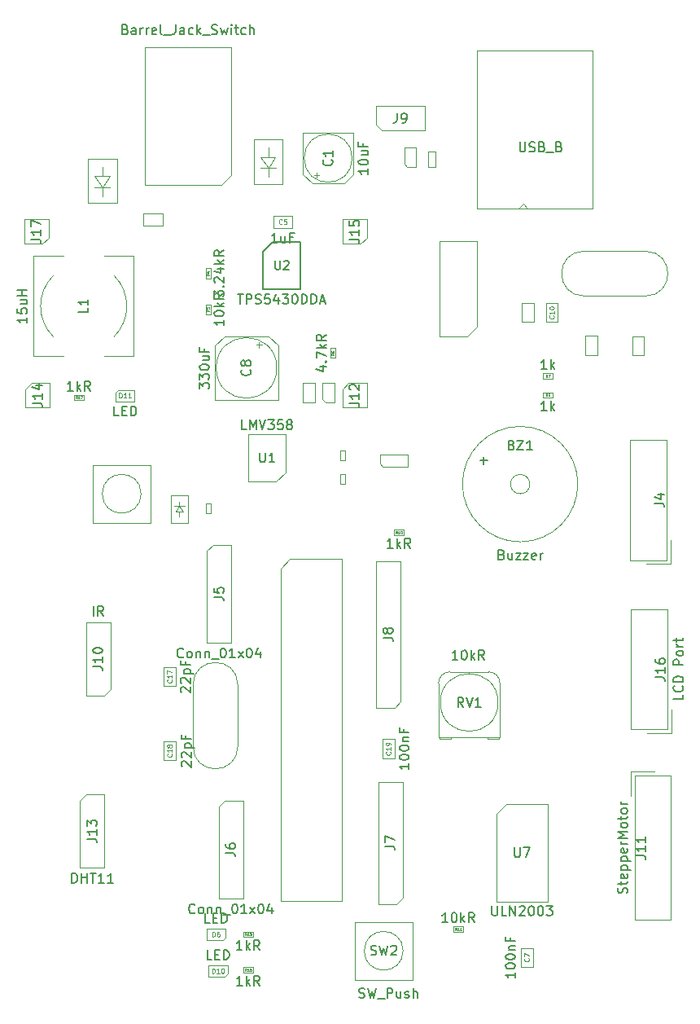
<source format=gbr>
%TF.GenerationSoftware,KiCad,Pcbnew,9.0.2*%
%TF.CreationDate,2025-09-24T13:25:18+05:30*%
%TF.ProjectId,UNO STEMc3.1,554e4f20-5354-4454-9d63-332e312e6b69,rev?*%
%TF.SameCoordinates,Original*%
%TF.FileFunction,AssemblyDrawing,Top*%
%FSLAX46Y46*%
G04 Gerber Fmt 4.6, Leading zero omitted, Abs format (unit mm)*
G04 Created by KiCad (PCBNEW 9.0.2) date 2025-09-24 13:25:18*
%MOMM*%
%LPD*%
G01*
G04 APERTURE LIST*
%ADD10C,0.150000*%
%ADD11C,0.040000*%
%ADD12C,0.080000*%
%ADD13C,0.135000*%
%ADD14C,0.100000*%
G04 APERTURE END LIST*
D10*
X128686933Y-126983333D02*
X129401218Y-126983333D01*
X129401218Y-126983333D02*
X129544075Y-127030952D01*
X129544075Y-127030952D02*
X129639314Y-127126190D01*
X129639314Y-127126190D02*
X129686933Y-127269047D01*
X129686933Y-127269047D02*
X129686933Y-127364285D01*
X129020266Y-126078571D02*
X129686933Y-126078571D01*
X128639314Y-126316666D02*
X129353599Y-126554761D01*
X129353599Y-126554761D02*
X129353599Y-125935714D01*
X80861904Y-169539580D02*
X80814285Y-169587200D01*
X80814285Y-169587200D02*
X80671428Y-169634819D01*
X80671428Y-169634819D02*
X80576190Y-169634819D01*
X80576190Y-169634819D02*
X80433333Y-169587200D01*
X80433333Y-169587200D02*
X80338095Y-169491961D01*
X80338095Y-169491961D02*
X80290476Y-169396723D01*
X80290476Y-169396723D02*
X80242857Y-169206247D01*
X80242857Y-169206247D02*
X80242857Y-169063390D01*
X80242857Y-169063390D02*
X80290476Y-168872914D01*
X80290476Y-168872914D02*
X80338095Y-168777676D01*
X80338095Y-168777676D02*
X80433333Y-168682438D01*
X80433333Y-168682438D02*
X80576190Y-168634819D01*
X80576190Y-168634819D02*
X80671428Y-168634819D01*
X80671428Y-168634819D02*
X80814285Y-168682438D01*
X80814285Y-168682438D02*
X80861904Y-168730057D01*
X81433333Y-169634819D02*
X81338095Y-169587200D01*
X81338095Y-169587200D02*
X81290476Y-169539580D01*
X81290476Y-169539580D02*
X81242857Y-169444342D01*
X81242857Y-169444342D02*
X81242857Y-169158628D01*
X81242857Y-169158628D02*
X81290476Y-169063390D01*
X81290476Y-169063390D02*
X81338095Y-169015771D01*
X81338095Y-169015771D02*
X81433333Y-168968152D01*
X81433333Y-168968152D02*
X81576190Y-168968152D01*
X81576190Y-168968152D02*
X81671428Y-169015771D01*
X81671428Y-169015771D02*
X81719047Y-169063390D01*
X81719047Y-169063390D02*
X81766666Y-169158628D01*
X81766666Y-169158628D02*
X81766666Y-169444342D01*
X81766666Y-169444342D02*
X81719047Y-169539580D01*
X81719047Y-169539580D02*
X81671428Y-169587200D01*
X81671428Y-169587200D02*
X81576190Y-169634819D01*
X81576190Y-169634819D02*
X81433333Y-169634819D01*
X82195238Y-168968152D02*
X82195238Y-169634819D01*
X82195238Y-169063390D02*
X82242857Y-169015771D01*
X82242857Y-169015771D02*
X82338095Y-168968152D01*
X82338095Y-168968152D02*
X82480952Y-168968152D01*
X82480952Y-168968152D02*
X82576190Y-169015771D01*
X82576190Y-169015771D02*
X82623809Y-169111009D01*
X82623809Y-169111009D02*
X82623809Y-169634819D01*
X83100000Y-168968152D02*
X83100000Y-169634819D01*
X83100000Y-169063390D02*
X83147619Y-169015771D01*
X83147619Y-169015771D02*
X83242857Y-168968152D01*
X83242857Y-168968152D02*
X83385714Y-168968152D01*
X83385714Y-168968152D02*
X83480952Y-169015771D01*
X83480952Y-169015771D02*
X83528571Y-169111009D01*
X83528571Y-169111009D02*
X83528571Y-169634819D01*
X83766667Y-169730057D02*
X84528571Y-169730057D01*
X84957143Y-168634819D02*
X85052381Y-168634819D01*
X85052381Y-168634819D02*
X85147619Y-168682438D01*
X85147619Y-168682438D02*
X85195238Y-168730057D01*
X85195238Y-168730057D02*
X85242857Y-168825295D01*
X85242857Y-168825295D02*
X85290476Y-169015771D01*
X85290476Y-169015771D02*
X85290476Y-169253866D01*
X85290476Y-169253866D02*
X85242857Y-169444342D01*
X85242857Y-169444342D02*
X85195238Y-169539580D01*
X85195238Y-169539580D02*
X85147619Y-169587200D01*
X85147619Y-169587200D02*
X85052381Y-169634819D01*
X85052381Y-169634819D02*
X84957143Y-169634819D01*
X84957143Y-169634819D02*
X84861905Y-169587200D01*
X84861905Y-169587200D02*
X84814286Y-169539580D01*
X84814286Y-169539580D02*
X84766667Y-169444342D01*
X84766667Y-169444342D02*
X84719048Y-169253866D01*
X84719048Y-169253866D02*
X84719048Y-169015771D01*
X84719048Y-169015771D02*
X84766667Y-168825295D01*
X84766667Y-168825295D02*
X84814286Y-168730057D01*
X84814286Y-168730057D02*
X84861905Y-168682438D01*
X84861905Y-168682438D02*
X84957143Y-168634819D01*
X86242857Y-169634819D02*
X85671429Y-169634819D01*
X85957143Y-169634819D02*
X85957143Y-168634819D01*
X85957143Y-168634819D02*
X85861905Y-168777676D01*
X85861905Y-168777676D02*
X85766667Y-168872914D01*
X85766667Y-168872914D02*
X85671429Y-168920533D01*
X86576191Y-169634819D02*
X87100000Y-168968152D01*
X86576191Y-168968152D02*
X87100000Y-169634819D01*
X87671429Y-168634819D02*
X87766667Y-168634819D01*
X87766667Y-168634819D02*
X87861905Y-168682438D01*
X87861905Y-168682438D02*
X87909524Y-168730057D01*
X87909524Y-168730057D02*
X87957143Y-168825295D01*
X87957143Y-168825295D02*
X88004762Y-169015771D01*
X88004762Y-169015771D02*
X88004762Y-169253866D01*
X88004762Y-169253866D02*
X87957143Y-169444342D01*
X87957143Y-169444342D02*
X87909524Y-169539580D01*
X87909524Y-169539580D02*
X87861905Y-169587200D01*
X87861905Y-169587200D02*
X87766667Y-169634819D01*
X87766667Y-169634819D02*
X87671429Y-169634819D01*
X87671429Y-169634819D02*
X87576191Y-169587200D01*
X87576191Y-169587200D02*
X87528572Y-169539580D01*
X87528572Y-169539580D02*
X87480953Y-169444342D01*
X87480953Y-169444342D02*
X87433334Y-169253866D01*
X87433334Y-169253866D02*
X87433334Y-169015771D01*
X87433334Y-169015771D02*
X87480953Y-168825295D01*
X87480953Y-168825295D02*
X87528572Y-168730057D01*
X87528572Y-168730057D02*
X87576191Y-168682438D01*
X87576191Y-168682438D02*
X87671429Y-168634819D01*
X88861905Y-168968152D02*
X88861905Y-169634819D01*
X88623810Y-168587200D02*
X88385715Y-169301485D01*
X88385715Y-169301485D02*
X89004762Y-169301485D01*
X84054819Y-163323333D02*
X84769104Y-163323333D01*
X84769104Y-163323333D02*
X84911961Y-163370952D01*
X84911961Y-163370952D02*
X85007200Y-163466190D01*
X85007200Y-163466190D02*
X85054819Y-163609047D01*
X85054819Y-163609047D02*
X85054819Y-163704285D01*
X84054819Y-162418571D02*
X84054819Y-162609047D01*
X84054819Y-162609047D02*
X84102438Y-162704285D01*
X84102438Y-162704285D02*
X84150057Y-162751904D01*
X84150057Y-162751904D02*
X84292914Y-162847142D01*
X84292914Y-162847142D02*
X84483390Y-162894761D01*
X84483390Y-162894761D02*
X84864342Y-162894761D01*
X84864342Y-162894761D02*
X84959580Y-162847142D01*
X84959580Y-162847142D02*
X85007200Y-162799523D01*
X85007200Y-162799523D02*
X85054819Y-162704285D01*
X85054819Y-162704285D02*
X85054819Y-162513809D01*
X85054819Y-162513809D02*
X85007200Y-162418571D01*
X85007200Y-162418571D02*
X84959580Y-162370952D01*
X84959580Y-162370952D02*
X84864342Y-162323333D01*
X84864342Y-162323333D02*
X84626247Y-162323333D01*
X84626247Y-162323333D02*
X84531009Y-162370952D01*
X84531009Y-162370952D02*
X84483390Y-162418571D01*
X84483390Y-162418571D02*
X84435771Y-162513809D01*
X84435771Y-162513809D02*
X84435771Y-162704285D01*
X84435771Y-162704285D02*
X84483390Y-162799523D01*
X84483390Y-162799523D02*
X84531009Y-162847142D01*
X84531009Y-162847142D02*
X84626247Y-162894761D01*
X107164761Y-170534819D02*
X106593333Y-170534819D01*
X106879047Y-170534819D02*
X106879047Y-169534819D01*
X106879047Y-169534819D02*
X106783809Y-169677676D01*
X106783809Y-169677676D02*
X106688571Y-169772914D01*
X106688571Y-169772914D02*
X106593333Y-169820533D01*
X107783809Y-169534819D02*
X107879047Y-169534819D01*
X107879047Y-169534819D02*
X107974285Y-169582438D01*
X107974285Y-169582438D02*
X108021904Y-169630057D01*
X108021904Y-169630057D02*
X108069523Y-169725295D01*
X108069523Y-169725295D02*
X108117142Y-169915771D01*
X108117142Y-169915771D02*
X108117142Y-170153866D01*
X108117142Y-170153866D02*
X108069523Y-170344342D01*
X108069523Y-170344342D02*
X108021904Y-170439580D01*
X108021904Y-170439580D02*
X107974285Y-170487200D01*
X107974285Y-170487200D02*
X107879047Y-170534819D01*
X107879047Y-170534819D02*
X107783809Y-170534819D01*
X107783809Y-170534819D02*
X107688571Y-170487200D01*
X107688571Y-170487200D02*
X107640952Y-170439580D01*
X107640952Y-170439580D02*
X107593333Y-170344342D01*
X107593333Y-170344342D02*
X107545714Y-170153866D01*
X107545714Y-170153866D02*
X107545714Y-169915771D01*
X107545714Y-169915771D02*
X107593333Y-169725295D01*
X107593333Y-169725295D02*
X107640952Y-169630057D01*
X107640952Y-169630057D02*
X107688571Y-169582438D01*
X107688571Y-169582438D02*
X107783809Y-169534819D01*
X108545714Y-170534819D02*
X108545714Y-169534819D01*
X108640952Y-170153866D02*
X108926666Y-170534819D01*
X108926666Y-169868152D02*
X108545714Y-170249104D01*
X109926666Y-170534819D02*
X109593333Y-170058628D01*
X109355238Y-170534819D02*
X109355238Y-169534819D01*
X109355238Y-169534819D02*
X109736190Y-169534819D01*
X109736190Y-169534819D02*
X109831428Y-169582438D01*
X109831428Y-169582438D02*
X109879047Y-169630057D01*
X109879047Y-169630057D02*
X109926666Y-169725295D01*
X109926666Y-169725295D02*
X109926666Y-169868152D01*
X109926666Y-169868152D02*
X109879047Y-169963390D01*
X109879047Y-169963390D02*
X109831428Y-170011009D01*
X109831428Y-170011009D02*
X109736190Y-170058628D01*
X109736190Y-170058628D02*
X109355238Y-170058628D01*
D11*
X108092857Y-171368200D02*
X108006190Y-171244391D01*
X107944285Y-171368200D02*
X107944285Y-171108200D01*
X107944285Y-171108200D02*
X108043333Y-171108200D01*
X108043333Y-171108200D02*
X108068095Y-171120581D01*
X108068095Y-171120581D02*
X108080476Y-171132962D01*
X108080476Y-171132962D02*
X108092857Y-171157724D01*
X108092857Y-171157724D02*
X108092857Y-171194867D01*
X108092857Y-171194867D02*
X108080476Y-171219629D01*
X108080476Y-171219629D02*
X108068095Y-171232010D01*
X108068095Y-171232010D02*
X108043333Y-171244391D01*
X108043333Y-171244391D02*
X107944285Y-171244391D01*
X108340476Y-171368200D02*
X108191904Y-171368200D01*
X108266190Y-171368200D02*
X108266190Y-171108200D01*
X108266190Y-171108200D02*
X108241428Y-171145343D01*
X108241428Y-171145343D02*
X108216666Y-171170105D01*
X108216666Y-171170105D02*
X108191904Y-171182486D01*
X108588095Y-171368200D02*
X108439523Y-171368200D01*
X108513809Y-171368200D02*
X108513809Y-171108200D01*
X108513809Y-171108200D02*
X108489047Y-171145343D01*
X108489047Y-171145343D02*
X108464285Y-171170105D01*
X108464285Y-171170105D02*
X108439523Y-171182486D01*
D10*
X68180952Y-115284819D02*
X67609524Y-115284819D01*
X67895238Y-115284819D02*
X67895238Y-114284819D01*
X67895238Y-114284819D02*
X67800000Y-114427676D01*
X67800000Y-114427676D02*
X67704762Y-114522914D01*
X67704762Y-114522914D02*
X67609524Y-114570533D01*
X68609524Y-115284819D02*
X68609524Y-114284819D01*
X68704762Y-114903866D02*
X68990476Y-115284819D01*
X68990476Y-114618152D02*
X68609524Y-114999104D01*
X69990476Y-115284819D02*
X69657143Y-114808628D01*
X69419048Y-115284819D02*
X69419048Y-114284819D01*
X69419048Y-114284819D02*
X69800000Y-114284819D01*
X69800000Y-114284819D02*
X69895238Y-114332438D01*
X69895238Y-114332438D02*
X69942857Y-114380057D01*
X69942857Y-114380057D02*
X69990476Y-114475295D01*
X69990476Y-114475295D02*
X69990476Y-114618152D01*
X69990476Y-114618152D02*
X69942857Y-114713390D01*
X69942857Y-114713390D02*
X69895238Y-114761009D01*
X69895238Y-114761009D02*
X69800000Y-114808628D01*
X69800000Y-114808628D02*
X69419048Y-114808628D01*
D11*
X68632857Y-116118200D02*
X68546190Y-115994391D01*
X68484285Y-116118200D02*
X68484285Y-115858200D01*
X68484285Y-115858200D02*
X68583333Y-115858200D01*
X68583333Y-115858200D02*
X68608095Y-115870581D01*
X68608095Y-115870581D02*
X68620476Y-115882962D01*
X68620476Y-115882962D02*
X68632857Y-115907724D01*
X68632857Y-115907724D02*
X68632857Y-115944867D01*
X68632857Y-115944867D02*
X68620476Y-115969629D01*
X68620476Y-115969629D02*
X68608095Y-115982010D01*
X68608095Y-115982010D02*
X68583333Y-115994391D01*
X68583333Y-115994391D02*
X68484285Y-115994391D01*
X68880476Y-116118200D02*
X68731904Y-116118200D01*
X68806190Y-116118200D02*
X68806190Y-115858200D01*
X68806190Y-115858200D02*
X68781428Y-115895343D01*
X68781428Y-115895343D02*
X68756666Y-115920105D01*
X68756666Y-115920105D02*
X68731904Y-115932486D01*
X68967142Y-115858200D02*
X69140476Y-115858200D01*
X69140476Y-115858200D02*
X69029047Y-116118200D01*
D10*
X79480057Y-146642856D02*
X79432438Y-146595237D01*
X79432438Y-146595237D02*
X79384819Y-146499999D01*
X79384819Y-146499999D02*
X79384819Y-146261904D01*
X79384819Y-146261904D02*
X79432438Y-146166666D01*
X79432438Y-146166666D02*
X79480057Y-146119047D01*
X79480057Y-146119047D02*
X79575295Y-146071428D01*
X79575295Y-146071428D02*
X79670533Y-146071428D01*
X79670533Y-146071428D02*
X79813390Y-146119047D01*
X79813390Y-146119047D02*
X80384819Y-146690475D01*
X80384819Y-146690475D02*
X80384819Y-146071428D01*
X79480057Y-145690475D02*
X79432438Y-145642856D01*
X79432438Y-145642856D02*
X79384819Y-145547618D01*
X79384819Y-145547618D02*
X79384819Y-145309523D01*
X79384819Y-145309523D02*
X79432438Y-145214285D01*
X79432438Y-145214285D02*
X79480057Y-145166666D01*
X79480057Y-145166666D02*
X79575295Y-145119047D01*
X79575295Y-145119047D02*
X79670533Y-145119047D01*
X79670533Y-145119047D02*
X79813390Y-145166666D01*
X79813390Y-145166666D02*
X80384819Y-145738094D01*
X80384819Y-145738094D02*
X80384819Y-145119047D01*
X79718152Y-144690475D02*
X80718152Y-144690475D01*
X79765771Y-144690475D02*
X79718152Y-144595237D01*
X79718152Y-144595237D02*
X79718152Y-144404761D01*
X79718152Y-144404761D02*
X79765771Y-144309523D01*
X79765771Y-144309523D02*
X79813390Y-144261904D01*
X79813390Y-144261904D02*
X79908628Y-144214285D01*
X79908628Y-144214285D02*
X80194342Y-144214285D01*
X80194342Y-144214285D02*
X80289580Y-144261904D01*
X80289580Y-144261904D02*
X80337200Y-144309523D01*
X80337200Y-144309523D02*
X80384819Y-144404761D01*
X80384819Y-144404761D02*
X80384819Y-144595237D01*
X80384819Y-144595237D02*
X80337200Y-144690475D01*
X79861009Y-143452380D02*
X79861009Y-143785713D01*
X80384819Y-143785713D02*
X79384819Y-143785713D01*
X79384819Y-143785713D02*
X79384819Y-143309523D01*
D12*
X78429530Y-145321428D02*
X78453340Y-145345237D01*
X78453340Y-145345237D02*
X78477149Y-145416666D01*
X78477149Y-145416666D02*
X78477149Y-145464285D01*
X78477149Y-145464285D02*
X78453340Y-145535713D01*
X78453340Y-145535713D02*
X78405720Y-145583332D01*
X78405720Y-145583332D02*
X78358101Y-145607142D01*
X78358101Y-145607142D02*
X78262863Y-145630951D01*
X78262863Y-145630951D02*
X78191435Y-145630951D01*
X78191435Y-145630951D02*
X78096197Y-145607142D01*
X78096197Y-145607142D02*
X78048578Y-145583332D01*
X78048578Y-145583332D02*
X78000959Y-145535713D01*
X78000959Y-145535713D02*
X77977149Y-145464285D01*
X77977149Y-145464285D02*
X77977149Y-145416666D01*
X77977149Y-145416666D02*
X78000959Y-145345237D01*
X78000959Y-145345237D02*
X78024768Y-145321428D01*
X78477149Y-144845237D02*
X78477149Y-145130951D01*
X78477149Y-144988094D02*
X77977149Y-144988094D01*
X77977149Y-144988094D02*
X78048578Y-145035713D01*
X78048578Y-145035713D02*
X78096197Y-145083332D01*
X78096197Y-145083332D02*
X78120006Y-145130951D01*
X77977149Y-144678571D02*
X77977149Y-144345238D01*
X77977149Y-144345238D02*
X78477149Y-144559523D01*
D10*
X63404819Y-107666666D02*
X63404819Y-108238094D01*
X63404819Y-107952380D02*
X62404819Y-107952380D01*
X62404819Y-107952380D02*
X62547676Y-108047618D01*
X62547676Y-108047618D02*
X62642914Y-108142856D01*
X62642914Y-108142856D02*
X62690533Y-108238094D01*
X62404819Y-106761904D02*
X62404819Y-107238094D01*
X62404819Y-107238094D02*
X62881009Y-107285713D01*
X62881009Y-107285713D02*
X62833390Y-107238094D01*
X62833390Y-107238094D02*
X62785771Y-107142856D01*
X62785771Y-107142856D02*
X62785771Y-106904761D01*
X62785771Y-106904761D02*
X62833390Y-106809523D01*
X62833390Y-106809523D02*
X62881009Y-106761904D01*
X62881009Y-106761904D02*
X62976247Y-106714285D01*
X62976247Y-106714285D02*
X63214342Y-106714285D01*
X63214342Y-106714285D02*
X63309580Y-106761904D01*
X63309580Y-106761904D02*
X63357200Y-106809523D01*
X63357200Y-106809523D02*
X63404819Y-106904761D01*
X63404819Y-106904761D02*
X63404819Y-107142856D01*
X63404819Y-107142856D02*
X63357200Y-107238094D01*
X63357200Y-107238094D02*
X63309580Y-107285713D01*
X62738152Y-105857142D02*
X63404819Y-105857142D01*
X62738152Y-106285713D02*
X63261961Y-106285713D01*
X63261961Y-106285713D02*
X63357200Y-106238094D01*
X63357200Y-106238094D02*
X63404819Y-106142856D01*
X63404819Y-106142856D02*
X63404819Y-105999999D01*
X63404819Y-105999999D02*
X63357200Y-105904761D01*
X63357200Y-105904761D02*
X63309580Y-105857142D01*
X63404819Y-105380951D02*
X62404819Y-105380951D01*
X62881009Y-105380951D02*
X62881009Y-104809523D01*
X63404819Y-104809523D02*
X62404819Y-104809523D01*
X69754819Y-106666666D02*
X69754819Y-107142856D01*
X69754819Y-107142856D02*
X68754819Y-107142856D01*
X69754819Y-105809523D02*
X69754819Y-106380951D01*
X69754819Y-106095237D02*
X68754819Y-106095237D01*
X68754819Y-106095237D02*
X68897676Y-106190475D01*
X68897676Y-106190475D02*
X68992914Y-106285713D01*
X68992914Y-106285713D02*
X69040533Y-106380951D01*
X72957142Y-117904819D02*
X72480952Y-117904819D01*
X72480952Y-117904819D02*
X72480952Y-116904819D01*
X73290476Y-117381009D02*
X73623809Y-117381009D01*
X73766666Y-117904819D02*
X73290476Y-117904819D01*
X73290476Y-117904819D02*
X73290476Y-116904819D01*
X73290476Y-116904819D02*
X73766666Y-116904819D01*
X74195238Y-117904819D02*
X74195238Y-116904819D01*
X74195238Y-116904819D02*
X74433333Y-116904819D01*
X74433333Y-116904819D02*
X74576190Y-116952438D01*
X74576190Y-116952438D02*
X74671428Y-117047676D01*
X74671428Y-117047676D02*
X74719047Y-117142914D01*
X74719047Y-117142914D02*
X74766666Y-117333390D01*
X74766666Y-117333390D02*
X74766666Y-117476247D01*
X74766666Y-117476247D02*
X74719047Y-117666723D01*
X74719047Y-117666723D02*
X74671428Y-117761961D01*
X74671428Y-117761961D02*
X74576190Y-117857200D01*
X74576190Y-117857200D02*
X74433333Y-117904819D01*
X74433333Y-117904819D02*
X74195238Y-117904819D01*
D12*
X72992857Y-116027149D02*
X72992857Y-115527149D01*
X72992857Y-115527149D02*
X73111905Y-115527149D01*
X73111905Y-115527149D02*
X73183333Y-115550959D01*
X73183333Y-115550959D02*
X73230952Y-115598578D01*
X73230952Y-115598578D02*
X73254762Y-115646197D01*
X73254762Y-115646197D02*
X73278571Y-115741435D01*
X73278571Y-115741435D02*
X73278571Y-115812863D01*
X73278571Y-115812863D02*
X73254762Y-115908101D01*
X73254762Y-115908101D02*
X73230952Y-115955720D01*
X73230952Y-115955720D02*
X73183333Y-116003340D01*
X73183333Y-116003340D02*
X73111905Y-116027149D01*
X73111905Y-116027149D02*
X72992857Y-116027149D01*
X73754762Y-116027149D02*
X73469048Y-116027149D01*
X73611905Y-116027149D02*
X73611905Y-115527149D01*
X73611905Y-115527149D02*
X73564286Y-115598578D01*
X73564286Y-115598578D02*
X73516667Y-115646197D01*
X73516667Y-115646197D02*
X73469048Y-115670006D01*
X74230952Y-116027149D02*
X73945238Y-116027149D01*
X74088095Y-116027149D02*
X74088095Y-115527149D01*
X74088095Y-115527149D02*
X74040476Y-115598578D01*
X74040476Y-115598578D02*
X73992857Y-115646197D01*
X73992857Y-115646197D02*
X73945238Y-115670006D01*
D10*
X83874819Y-107932738D02*
X83874819Y-108504166D01*
X83874819Y-108218452D02*
X82874819Y-108218452D01*
X82874819Y-108218452D02*
X83017676Y-108313690D01*
X83017676Y-108313690D02*
X83112914Y-108408928D01*
X83112914Y-108408928D02*
X83160533Y-108504166D01*
X82874819Y-107313690D02*
X82874819Y-107218452D01*
X82874819Y-107218452D02*
X82922438Y-107123214D01*
X82922438Y-107123214D02*
X82970057Y-107075595D01*
X82970057Y-107075595D02*
X83065295Y-107027976D01*
X83065295Y-107027976D02*
X83255771Y-106980357D01*
X83255771Y-106980357D02*
X83493866Y-106980357D01*
X83493866Y-106980357D02*
X83684342Y-107027976D01*
X83684342Y-107027976D02*
X83779580Y-107075595D01*
X83779580Y-107075595D02*
X83827200Y-107123214D01*
X83827200Y-107123214D02*
X83874819Y-107218452D01*
X83874819Y-107218452D02*
X83874819Y-107313690D01*
X83874819Y-107313690D02*
X83827200Y-107408928D01*
X83827200Y-107408928D02*
X83779580Y-107456547D01*
X83779580Y-107456547D02*
X83684342Y-107504166D01*
X83684342Y-107504166D02*
X83493866Y-107551785D01*
X83493866Y-107551785D02*
X83255771Y-107551785D01*
X83255771Y-107551785D02*
X83065295Y-107504166D01*
X83065295Y-107504166D02*
X82970057Y-107456547D01*
X82970057Y-107456547D02*
X82922438Y-107408928D01*
X82922438Y-107408928D02*
X82874819Y-107313690D01*
X83874819Y-106551785D02*
X82874819Y-106551785D01*
X83493866Y-106456547D02*
X83874819Y-106170833D01*
X83208152Y-106170833D02*
X83589104Y-106551785D01*
X83874819Y-105170833D02*
X83398628Y-105504166D01*
X83874819Y-105742261D02*
X82874819Y-105742261D01*
X82874819Y-105742261D02*
X82874819Y-105361309D01*
X82874819Y-105361309D02*
X82922438Y-105266071D01*
X82922438Y-105266071D02*
X82970057Y-105218452D01*
X82970057Y-105218452D02*
X83065295Y-105170833D01*
X83065295Y-105170833D02*
X83208152Y-105170833D01*
X83208152Y-105170833D02*
X83303390Y-105218452D01*
X83303390Y-105218452D02*
X83351009Y-105266071D01*
X83351009Y-105266071D02*
X83398628Y-105361309D01*
X83398628Y-105361309D02*
X83398628Y-105742261D01*
D11*
X82368200Y-106880832D02*
X82244391Y-106967499D01*
X82368200Y-107029404D02*
X82108200Y-107029404D01*
X82108200Y-107029404D02*
X82108200Y-106930356D01*
X82108200Y-106930356D02*
X82120581Y-106905594D01*
X82120581Y-106905594D02*
X82132962Y-106893213D01*
X82132962Y-106893213D02*
X82157724Y-106880832D01*
X82157724Y-106880832D02*
X82194867Y-106880832D01*
X82194867Y-106880832D02*
X82219629Y-106893213D01*
X82219629Y-106893213D02*
X82232010Y-106905594D01*
X82232010Y-106905594D02*
X82244391Y-106930356D01*
X82244391Y-106930356D02*
X82244391Y-107029404D01*
X82108200Y-106794166D02*
X82108200Y-106633213D01*
X82108200Y-106633213D02*
X82207248Y-106719880D01*
X82207248Y-106719880D02*
X82207248Y-106682737D01*
X82207248Y-106682737D02*
X82219629Y-106657975D01*
X82219629Y-106657975D02*
X82232010Y-106645594D01*
X82232010Y-106645594D02*
X82256772Y-106633213D01*
X82256772Y-106633213D02*
X82318677Y-106633213D01*
X82318677Y-106633213D02*
X82343439Y-106645594D01*
X82343439Y-106645594D02*
X82355820Y-106657975D01*
X82355820Y-106657975D02*
X82368200Y-106682737D01*
X82368200Y-106682737D02*
X82368200Y-106757023D01*
X82368200Y-106757023D02*
X82355820Y-106781785D01*
X82355820Y-106781785D02*
X82343439Y-106794166D01*
D10*
X79550057Y-154355356D02*
X79502438Y-154307737D01*
X79502438Y-154307737D02*
X79454819Y-154212499D01*
X79454819Y-154212499D02*
X79454819Y-153974404D01*
X79454819Y-153974404D02*
X79502438Y-153879166D01*
X79502438Y-153879166D02*
X79550057Y-153831547D01*
X79550057Y-153831547D02*
X79645295Y-153783928D01*
X79645295Y-153783928D02*
X79740533Y-153783928D01*
X79740533Y-153783928D02*
X79883390Y-153831547D01*
X79883390Y-153831547D02*
X80454819Y-154402975D01*
X80454819Y-154402975D02*
X80454819Y-153783928D01*
X79550057Y-153402975D02*
X79502438Y-153355356D01*
X79502438Y-153355356D02*
X79454819Y-153260118D01*
X79454819Y-153260118D02*
X79454819Y-153022023D01*
X79454819Y-153022023D02*
X79502438Y-152926785D01*
X79502438Y-152926785D02*
X79550057Y-152879166D01*
X79550057Y-152879166D02*
X79645295Y-152831547D01*
X79645295Y-152831547D02*
X79740533Y-152831547D01*
X79740533Y-152831547D02*
X79883390Y-152879166D01*
X79883390Y-152879166D02*
X80454819Y-153450594D01*
X80454819Y-153450594D02*
X80454819Y-152831547D01*
X79788152Y-152402975D02*
X80788152Y-152402975D01*
X79835771Y-152402975D02*
X79788152Y-152307737D01*
X79788152Y-152307737D02*
X79788152Y-152117261D01*
X79788152Y-152117261D02*
X79835771Y-152022023D01*
X79835771Y-152022023D02*
X79883390Y-151974404D01*
X79883390Y-151974404D02*
X79978628Y-151926785D01*
X79978628Y-151926785D02*
X80264342Y-151926785D01*
X80264342Y-151926785D02*
X80359580Y-151974404D01*
X80359580Y-151974404D02*
X80407200Y-152022023D01*
X80407200Y-152022023D02*
X80454819Y-152117261D01*
X80454819Y-152117261D02*
X80454819Y-152307737D01*
X80454819Y-152307737D02*
X80407200Y-152402975D01*
X79931009Y-151164880D02*
X79931009Y-151498213D01*
X80454819Y-151498213D02*
X79454819Y-151498213D01*
X79454819Y-151498213D02*
X79454819Y-151022023D01*
D12*
X78429530Y-153033928D02*
X78453340Y-153057737D01*
X78453340Y-153057737D02*
X78477149Y-153129166D01*
X78477149Y-153129166D02*
X78477149Y-153176785D01*
X78477149Y-153176785D02*
X78453340Y-153248213D01*
X78453340Y-153248213D02*
X78405720Y-153295832D01*
X78405720Y-153295832D02*
X78358101Y-153319642D01*
X78358101Y-153319642D02*
X78262863Y-153343451D01*
X78262863Y-153343451D02*
X78191435Y-153343451D01*
X78191435Y-153343451D02*
X78096197Y-153319642D01*
X78096197Y-153319642D02*
X78048578Y-153295832D01*
X78048578Y-153295832D02*
X78000959Y-153248213D01*
X78000959Y-153248213D02*
X77977149Y-153176785D01*
X77977149Y-153176785D02*
X77977149Y-153129166D01*
X77977149Y-153129166D02*
X78000959Y-153057737D01*
X78000959Y-153057737D02*
X78024768Y-153033928D01*
X78477149Y-152557737D02*
X78477149Y-152843451D01*
X78477149Y-152700594D02*
X77977149Y-152700594D01*
X77977149Y-152700594D02*
X78048578Y-152748213D01*
X78048578Y-152748213D02*
X78096197Y-152795832D01*
X78096197Y-152795832D02*
X78120006Y-152843451D01*
X78191435Y-152272023D02*
X78167625Y-152319642D01*
X78167625Y-152319642D02*
X78143816Y-152343452D01*
X78143816Y-152343452D02*
X78096197Y-152367261D01*
X78096197Y-152367261D02*
X78072387Y-152367261D01*
X78072387Y-152367261D02*
X78024768Y-152343452D01*
X78024768Y-152343452D02*
X78000959Y-152319642D01*
X78000959Y-152319642D02*
X77977149Y-152272023D01*
X77977149Y-152272023D02*
X77977149Y-152176785D01*
X77977149Y-152176785D02*
X78000959Y-152129166D01*
X78000959Y-152129166D02*
X78024768Y-152105357D01*
X78024768Y-152105357D02*
X78072387Y-152081547D01*
X78072387Y-152081547D02*
X78096197Y-152081547D01*
X78096197Y-152081547D02*
X78143816Y-152105357D01*
X78143816Y-152105357D02*
X78167625Y-152129166D01*
X78167625Y-152129166D02*
X78191435Y-152176785D01*
X78191435Y-152176785D02*
X78191435Y-152272023D01*
X78191435Y-152272023D02*
X78215244Y-152319642D01*
X78215244Y-152319642D02*
X78239054Y-152343452D01*
X78239054Y-152343452D02*
X78286673Y-152367261D01*
X78286673Y-152367261D02*
X78381911Y-152367261D01*
X78381911Y-152367261D02*
X78429530Y-152343452D01*
X78429530Y-152343452D02*
X78453340Y-152319642D01*
X78453340Y-152319642D02*
X78477149Y-152272023D01*
X78477149Y-152272023D02*
X78477149Y-152176785D01*
X78477149Y-152176785D02*
X78453340Y-152129166D01*
X78453340Y-152129166D02*
X78429530Y-152105357D01*
X78429530Y-152105357D02*
X78381911Y-152081547D01*
X78381911Y-152081547D02*
X78286673Y-152081547D01*
X78286673Y-152081547D02*
X78239054Y-152105357D01*
X78239054Y-152105357D02*
X78215244Y-152129166D01*
X78215244Y-152129166D02*
X78191435Y-152176785D01*
X118179530Y-107491428D02*
X118203340Y-107515237D01*
X118203340Y-107515237D02*
X118227149Y-107586666D01*
X118227149Y-107586666D02*
X118227149Y-107634285D01*
X118227149Y-107634285D02*
X118203340Y-107705713D01*
X118203340Y-107705713D02*
X118155720Y-107753332D01*
X118155720Y-107753332D02*
X118108101Y-107777142D01*
X118108101Y-107777142D02*
X118012863Y-107800951D01*
X118012863Y-107800951D02*
X117941435Y-107800951D01*
X117941435Y-107800951D02*
X117846197Y-107777142D01*
X117846197Y-107777142D02*
X117798578Y-107753332D01*
X117798578Y-107753332D02*
X117750959Y-107705713D01*
X117750959Y-107705713D02*
X117727149Y-107634285D01*
X117727149Y-107634285D02*
X117727149Y-107586666D01*
X117727149Y-107586666D02*
X117750959Y-107515237D01*
X117750959Y-107515237D02*
X117774768Y-107491428D01*
X118227149Y-107015237D02*
X118227149Y-107300951D01*
X118227149Y-107158094D02*
X117727149Y-107158094D01*
X117727149Y-107158094D02*
X117798578Y-107205713D01*
X117798578Y-107205713D02*
X117846197Y-107253332D01*
X117846197Y-107253332D02*
X117870006Y-107300951D01*
X117727149Y-106705714D02*
X117727149Y-106658095D01*
X117727149Y-106658095D02*
X117750959Y-106610476D01*
X117750959Y-106610476D02*
X117774768Y-106586666D01*
X117774768Y-106586666D02*
X117822387Y-106562857D01*
X117822387Y-106562857D02*
X117917625Y-106539047D01*
X117917625Y-106539047D02*
X118036673Y-106539047D01*
X118036673Y-106539047D02*
X118131911Y-106562857D01*
X118131911Y-106562857D02*
X118179530Y-106586666D01*
X118179530Y-106586666D02*
X118203340Y-106610476D01*
X118203340Y-106610476D02*
X118227149Y-106658095D01*
X118227149Y-106658095D02*
X118227149Y-106705714D01*
X118227149Y-106705714D02*
X118203340Y-106753333D01*
X118203340Y-106753333D02*
X118179530Y-106777142D01*
X118179530Y-106777142D02*
X118131911Y-106800952D01*
X118131911Y-106800952D02*
X118036673Y-106824761D01*
X118036673Y-106824761D02*
X117917625Y-106824761D01*
X117917625Y-106824761D02*
X117822387Y-106800952D01*
X117822387Y-106800952D02*
X117774768Y-106777142D01*
X117774768Y-106777142D02*
X117750959Y-106753333D01*
X117750959Y-106753333D02*
X117727149Y-106705714D01*
D10*
X85304762Y-105254819D02*
X85876190Y-105254819D01*
X85590476Y-106254819D02*
X85590476Y-105254819D01*
X86209524Y-106254819D02*
X86209524Y-105254819D01*
X86209524Y-105254819D02*
X86590476Y-105254819D01*
X86590476Y-105254819D02*
X86685714Y-105302438D01*
X86685714Y-105302438D02*
X86733333Y-105350057D01*
X86733333Y-105350057D02*
X86780952Y-105445295D01*
X86780952Y-105445295D02*
X86780952Y-105588152D01*
X86780952Y-105588152D02*
X86733333Y-105683390D01*
X86733333Y-105683390D02*
X86685714Y-105731009D01*
X86685714Y-105731009D02*
X86590476Y-105778628D01*
X86590476Y-105778628D02*
X86209524Y-105778628D01*
X87161905Y-106207200D02*
X87304762Y-106254819D01*
X87304762Y-106254819D02*
X87542857Y-106254819D01*
X87542857Y-106254819D02*
X87638095Y-106207200D01*
X87638095Y-106207200D02*
X87685714Y-106159580D01*
X87685714Y-106159580D02*
X87733333Y-106064342D01*
X87733333Y-106064342D02*
X87733333Y-105969104D01*
X87733333Y-105969104D02*
X87685714Y-105873866D01*
X87685714Y-105873866D02*
X87638095Y-105826247D01*
X87638095Y-105826247D02*
X87542857Y-105778628D01*
X87542857Y-105778628D02*
X87352381Y-105731009D01*
X87352381Y-105731009D02*
X87257143Y-105683390D01*
X87257143Y-105683390D02*
X87209524Y-105635771D01*
X87209524Y-105635771D02*
X87161905Y-105540533D01*
X87161905Y-105540533D02*
X87161905Y-105445295D01*
X87161905Y-105445295D02*
X87209524Y-105350057D01*
X87209524Y-105350057D02*
X87257143Y-105302438D01*
X87257143Y-105302438D02*
X87352381Y-105254819D01*
X87352381Y-105254819D02*
X87590476Y-105254819D01*
X87590476Y-105254819D02*
X87733333Y-105302438D01*
X88638095Y-105254819D02*
X88161905Y-105254819D01*
X88161905Y-105254819D02*
X88114286Y-105731009D01*
X88114286Y-105731009D02*
X88161905Y-105683390D01*
X88161905Y-105683390D02*
X88257143Y-105635771D01*
X88257143Y-105635771D02*
X88495238Y-105635771D01*
X88495238Y-105635771D02*
X88590476Y-105683390D01*
X88590476Y-105683390D02*
X88638095Y-105731009D01*
X88638095Y-105731009D02*
X88685714Y-105826247D01*
X88685714Y-105826247D02*
X88685714Y-106064342D01*
X88685714Y-106064342D02*
X88638095Y-106159580D01*
X88638095Y-106159580D02*
X88590476Y-106207200D01*
X88590476Y-106207200D02*
X88495238Y-106254819D01*
X88495238Y-106254819D02*
X88257143Y-106254819D01*
X88257143Y-106254819D02*
X88161905Y-106207200D01*
X88161905Y-106207200D02*
X88114286Y-106159580D01*
X89542857Y-105588152D02*
X89542857Y-106254819D01*
X89304762Y-105207200D02*
X89066667Y-105921485D01*
X89066667Y-105921485D02*
X89685714Y-105921485D01*
X89971429Y-105254819D02*
X90590476Y-105254819D01*
X90590476Y-105254819D02*
X90257143Y-105635771D01*
X90257143Y-105635771D02*
X90400000Y-105635771D01*
X90400000Y-105635771D02*
X90495238Y-105683390D01*
X90495238Y-105683390D02*
X90542857Y-105731009D01*
X90542857Y-105731009D02*
X90590476Y-105826247D01*
X90590476Y-105826247D02*
X90590476Y-106064342D01*
X90590476Y-106064342D02*
X90542857Y-106159580D01*
X90542857Y-106159580D02*
X90495238Y-106207200D01*
X90495238Y-106207200D02*
X90400000Y-106254819D01*
X90400000Y-106254819D02*
X90114286Y-106254819D01*
X90114286Y-106254819D02*
X90019048Y-106207200D01*
X90019048Y-106207200D02*
X89971429Y-106159580D01*
X91209524Y-105254819D02*
X91304762Y-105254819D01*
X91304762Y-105254819D02*
X91400000Y-105302438D01*
X91400000Y-105302438D02*
X91447619Y-105350057D01*
X91447619Y-105350057D02*
X91495238Y-105445295D01*
X91495238Y-105445295D02*
X91542857Y-105635771D01*
X91542857Y-105635771D02*
X91542857Y-105873866D01*
X91542857Y-105873866D02*
X91495238Y-106064342D01*
X91495238Y-106064342D02*
X91447619Y-106159580D01*
X91447619Y-106159580D02*
X91400000Y-106207200D01*
X91400000Y-106207200D02*
X91304762Y-106254819D01*
X91304762Y-106254819D02*
X91209524Y-106254819D01*
X91209524Y-106254819D02*
X91114286Y-106207200D01*
X91114286Y-106207200D02*
X91066667Y-106159580D01*
X91066667Y-106159580D02*
X91019048Y-106064342D01*
X91019048Y-106064342D02*
X90971429Y-105873866D01*
X90971429Y-105873866D02*
X90971429Y-105635771D01*
X90971429Y-105635771D02*
X91019048Y-105445295D01*
X91019048Y-105445295D02*
X91066667Y-105350057D01*
X91066667Y-105350057D02*
X91114286Y-105302438D01*
X91114286Y-105302438D02*
X91209524Y-105254819D01*
X91971429Y-106254819D02*
X91971429Y-105254819D01*
X91971429Y-105254819D02*
X92209524Y-105254819D01*
X92209524Y-105254819D02*
X92352381Y-105302438D01*
X92352381Y-105302438D02*
X92447619Y-105397676D01*
X92447619Y-105397676D02*
X92495238Y-105492914D01*
X92495238Y-105492914D02*
X92542857Y-105683390D01*
X92542857Y-105683390D02*
X92542857Y-105826247D01*
X92542857Y-105826247D02*
X92495238Y-106016723D01*
X92495238Y-106016723D02*
X92447619Y-106111961D01*
X92447619Y-106111961D02*
X92352381Y-106207200D01*
X92352381Y-106207200D02*
X92209524Y-106254819D01*
X92209524Y-106254819D02*
X91971429Y-106254819D01*
X92971429Y-106254819D02*
X92971429Y-105254819D01*
X92971429Y-105254819D02*
X93209524Y-105254819D01*
X93209524Y-105254819D02*
X93352381Y-105302438D01*
X93352381Y-105302438D02*
X93447619Y-105397676D01*
X93447619Y-105397676D02*
X93495238Y-105492914D01*
X93495238Y-105492914D02*
X93542857Y-105683390D01*
X93542857Y-105683390D02*
X93542857Y-105826247D01*
X93542857Y-105826247D02*
X93495238Y-106016723D01*
X93495238Y-106016723D02*
X93447619Y-106111961D01*
X93447619Y-106111961D02*
X93352381Y-106207200D01*
X93352381Y-106207200D02*
X93209524Y-106254819D01*
X93209524Y-106254819D02*
X92971429Y-106254819D01*
X93923810Y-105969104D02*
X94400000Y-105969104D01*
X93828572Y-106254819D02*
X94161905Y-105254819D01*
X94161905Y-105254819D02*
X94495238Y-106254819D01*
D13*
X89214285Y-101809337D02*
X89214285Y-102537908D01*
X89214285Y-102537908D02*
X89257142Y-102623622D01*
X89257142Y-102623622D02*
X89300000Y-102666480D01*
X89300000Y-102666480D02*
X89385714Y-102709337D01*
X89385714Y-102709337D02*
X89557142Y-102709337D01*
X89557142Y-102709337D02*
X89642857Y-102666480D01*
X89642857Y-102666480D02*
X89685714Y-102623622D01*
X89685714Y-102623622D02*
X89728571Y-102537908D01*
X89728571Y-102537908D02*
X89728571Y-101809337D01*
X90114285Y-101895051D02*
X90157142Y-101852194D01*
X90157142Y-101852194D02*
X90242857Y-101809337D01*
X90242857Y-101809337D02*
X90457142Y-101809337D01*
X90457142Y-101809337D02*
X90542857Y-101852194D01*
X90542857Y-101852194D02*
X90585714Y-101895051D01*
X90585714Y-101895051D02*
X90628571Y-101980765D01*
X90628571Y-101980765D02*
X90628571Y-102066480D01*
X90628571Y-102066480D02*
X90585714Y-102195051D01*
X90585714Y-102195051D02*
X90071428Y-102709337D01*
X90071428Y-102709337D02*
X90628571Y-102709337D01*
D10*
X117455952Y-117374819D02*
X116884524Y-117374819D01*
X117170238Y-117374819D02*
X117170238Y-116374819D01*
X117170238Y-116374819D02*
X117075000Y-116517676D01*
X117075000Y-116517676D02*
X116979762Y-116612914D01*
X116979762Y-116612914D02*
X116884524Y-116660533D01*
X117884524Y-117374819D02*
X117884524Y-116374819D01*
X117979762Y-116993866D02*
X118265476Y-117374819D01*
X118265476Y-116708152D02*
X117884524Y-117089104D01*
D11*
X117531667Y-115868200D02*
X117445000Y-115744391D01*
X117383095Y-115868200D02*
X117383095Y-115608200D01*
X117383095Y-115608200D02*
X117482143Y-115608200D01*
X117482143Y-115608200D02*
X117506905Y-115620581D01*
X117506905Y-115620581D02*
X117519286Y-115632962D01*
X117519286Y-115632962D02*
X117531667Y-115657724D01*
X117531667Y-115657724D02*
X117531667Y-115694867D01*
X117531667Y-115694867D02*
X117519286Y-115719629D01*
X117519286Y-115719629D02*
X117506905Y-115732010D01*
X117506905Y-115732010D02*
X117482143Y-115744391D01*
X117482143Y-115744391D02*
X117383095Y-115744391D01*
X117754524Y-115608200D02*
X117705000Y-115608200D01*
X117705000Y-115608200D02*
X117680238Y-115620581D01*
X117680238Y-115620581D02*
X117667857Y-115632962D01*
X117667857Y-115632962D02*
X117643095Y-115670105D01*
X117643095Y-115670105D02*
X117630714Y-115719629D01*
X117630714Y-115719629D02*
X117630714Y-115818677D01*
X117630714Y-115818677D02*
X117643095Y-115843439D01*
X117643095Y-115843439D02*
X117655476Y-115855820D01*
X117655476Y-115855820D02*
X117680238Y-115868200D01*
X117680238Y-115868200D02*
X117729762Y-115868200D01*
X117729762Y-115868200D02*
X117754524Y-115855820D01*
X117754524Y-115855820D02*
X117766905Y-115843439D01*
X117766905Y-115843439D02*
X117779286Y-115818677D01*
X117779286Y-115818677D02*
X117779286Y-115756772D01*
X117779286Y-115756772D02*
X117766905Y-115732010D01*
X117766905Y-115732010D02*
X117754524Y-115719629D01*
X117754524Y-115719629D02*
X117729762Y-115707248D01*
X117729762Y-115707248D02*
X117680238Y-115707248D01*
X117680238Y-115707248D02*
X117655476Y-115719629D01*
X117655476Y-115719629D02*
X117643095Y-115732010D01*
X117643095Y-115732010D02*
X117630714Y-115756772D01*
D10*
X96954819Y-99559523D02*
X97669104Y-99559523D01*
X97669104Y-99559523D02*
X97811961Y-99607142D01*
X97811961Y-99607142D02*
X97907200Y-99702380D01*
X97907200Y-99702380D02*
X97954819Y-99845237D01*
X97954819Y-99845237D02*
X97954819Y-99940475D01*
X97954819Y-98559523D02*
X97954819Y-99130951D01*
X97954819Y-98845237D02*
X96954819Y-98845237D01*
X96954819Y-98845237D02*
X97097676Y-98940475D01*
X97097676Y-98940475D02*
X97192914Y-99035713D01*
X97192914Y-99035713D02*
X97240533Y-99130951D01*
X96954819Y-97654761D02*
X96954819Y-98130951D01*
X96954819Y-98130951D02*
X97431009Y-98178570D01*
X97431009Y-98178570D02*
X97383390Y-98130951D01*
X97383390Y-98130951D02*
X97335771Y-98035713D01*
X97335771Y-98035713D02*
X97335771Y-97797618D01*
X97335771Y-97797618D02*
X97383390Y-97702380D01*
X97383390Y-97702380D02*
X97431009Y-97654761D01*
X97431009Y-97654761D02*
X97526247Y-97607142D01*
X97526247Y-97607142D02*
X97764342Y-97607142D01*
X97764342Y-97607142D02*
X97859580Y-97654761D01*
X97859580Y-97654761D02*
X97907200Y-97702380D01*
X97907200Y-97702380D02*
X97954819Y-97797618D01*
X97954819Y-97797618D02*
X97954819Y-98035713D01*
X97954819Y-98035713D02*
X97907200Y-98130951D01*
X97907200Y-98130951D02*
X97859580Y-98178570D01*
X82419642Y-170604819D02*
X81943452Y-170604819D01*
X81943452Y-170604819D02*
X81943452Y-169604819D01*
X82752976Y-170081009D02*
X83086309Y-170081009D01*
X83229166Y-170604819D02*
X82752976Y-170604819D01*
X82752976Y-170604819D02*
X82752976Y-169604819D01*
X82752976Y-169604819D02*
X83229166Y-169604819D01*
X83657738Y-170604819D02*
X83657738Y-169604819D01*
X83657738Y-169604819D02*
X83895833Y-169604819D01*
X83895833Y-169604819D02*
X84038690Y-169652438D01*
X84038690Y-169652438D02*
X84133928Y-169747676D01*
X84133928Y-169747676D02*
X84181547Y-169842914D01*
X84181547Y-169842914D02*
X84229166Y-170033390D01*
X84229166Y-170033390D02*
X84229166Y-170176247D01*
X84229166Y-170176247D02*
X84181547Y-170366723D01*
X84181547Y-170366723D02*
X84133928Y-170461961D01*
X84133928Y-170461961D02*
X84038690Y-170557200D01*
X84038690Y-170557200D02*
X83895833Y-170604819D01*
X83895833Y-170604819D02*
X83657738Y-170604819D01*
D12*
X82693452Y-172027149D02*
X82693452Y-171527149D01*
X82693452Y-171527149D02*
X82812500Y-171527149D01*
X82812500Y-171527149D02*
X82883928Y-171550959D01*
X82883928Y-171550959D02*
X82931547Y-171598578D01*
X82931547Y-171598578D02*
X82955357Y-171646197D01*
X82955357Y-171646197D02*
X82979166Y-171741435D01*
X82979166Y-171741435D02*
X82979166Y-171812863D01*
X82979166Y-171812863D02*
X82955357Y-171908101D01*
X82955357Y-171908101D02*
X82931547Y-171955720D01*
X82931547Y-171955720D02*
X82883928Y-172003340D01*
X82883928Y-172003340D02*
X82812500Y-172027149D01*
X82812500Y-172027149D02*
X82693452Y-172027149D01*
X83407738Y-171527149D02*
X83312500Y-171527149D01*
X83312500Y-171527149D02*
X83264881Y-171550959D01*
X83264881Y-171550959D02*
X83241071Y-171574768D01*
X83241071Y-171574768D02*
X83193452Y-171646197D01*
X83193452Y-171646197D02*
X83169643Y-171741435D01*
X83169643Y-171741435D02*
X83169643Y-171931911D01*
X83169643Y-171931911D02*
X83193452Y-171979530D01*
X83193452Y-171979530D02*
X83217262Y-172003340D01*
X83217262Y-172003340D02*
X83264881Y-172027149D01*
X83264881Y-172027149D02*
X83360119Y-172027149D01*
X83360119Y-172027149D02*
X83407738Y-172003340D01*
X83407738Y-172003340D02*
X83431547Y-171979530D01*
X83431547Y-171979530D02*
X83455357Y-171931911D01*
X83455357Y-171931911D02*
X83455357Y-171812863D01*
X83455357Y-171812863D02*
X83431547Y-171765244D01*
X83431547Y-171765244D02*
X83407738Y-171741435D01*
X83407738Y-171741435D02*
X83360119Y-171717625D01*
X83360119Y-171717625D02*
X83264881Y-171717625D01*
X83264881Y-171717625D02*
X83217262Y-171741435D01*
X83217262Y-171741435D02*
X83193452Y-171765244D01*
X83193452Y-171765244D02*
X83169643Y-171812863D01*
D10*
X100654819Y-162613333D02*
X101369104Y-162613333D01*
X101369104Y-162613333D02*
X101511961Y-162660952D01*
X101511961Y-162660952D02*
X101607200Y-162756190D01*
X101607200Y-162756190D02*
X101654819Y-162899047D01*
X101654819Y-162899047D02*
X101654819Y-162994285D01*
X100654819Y-162232380D02*
X100654819Y-161565714D01*
X100654819Y-161565714D02*
X101654819Y-161994285D01*
X103134819Y-154047619D02*
X103134819Y-154619047D01*
X103134819Y-154333333D02*
X102134819Y-154333333D01*
X102134819Y-154333333D02*
X102277676Y-154428571D01*
X102277676Y-154428571D02*
X102372914Y-154523809D01*
X102372914Y-154523809D02*
X102420533Y-154619047D01*
X102134819Y-153428571D02*
X102134819Y-153333333D01*
X102134819Y-153333333D02*
X102182438Y-153238095D01*
X102182438Y-153238095D02*
X102230057Y-153190476D01*
X102230057Y-153190476D02*
X102325295Y-153142857D01*
X102325295Y-153142857D02*
X102515771Y-153095238D01*
X102515771Y-153095238D02*
X102753866Y-153095238D01*
X102753866Y-153095238D02*
X102944342Y-153142857D01*
X102944342Y-153142857D02*
X103039580Y-153190476D01*
X103039580Y-153190476D02*
X103087200Y-153238095D01*
X103087200Y-153238095D02*
X103134819Y-153333333D01*
X103134819Y-153333333D02*
X103134819Y-153428571D01*
X103134819Y-153428571D02*
X103087200Y-153523809D01*
X103087200Y-153523809D02*
X103039580Y-153571428D01*
X103039580Y-153571428D02*
X102944342Y-153619047D01*
X102944342Y-153619047D02*
X102753866Y-153666666D01*
X102753866Y-153666666D02*
X102515771Y-153666666D01*
X102515771Y-153666666D02*
X102325295Y-153619047D01*
X102325295Y-153619047D02*
X102230057Y-153571428D01*
X102230057Y-153571428D02*
X102182438Y-153523809D01*
X102182438Y-153523809D02*
X102134819Y-153428571D01*
X102134819Y-152476190D02*
X102134819Y-152380952D01*
X102134819Y-152380952D02*
X102182438Y-152285714D01*
X102182438Y-152285714D02*
X102230057Y-152238095D01*
X102230057Y-152238095D02*
X102325295Y-152190476D01*
X102325295Y-152190476D02*
X102515771Y-152142857D01*
X102515771Y-152142857D02*
X102753866Y-152142857D01*
X102753866Y-152142857D02*
X102944342Y-152190476D01*
X102944342Y-152190476D02*
X103039580Y-152238095D01*
X103039580Y-152238095D02*
X103087200Y-152285714D01*
X103087200Y-152285714D02*
X103134819Y-152380952D01*
X103134819Y-152380952D02*
X103134819Y-152476190D01*
X103134819Y-152476190D02*
X103087200Y-152571428D01*
X103087200Y-152571428D02*
X103039580Y-152619047D01*
X103039580Y-152619047D02*
X102944342Y-152666666D01*
X102944342Y-152666666D02*
X102753866Y-152714285D01*
X102753866Y-152714285D02*
X102515771Y-152714285D01*
X102515771Y-152714285D02*
X102325295Y-152666666D01*
X102325295Y-152666666D02*
X102230057Y-152619047D01*
X102230057Y-152619047D02*
X102182438Y-152571428D01*
X102182438Y-152571428D02*
X102134819Y-152476190D01*
X102468152Y-151714285D02*
X103134819Y-151714285D01*
X102563390Y-151714285D02*
X102515771Y-151666666D01*
X102515771Y-151666666D02*
X102468152Y-151571428D01*
X102468152Y-151571428D02*
X102468152Y-151428571D01*
X102468152Y-151428571D02*
X102515771Y-151333333D01*
X102515771Y-151333333D02*
X102611009Y-151285714D01*
X102611009Y-151285714D02*
X103134819Y-151285714D01*
X102611009Y-150476190D02*
X102611009Y-150809523D01*
X103134819Y-150809523D02*
X102134819Y-150809523D01*
X102134819Y-150809523D02*
X102134819Y-150333333D01*
D12*
X101179530Y-152821428D02*
X101203340Y-152845237D01*
X101203340Y-152845237D02*
X101227149Y-152916666D01*
X101227149Y-152916666D02*
X101227149Y-152964285D01*
X101227149Y-152964285D02*
X101203340Y-153035713D01*
X101203340Y-153035713D02*
X101155720Y-153083332D01*
X101155720Y-153083332D02*
X101108101Y-153107142D01*
X101108101Y-153107142D02*
X101012863Y-153130951D01*
X101012863Y-153130951D02*
X100941435Y-153130951D01*
X100941435Y-153130951D02*
X100846197Y-153107142D01*
X100846197Y-153107142D02*
X100798578Y-153083332D01*
X100798578Y-153083332D02*
X100750959Y-153035713D01*
X100750959Y-153035713D02*
X100727149Y-152964285D01*
X100727149Y-152964285D02*
X100727149Y-152916666D01*
X100727149Y-152916666D02*
X100750959Y-152845237D01*
X100750959Y-152845237D02*
X100774768Y-152821428D01*
X101227149Y-152345237D02*
X101227149Y-152630951D01*
X101227149Y-152488094D02*
X100727149Y-152488094D01*
X100727149Y-152488094D02*
X100798578Y-152535713D01*
X100798578Y-152535713D02*
X100846197Y-152583332D01*
X100846197Y-152583332D02*
X100870006Y-152630951D01*
X101227149Y-152107142D02*
X101227149Y-152011904D01*
X101227149Y-152011904D02*
X101203340Y-151964285D01*
X101203340Y-151964285D02*
X101179530Y-151940476D01*
X101179530Y-151940476D02*
X101108101Y-151892857D01*
X101108101Y-151892857D02*
X101012863Y-151869047D01*
X101012863Y-151869047D02*
X100822387Y-151869047D01*
X100822387Y-151869047D02*
X100774768Y-151892857D01*
X100774768Y-151892857D02*
X100750959Y-151916666D01*
X100750959Y-151916666D02*
X100727149Y-151964285D01*
X100727149Y-151964285D02*
X100727149Y-152059523D01*
X100727149Y-152059523D02*
X100750959Y-152107142D01*
X100750959Y-152107142D02*
X100774768Y-152130952D01*
X100774768Y-152130952D02*
X100822387Y-152154761D01*
X100822387Y-152154761D02*
X100941435Y-152154761D01*
X100941435Y-152154761D02*
X100989054Y-152130952D01*
X100989054Y-152130952D02*
X101012863Y-152107142D01*
X101012863Y-152107142D02*
X101036673Y-152059523D01*
X101036673Y-152059523D02*
X101036673Y-151964285D01*
X101036673Y-151964285D02*
X101012863Y-151916666D01*
X101012863Y-151916666D02*
X100989054Y-151892857D01*
X100989054Y-151892857D02*
X100941435Y-151869047D01*
D10*
X63954819Y-116559523D02*
X64669104Y-116559523D01*
X64669104Y-116559523D02*
X64811961Y-116607142D01*
X64811961Y-116607142D02*
X64907200Y-116702380D01*
X64907200Y-116702380D02*
X64954819Y-116845237D01*
X64954819Y-116845237D02*
X64954819Y-116940475D01*
X64954819Y-115559523D02*
X64954819Y-116130951D01*
X64954819Y-115845237D02*
X63954819Y-115845237D01*
X63954819Y-115845237D02*
X64097676Y-115940475D01*
X64097676Y-115940475D02*
X64192914Y-116035713D01*
X64192914Y-116035713D02*
X64240533Y-116130951D01*
X64288152Y-114702380D02*
X64954819Y-114702380D01*
X63907200Y-114940475D02*
X64621485Y-115178570D01*
X64621485Y-115178570D02*
X64621485Y-114559523D01*
X114657143Y-89454819D02*
X114657143Y-90264342D01*
X114657143Y-90264342D02*
X114704762Y-90359580D01*
X114704762Y-90359580D02*
X114752381Y-90407200D01*
X114752381Y-90407200D02*
X114847619Y-90454819D01*
X114847619Y-90454819D02*
X115038095Y-90454819D01*
X115038095Y-90454819D02*
X115133333Y-90407200D01*
X115133333Y-90407200D02*
X115180952Y-90359580D01*
X115180952Y-90359580D02*
X115228571Y-90264342D01*
X115228571Y-90264342D02*
X115228571Y-89454819D01*
X115657143Y-90407200D02*
X115800000Y-90454819D01*
X115800000Y-90454819D02*
X116038095Y-90454819D01*
X116038095Y-90454819D02*
X116133333Y-90407200D01*
X116133333Y-90407200D02*
X116180952Y-90359580D01*
X116180952Y-90359580D02*
X116228571Y-90264342D01*
X116228571Y-90264342D02*
X116228571Y-90169104D01*
X116228571Y-90169104D02*
X116180952Y-90073866D01*
X116180952Y-90073866D02*
X116133333Y-90026247D01*
X116133333Y-90026247D02*
X116038095Y-89978628D01*
X116038095Y-89978628D02*
X115847619Y-89931009D01*
X115847619Y-89931009D02*
X115752381Y-89883390D01*
X115752381Y-89883390D02*
X115704762Y-89835771D01*
X115704762Y-89835771D02*
X115657143Y-89740533D01*
X115657143Y-89740533D02*
X115657143Y-89645295D01*
X115657143Y-89645295D02*
X115704762Y-89550057D01*
X115704762Y-89550057D02*
X115752381Y-89502438D01*
X115752381Y-89502438D02*
X115847619Y-89454819D01*
X115847619Y-89454819D02*
X116085714Y-89454819D01*
X116085714Y-89454819D02*
X116228571Y-89502438D01*
X116990476Y-89931009D02*
X117133333Y-89978628D01*
X117133333Y-89978628D02*
X117180952Y-90026247D01*
X117180952Y-90026247D02*
X117228571Y-90121485D01*
X117228571Y-90121485D02*
X117228571Y-90264342D01*
X117228571Y-90264342D02*
X117180952Y-90359580D01*
X117180952Y-90359580D02*
X117133333Y-90407200D01*
X117133333Y-90407200D02*
X117038095Y-90454819D01*
X117038095Y-90454819D02*
X116657143Y-90454819D01*
X116657143Y-90454819D02*
X116657143Y-89454819D01*
X116657143Y-89454819D02*
X116990476Y-89454819D01*
X116990476Y-89454819D02*
X117085714Y-89502438D01*
X117085714Y-89502438D02*
X117133333Y-89550057D01*
X117133333Y-89550057D02*
X117180952Y-89645295D01*
X117180952Y-89645295D02*
X117180952Y-89740533D01*
X117180952Y-89740533D02*
X117133333Y-89835771D01*
X117133333Y-89835771D02*
X117085714Y-89883390D01*
X117085714Y-89883390D02*
X116990476Y-89931009D01*
X116990476Y-89931009D02*
X116657143Y-89931009D01*
X117419048Y-90550057D02*
X118180952Y-90550057D01*
X118752381Y-89931009D02*
X118895238Y-89978628D01*
X118895238Y-89978628D02*
X118942857Y-90026247D01*
X118942857Y-90026247D02*
X118990476Y-90121485D01*
X118990476Y-90121485D02*
X118990476Y-90264342D01*
X118990476Y-90264342D02*
X118942857Y-90359580D01*
X118942857Y-90359580D02*
X118895238Y-90407200D01*
X118895238Y-90407200D02*
X118800000Y-90454819D01*
X118800000Y-90454819D02*
X118419048Y-90454819D01*
X118419048Y-90454819D02*
X118419048Y-89454819D01*
X118419048Y-89454819D02*
X118752381Y-89454819D01*
X118752381Y-89454819D02*
X118847619Y-89502438D01*
X118847619Y-89502438D02*
X118895238Y-89550057D01*
X118895238Y-89550057D02*
X118942857Y-89645295D01*
X118942857Y-89645295D02*
X118942857Y-89740533D01*
X118942857Y-89740533D02*
X118895238Y-89835771D01*
X118895238Y-89835771D02*
X118847619Y-89883390D01*
X118847619Y-89883390D02*
X118752381Y-89931009D01*
X118752381Y-89931009D02*
X118419048Y-89931009D01*
X101896666Y-86454819D02*
X101896666Y-87169104D01*
X101896666Y-87169104D02*
X101849047Y-87311961D01*
X101849047Y-87311961D02*
X101753809Y-87407200D01*
X101753809Y-87407200D02*
X101610952Y-87454819D01*
X101610952Y-87454819D02*
X101515714Y-87454819D01*
X102420476Y-87454819D02*
X102610952Y-87454819D01*
X102610952Y-87454819D02*
X102706190Y-87407200D01*
X102706190Y-87407200D02*
X102753809Y-87359580D01*
X102753809Y-87359580D02*
X102849047Y-87216723D01*
X102849047Y-87216723D02*
X102896666Y-87026247D01*
X102896666Y-87026247D02*
X102896666Y-86645295D01*
X102896666Y-86645295D02*
X102849047Y-86550057D01*
X102849047Y-86550057D02*
X102801428Y-86502438D01*
X102801428Y-86502438D02*
X102706190Y-86454819D01*
X102706190Y-86454819D02*
X102515714Y-86454819D01*
X102515714Y-86454819D02*
X102420476Y-86502438D01*
X102420476Y-86502438D02*
X102372857Y-86550057D01*
X102372857Y-86550057D02*
X102325238Y-86645295D01*
X102325238Y-86645295D02*
X102325238Y-86883390D01*
X102325238Y-86883390D02*
X102372857Y-86978628D01*
X102372857Y-86978628D02*
X102420476Y-87026247D01*
X102420476Y-87026247D02*
X102515714Y-87073866D01*
X102515714Y-87073866D02*
X102706190Y-87073866D01*
X102706190Y-87073866D02*
X102801428Y-87026247D01*
X102801428Y-87026247D02*
X102849047Y-86978628D01*
X102849047Y-86978628D02*
X102896666Y-86883390D01*
X73626189Y-77731009D02*
X73769046Y-77778628D01*
X73769046Y-77778628D02*
X73816665Y-77826247D01*
X73816665Y-77826247D02*
X73864284Y-77921485D01*
X73864284Y-77921485D02*
X73864284Y-78064342D01*
X73864284Y-78064342D02*
X73816665Y-78159580D01*
X73816665Y-78159580D02*
X73769046Y-78207200D01*
X73769046Y-78207200D02*
X73673808Y-78254819D01*
X73673808Y-78254819D02*
X73292856Y-78254819D01*
X73292856Y-78254819D02*
X73292856Y-77254819D01*
X73292856Y-77254819D02*
X73626189Y-77254819D01*
X73626189Y-77254819D02*
X73721427Y-77302438D01*
X73721427Y-77302438D02*
X73769046Y-77350057D01*
X73769046Y-77350057D02*
X73816665Y-77445295D01*
X73816665Y-77445295D02*
X73816665Y-77540533D01*
X73816665Y-77540533D02*
X73769046Y-77635771D01*
X73769046Y-77635771D02*
X73721427Y-77683390D01*
X73721427Y-77683390D02*
X73626189Y-77731009D01*
X73626189Y-77731009D02*
X73292856Y-77731009D01*
X74721427Y-78254819D02*
X74721427Y-77731009D01*
X74721427Y-77731009D02*
X74673808Y-77635771D01*
X74673808Y-77635771D02*
X74578570Y-77588152D01*
X74578570Y-77588152D02*
X74388094Y-77588152D01*
X74388094Y-77588152D02*
X74292856Y-77635771D01*
X74721427Y-78207200D02*
X74626189Y-78254819D01*
X74626189Y-78254819D02*
X74388094Y-78254819D01*
X74388094Y-78254819D02*
X74292856Y-78207200D01*
X74292856Y-78207200D02*
X74245237Y-78111961D01*
X74245237Y-78111961D02*
X74245237Y-78016723D01*
X74245237Y-78016723D02*
X74292856Y-77921485D01*
X74292856Y-77921485D02*
X74388094Y-77873866D01*
X74388094Y-77873866D02*
X74626189Y-77873866D01*
X74626189Y-77873866D02*
X74721427Y-77826247D01*
X75197618Y-78254819D02*
X75197618Y-77588152D01*
X75197618Y-77778628D02*
X75245237Y-77683390D01*
X75245237Y-77683390D02*
X75292856Y-77635771D01*
X75292856Y-77635771D02*
X75388094Y-77588152D01*
X75388094Y-77588152D02*
X75483332Y-77588152D01*
X75816666Y-78254819D02*
X75816666Y-77588152D01*
X75816666Y-77778628D02*
X75864285Y-77683390D01*
X75864285Y-77683390D02*
X75911904Y-77635771D01*
X75911904Y-77635771D02*
X76007142Y-77588152D01*
X76007142Y-77588152D02*
X76102380Y-77588152D01*
X76816666Y-78207200D02*
X76721428Y-78254819D01*
X76721428Y-78254819D02*
X76530952Y-78254819D01*
X76530952Y-78254819D02*
X76435714Y-78207200D01*
X76435714Y-78207200D02*
X76388095Y-78111961D01*
X76388095Y-78111961D02*
X76388095Y-77731009D01*
X76388095Y-77731009D02*
X76435714Y-77635771D01*
X76435714Y-77635771D02*
X76530952Y-77588152D01*
X76530952Y-77588152D02*
X76721428Y-77588152D01*
X76721428Y-77588152D02*
X76816666Y-77635771D01*
X76816666Y-77635771D02*
X76864285Y-77731009D01*
X76864285Y-77731009D02*
X76864285Y-77826247D01*
X76864285Y-77826247D02*
X76388095Y-77921485D01*
X77435714Y-78254819D02*
X77340476Y-78207200D01*
X77340476Y-78207200D02*
X77292857Y-78111961D01*
X77292857Y-78111961D02*
X77292857Y-77254819D01*
X77578572Y-78350057D02*
X78340476Y-78350057D01*
X78864286Y-77254819D02*
X78864286Y-77969104D01*
X78864286Y-77969104D02*
X78816667Y-78111961D01*
X78816667Y-78111961D02*
X78721429Y-78207200D01*
X78721429Y-78207200D02*
X78578572Y-78254819D01*
X78578572Y-78254819D02*
X78483334Y-78254819D01*
X79769048Y-78254819D02*
X79769048Y-77731009D01*
X79769048Y-77731009D02*
X79721429Y-77635771D01*
X79721429Y-77635771D02*
X79626191Y-77588152D01*
X79626191Y-77588152D02*
X79435715Y-77588152D01*
X79435715Y-77588152D02*
X79340477Y-77635771D01*
X79769048Y-78207200D02*
X79673810Y-78254819D01*
X79673810Y-78254819D02*
X79435715Y-78254819D01*
X79435715Y-78254819D02*
X79340477Y-78207200D01*
X79340477Y-78207200D02*
X79292858Y-78111961D01*
X79292858Y-78111961D02*
X79292858Y-78016723D01*
X79292858Y-78016723D02*
X79340477Y-77921485D01*
X79340477Y-77921485D02*
X79435715Y-77873866D01*
X79435715Y-77873866D02*
X79673810Y-77873866D01*
X79673810Y-77873866D02*
X79769048Y-77826247D01*
X80673810Y-78207200D02*
X80578572Y-78254819D01*
X80578572Y-78254819D02*
X80388096Y-78254819D01*
X80388096Y-78254819D02*
X80292858Y-78207200D01*
X80292858Y-78207200D02*
X80245239Y-78159580D01*
X80245239Y-78159580D02*
X80197620Y-78064342D01*
X80197620Y-78064342D02*
X80197620Y-77778628D01*
X80197620Y-77778628D02*
X80245239Y-77683390D01*
X80245239Y-77683390D02*
X80292858Y-77635771D01*
X80292858Y-77635771D02*
X80388096Y-77588152D01*
X80388096Y-77588152D02*
X80578572Y-77588152D01*
X80578572Y-77588152D02*
X80673810Y-77635771D01*
X81102382Y-78254819D02*
X81102382Y-77254819D01*
X81197620Y-77873866D02*
X81483334Y-78254819D01*
X81483334Y-77588152D02*
X81102382Y-77969104D01*
X81673811Y-78350057D02*
X82435715Y-78350057D01*
X82626192Y-78207200D02*
X82769049Y-78254819D01*
X82769049Y-78254819D02*
X83007144Y-78254819D01*
X83007144Y-78254819D02*
X83102382Y-78207200D01*
X83102382Y-78207200D02*
X83150001Y-78159580D01*
X83150001Y-78159580D02*
X83197620Y-78064342D01*
X83197620Y-78064342D02*
X83197620Y-77969104D01*
X83197620Y-77969104D02*
X83150001Y-77873866D01*
X83150001Y-77873866D02*
X83102382Y-77826247D01*
X83102382Y-77826247D02*
X83007144Y-77778628D01*
X83007144Y-77778628D02*
X82816668Y-77731009D01*
X82816668Y-77731009D02*
X82721430Y-77683390D01*
X82721430Y-77683390D02*
X82673811Y-77635771D01*
X82673811Y-77635771D02*
X82626192Y-77540533D01*
X82626192Y-77540533D02*
X82626192Y-77445295D01*
X82626192Y-77445295D02*
X82673811Y-77350057D01*
X82673811Y-77350057D02*
X82721430Y-77302438D01*
X82721430Y-77302438D02*
X82816668Y-77254819D01*
X82816668Y-77254819D02*
X83054763Y-77254819D01*
X83054763Y-77254819D02*
X83197620Y-77302438D01*
X83530954Y-77588152D02*
X83721430Y-78254819D01*
X83721430Y-78254819D02*
X83911906Y-77778628D01*
X83911906Y-77778628D02*
X84102382Y-78254819D01*
X84102382Y-78254819D02*
X84292858Y-77588152D01*
X84673811Y-78254819D02*
X84673811Y-77588152D01*
X84673811Y-77254819D02*
X84626192Y-77302438D01*
X84626192Y-77302438D02*
X84673811Y-77350057D01*
X84673811Y-77350057D02*
X84721430Y-77302438D01*
X84721430Y-77302438D02*
X84673811Y-77254819D01*
X84673811Y-77254819D02*
X84673811Y-77350057D01*
X85007144Y-77588152D02*
X85388096Y-77588152D01*
X85150001Y-77254819D02*
X85150001Y-78111961D01*
X85150001Y-78111961D02*
X85197620Y-78207200D01*
X85197620Y-78207200D02*
X85292858Y-78254819D01*
X85292858Y-78254819D02*
X85388096Y-78254819D01*
X86150001Y-78207200D02*
X86054763Y-78254819D01*
X86054763Y-78254819D02*
X85864287Y-78254819D01*
X85864287Y-78254819D02*
X85769049Y-78207200D01*
X85769049Y-78207200D02*
X85721430Y-78159580D01*
X85721430Y-78159580D02*
X85673811Y-78064342D01*
X85673811Y-78064342D02*
X85673811Y-77778628D01*
X85673811Y-77778628D02*
X85721430Y-77683390D01*
X85721430Y-77683390D02*
X85769049Y-77635771D01*
X85769049Y-77635771D02*
X85864287Y-77588152D01*
X85864287Y-77588152D02*
X86054763Y-77588152D01*
X86054763Y-77588152D02*
X86150001Y-77635771D01*
X86578573Y-78254819D02*
X86578573Y-77254819D01*
X87007144Y-78254819D02*
X87007144Y-77731009D01*
X87007144Y-77731009D02*
X86959525Y-77635771D01*
X86959525Y-77635771D02*
X86864287Y-77588152D01*
X86864287Y-77588152D02*
X86721430Y-77588152D01*
X86721430Y-77588152D02*
X86626192Y-77635771D01*
X86626192Y-77635771D02*
X86578573Y-77683390D01*
X97952381Y-178357200D02*
X98095238Y-178404819D01*
X98095238Y-178404819D02*
X98333333Y-178404819D01*
X98333333Y-178404819D02*
X98428571Y-178357200D01*
X98428571Y-178357200D02*
X98476190Y-178309580D01*
X98476190Y-178309580D02*
X98523809Y-178214342D01*
X98523809Y-178214342D02*
X98523809Y-178119104D01*
X98523809Y-178119104D02*
X98476190Y-178023866D01*
X98476190Y-178023866D02*
X98428571Y-177976247D01*
X98428571Y-177976247D02*
X98333333Y-177928628D01*
X98333333Y-177928628D02*
X98142857Y-177881009D01*
X98142857Y-177881009D02*
X98047619Y-177833390D01*
X98047619Y-177833390D02*
X98000000Y-177785771D01*
X98000000Y-177785771D02*
X97952381Y-177690533D01*
X97952381Y-177690533D02*
X97952381Y-177595295D01*
X97952381Y-177595295D02*
X98000000Y-177500057D01*
X98000000Y-177500057D02*
X98047619Y-177452438D01*
X98047619Y-177452438D02*
X98142857Y-177404819D01*
X98142857Y-177404819D02*
X98380952Y-177404819D01*
X98380952Y-177404819D02*
X98523809Y-177452438D01*
X98857143Y-177404819D02*
X99095238Y-178404819D01*
X99095238Y-178404819D02*
X99285714Y-177690533D01*
X99285714Y-177690533D02*
X99476190Y-178404819D01*
X99476190Y-178404819D02*
X99714286Y-177404819D01*
X99857143Y-178500057D02*
X100619047Y-178500057D01*
X100857143Y-178404819D02*
X100857143Y-177404819D01*
X100857143Y-177404819D02*
X101238095Y-177404819D01*
X101238095Y-177404819D02*
X101333333Y-177452438D01*
X101333333Y-177452438D02*
X101380952Y-177500057D01*
X101380952Y-177500057D02*
X101428571Y-177595295D01*
X101428571Y-177595295D02*
X101428571Y-177738152D01*
X101428571Y-177738152D02*
X101380952Y-177833390D01*
X101380952Y-177833390D02*
X101333333Y-177881009D01*
X101333333Y-177881009D02*
X101238095Y-177928628D01*
X101238095Y-177928628D02*
X100857143Y-177928628D01*
X102285714Y-177738152D02*
X102285714Y-178404819D01*
X101857143Y-177738152D02*
X101857143Y-178261961D01*
X101857143Y-178261961D02*
X101904762Y-178357200D01*
X101904762Y-178357200D02*
X102000000Y-178404819D01*
X102000000Y-178404819D02*
X102142857Y-178404819D01*
X102142857Y-178404819D02*
X102238095Y-178357200D01*
X102238095Y-178357200D02*
X102285714Y-178309580D01*
X102714286Y-178357200D02*
X102809524Y-178404819D01*
X102809524Y-178404819D02*
X103000000Y-178404819D01*
X103000000Y-178404819D02*
X103095238Y-178357200D01*
X103095238Y-178357200D02*
X103142857Y-178261961D01*
X103142857Y-178261961D02*
X103142857Y-178214342D01*
X103142857Y-178214342D02*
X103095238Y-178119104D01*
X103095238Y-178119104D02*
X103000000Y-178071485D01*
X103000000Y-178071485D02*
X102857143Y-178071485D01*
X102857143Y-178071485D02*
X102761905Y-178023866D01*
X102761905Y-178023866D02*
X102714286Y-177928628D01*
X102714286Y-177928628D02*
X102714286Y-177881009D01*
X102714286Y-177881009D02*
X102761905Y-177785771D01*
X102761905Y-177785771D02*
X102857143Y-177738152D01*
X102857143Y-177738152D02*
X103000000Y-177738152D01*
X103000000Y-177738152D02*
X103095238Y-177785771D01*
X103571429Y-178404819D02*
X103571429Y-177404819D01*
X104000000Y-178404819D02*
X104000000Y-177881009D01*
X104000000Y-177881009D02*
X103952381Y-177785771D01*
X103952381Y-177785771D02*
X103857143Y-177738152D01*
X103857143Y-177738152D02*
X103714286Y-177738152D01*
X103714286Y-177738152D02*
X103619048Y-177785771D01*
X103619048Y-177785771D02*
X103571429Y-177833390D01*
X99166667Y-173907200D02*
X99309524Y-173954819D01*
X99309524Y-173954819D02*
X99547619Y-173954819D01*
X99547619Y-173954819D02*
X99642857Y-173907200D01*
X99642857Y-173907200D02*
X99690476Y-173859580D01*
X99690476Y-173859580D02*
X99738095Y-173764342D01*
X99738095Y-173764342D02*
X99738095Y-173669104D01*
X99738095Y-173669104D02*
X99690476Y-173573866D01*
X99690476Y-173573866D02*
X99642857Y-173526247D01*
X99642857Y-173526247D02*
X99547619Y-173478628D01*
X99547619Y-173478628D02*
X99357143Y-173431009D01*
X99357143Y-173431009D02*
X99261905Y-173383390D01*
X99261905Y-173383390D02*
X99214286Y-173335771D01*
X99214286Y-173335771D02*
X99166667Y-173240533D01*
X99166667Y-173240533D02*
X99166667Y-173145295D01*
X99166667Y-173145295D02*
X99214286Y-173050057D01*
X99214286Y-173050057D02*
X99261905Y-173002438D01*
X99261905Y-173002438D02*
X99357143Y-172954819D01*
X99357143Y-172954819D02*
X99595238Y-172954819D01*
X99595238Y-172954819D02*
X99738095Y-173002438D01*
X100071429Y-172954819D02*
X100309524Y-173954819D01*
X100309524Y-173954819D02*
X100500000Y-173240533D01*
X100500000Y-173240533D02*
X100690476Y-173954819D01*
X100690476Y-173954819D02*
X100928572Y-172954819D01*
X101261905Y-173050057D02*
X101309524Y-173002438D01*
X101309524Y-173002438D02*
X101404762Y-172954819D01*
X101404762Y-172954819D02*
X101642857Y-172954819D01*
X101642857Y-172954819D02*
X101738095Y-173002438D01*
X101738095Y-173002438D02*
X101785714Y-173050057D01*
X101785714Y-173050057D02*
X101833333Y-173145295D01*
X101833333Y-173145295D02*
X101833333Y-173240533D01*
X101833333Y-173240533D02*
X101785714Y-173383390D01*
X101785714Y-173383390D02*
X101214286Y-173954819D01*
X101214286Y-173954819D02*
X101833333Y-173954819D01*
X98884819Y-92191428D02*
X98884819Y-92762856D01*
X98884819Y-92477142D02*
X97884819Y-92477142D01*
X97884819Y-92477142D02*
X98027676Y-92572380D01*
X98027676Y-92572380D02*
X98122914Y-92667618D01*
X98122914Y-92667618D02*
X98170533Y-92762856D01*
X97884819Y-91572380D02*
X97884819Y-91477142D01*
X97884819Y-91477142D02*
X97932438Y-91381904D01*
X97932438Y-91381904D02*
X97980057Y-91334285D01*
X97980057Y-91334285D02*
X98075295Y-91286666D01*
X98075295Y-91286666D02*
X98265771Y-91239047D01*
X98265771Y-91239047D02*
X98503866Y-91239047D01*
X98503866Y-91239047D02*
X98694342Y-91286666D01*
X98694342Y-91286666D02*
X98789580Y-91334285D01*
X98789580Y-91334285D02*
X98837200Y-91381904D01*
X98837200Y-91381904D02*
X98884819Y-91477142D01*
X98884819Y-91477142D02*
X98884819Y-91572380D01*
X98884819Y-91572380D02*
X98837200Y-91667618D01*
X98837200Y-91667618D02*
X98789580Y-91715237D01*
X98789580Y-91715237D02*
X98694342Y-91762856D01*
X98694342Y-91762856D02*
X98503866Y-91810475D01*
X98503866Y-91810475D02*
X98265771Y-91810475D01*
X98265771Y-91810475D02*
X98075295Y-91762856D01*
X98075295Y-91762856D02*
X97980057Y-91715237D01*
X97980057Y-91715237D02*
X97932438Y-91667618D01*
X97932438Y-91667618D02*
X97884819Y-91572380D01*
X98218152Y-90381904D02*
X98884819Y-90381904D01*
X98218152Y-90810475D02*
X98741961Y-90810475D01*
X98741961Y-90810475D02*
X98837200Y-90762856D01*
X98837200Y-90762856D02*
X98884819Y-90667618D01*
X98884819Y-90667618D02*
X98884819Y-90524761D01*
X98884819Y-90524761D02*
X98837200Y-90429523D01*
X98837200Y-90429523D02*
X98789580Y-90381904D01*
X98361009Y-89572380D02*
X98361009Y-89905713D01*
X98884819Y-89905713D02*
X97884819Y-89905713D01*
X97884819Y-89905713D02*
X97884819Y-89429523D01*
X95089580Y-91286666D02*
X95137200Y-91334285D01*
X95137200Y-91334285D02*
X95184819Y-91477142D01*
X95184819Y-91477142D02*
X95184819Y-91572380D01*
X95184819Y-91572380D02*
X95137200Y-91715237D01*
X95137200Y-91715237D02*
X95041961Y-91810475D01*
X95041961Y-91810475D02*
X94946723Y-91858094D01*
X94946723Y-91858094D02*
X94756247Y-91905713D01*
X94756247Y-91905713D02*
X94613390Y-91905713D01*
X94613390Y-91905713D02*
X94422914Y-91858094D01*
X94422914Y-91858094D02*
X94327676Y-91810475D01*
X94327676Y-91810475D02*
X94232438Y-91715237D01*
X94232438Y-91715237D02*
X94184819Y-91572380D01*
X94184819Y-91572380D02*
X94184819Y-91477142D01*
X94184819Y-91477142D02*
X94232438Y-91334285D01*
X94232438Y-91334285D02*
X94280057Y-91286666D01*
X95184819Y-90334285D02*
X95184819Y-90905713D01*
X95184819Y-90619999D02*
X94184819Y-90619999D01*
X94184819Y-90619999D02*
X94327676Y-90715237D01*
X94327676Y-90715237D02*
X94422914Y-90810475D01*
X94422914Y-90810475D02*
X94470533Y-90905713D01*
X82619642Y-174404819D02*
X82143452Y-174404819D01*
X82143452Y-174404819D02*
X82143452Y-173404819D01*
X82952976Y-173881009D02*
X83286309Y-173881009D01*
X83429166Y-174404819D02*
X82952976Y-174404819D01*
X82952976Y-174404819D02*
X82952976Y-173404819D01*
X82952976Y-173404819D02*
X83429166Y-173404819D01*
X83857738Y-174404819D02*
X83857738Y-173404819D01*
X83857738Y-173404819D02*
X84095833Y-173404819D01*
X84095833Y-173404819D02*
X84238690Y-173452438D01*
X84238690Y-173452438D02*
X84333928Y-173547676D01*
X84333928Y-173547676D02*
X84381547Y-173642914D01*
X84381547Y-173642914D02*
X84429166Y-173833390D01*
X84429166Y-173833390D02*
X84429166Y-173976247D01*
X84429166Y-173976247D02*
X84381547Y-174166723D01*
X84381547Y-174166723D02*
X84333928Y-174261961D01*
X84333928Y-174261961D02*
X84238690Y-174357200D01*
X84238690Y-174357200D02*
X84095833Y-174404819D01*
X84095833Y-174404819D02*
X83857738Y-174404819D01*
D12*
X82655357Y-175827149D02*
X82655357Y-175327149D01*
X82655357Y-175327149D02*
X82774405Y-175327149D01*
X82774405Y-175327149D02*
X82845833Y-175350959D01*
X82845833Y-175350959D02*
X82893452Y-175398578D01*
X82893452Y-175398578D02*
X82917262Y-175446197D01*
X82917262Y-175446197D02*
X82941071Y-175541435D01*
X82941071Y-175541435D02*
X82941071Y-175612863D01*
X82941071Y-175612863D02*
X82917262Y-175708101D01*
X82917262Y-175708101D02*
X82893452Y-175755720D01*
X82893452Y-175755720D02*
X82845833Y-175803340D01*
X82845833Y-175803340D02*
X82774405Y-175827149D01*
X82774405Y-175827149D02*
X82655357Y-175827149D01*
X83417262Y-175827149D02*
X83131548Y-175827149D01*
X83274405Y-175827149D02*
X83274405Y-175327149D01*
X83274405Y-175327149D02*
X83226786Y-175398578D01*
X83226786Y-175398578D02*
X83179167Y-175446197D01*
X83179167Y-175446197D02*
X83131548Y-175470006D01*
X83726785Y-175327149D02*
X83774404Y-175327149D01*
X83774404Y-175327149D02*
X83822023Y-175350959D01*
X83822023Y-175350959D02*
X83845833Y-175374768D01*
X83845833Y-175374768D02*
X83869642Y-175422387D01*
X83869642Y-175422387D02*
X83893452Y-175517625D01*
X83893452Y-175517625D02*
X83893452Y-175636673D01*
X83893452Y-175636673D02*
X83869642Y-175731911D01*
X83869642Y-175731911D02*
X83845833Y-175779530D01*
X83845833Y-175779530D02*
X83822023Y-175803340D01*
X83822023Y-175803340D02*
X83774404Y-175827149D01*
X83774404Y-175827149D02*
X83726785Y-175827149D01*
X83726785Y-175827149D02*
X83679166Y-175803340D01*
X83679166Y-175803340D02*
X83655357Y-175779530D01*
X83655357Y-175779530D02*
X83631547Y-175731911D01*
X83631547Y-175731911D02*
X83607738Y-175636673D01*
X83607738Y-175636673D02*
X83607738Y-175517625D01*
X83607738Y-175517625D02*
X83631547Y-175422387D01*
X83631547Y-175422387D02*
X83655357Y-175374768D01*
X83655357Y-175374768D02*
X83679166Y-175350959D01*
X83679166Y-175350959D02*
X83726785Y-175327149D01*
D10*
X96954819Y-116559523D02*
X97669104Y-116559523D01*
X97669104Y-116559523D02*
X97811961Y-116607142D01*
X97811961Y-116607142D02*
X97907200Y-116702380D01*
X97907200Y-116702380D02*
X97954819Y-116845237D01*
X97954819Y-116845237D02*
X97954819Y-116940475D01*
X97954819Y-115559523D02*
X97954819Y-116130951D01*
X97954819Y-115845237D02*
X96954819Y-115845237D01*
X96954819Y-115845237D02*
X97097676Y-115940475D01*
X97097676Y-115940475D02*
X97192914Y-116035713D01*
X97192914Y-116035713D02*
X97240533Y-116130951D01*
X97050057Y-115178570D02*
X97002438Y-115130951D01*
X97002438Y-115130951D02*
X96954819Y-115035713D01*
X96954819Y-115035713D02*
X96954819Y-114797618D01*
X96954819Y-114797618D02*
X97002438Y-114702380D01*
X97002438Y-114702380D02*
X97050057Y-114654761D01*
X97050057Y-114654761D02*
X97145295Y-114607142D01*
X97145295Y-114607142D02*
X97240533Y-114607142D01*
X97240533Y-114607142D02*
X97383390Y-114654761D01*
X97383390Y-114654761D02*
X97954819Y-115226189D01*
X97954819Y-115226189D02*
X97954819Y-114607142D01*
X63843293Y-99559523D02*
X64557578Y-99559523D01*
X64557578Y-99559523D02*
X64700435Y-99607142D01*
X64700435Y-99607142D02*
X64795674Y-99702380D01*
X64795674Y-99702380D02*
X64843293Y-99845237D01*
X64843293Y-99845237D02*
X64843293Y-99940475D01*
X64843293Y-98559523D02*
X64843293Y-99130951D01*
X64843293Y-98845237D02*
X63843293Y-98845237D01*
X63843293Y-98845237D02*
X63986150Y-98940475D01*
X63986150Y-98940475D02*
X64081388Y-99035713D01*
X64081388Y-99035713D02*
X64129007Y-99130951D01*
X63843293Y-98226189D02*
X63843293Y-97559523D01*
X63843293Y-97559523D02*
X64843293Y-97988094D01*
X70300000Y-138674819D02*
X70300000Y-137674819D01*
X71347618Y-138674819D02*
X71014285Y-138198628D01*
X70776190Y-138674819D02*
X70776190Y-137674819D01*
X70776190Y-137674819D02*
X71157142Y-137674819D01*
X71157142Y-137674819D02*
X71252380Y-137722438D01*
X71252380Y-137722438D02*
X71299999Y-137770057D01*
X71299999Y-137770057D02*
X71347618Y-137865295D01*
X71347618Y-137865295D02*
X71347618Y-138008152D01*
X71347618Y-138008152D02*
X71299999Y-138103390D01*
X71299999Y-138103390D02*
X71252380Y-138151009D01*
X71252380Y-138151009D02*
X71157142Y-138198628D01*
X71157142Y-138198628D02*
X70776190Y-138198628D01*
X70254819Y-143949523D02*
X70969104Y-143949523D01*
X70969104Y-143949523D02*
X71111961Y-143997142D01*
X71111961Y-143997142D02*
X71207200Y-144092380D01*
X71207200Y-144092380D02*
X71254819Y-144235237D01*
X71254819Y-144235237D02*
X71254819Y-144330475D01*
X71254819Y-142949523D02*
X71254819Y-143520951D01*
X71254819Y-143235237D02*
X70254819Y-143235237D01*
X70254819Y-143235237D02*
X70397676Y-143330475D01*
X70397676Y-143330475D02*
X70492914Y-143425713D01*
X70492914Y-143425713D02*
X70540533Y-143520951D01*
X70254819Y-142330475D02*
X70254819Y-142235237D01*
X70254819Y-142235237D02*
X70302438Y-142139999D01*
X70302438Y-142139999D02*
X70350057Y-142092380D01*
X70350057Y-142092380D02*
X70445295Y-142044761D01*
X70445295Y-142044761D02*
X70635771Y-141997142D01*
X70635771Y-141997142D02*
X70873866Y-141997142D01*
X70873866Y-141997142D02*
X71064342Y-142044761D01*
X71064342Y-142044761D02*
X71159580Y-142092380D01*
X71159580Y-142092380D02*
X71207200Y-142139999D01*
X71207200Y-142139999D02*
X71254819Y-142235237D01*
X71254819Y-142235237D02*
X71254819Y-142330475D01*
X71254819Y-142330475D02*
X71207200Y-142425713D01*
X71207200Y-142425713D02*
X71159580Y-142473332D01*
X71159580Y-142473332D02*
X71064342Y-142520951D01*
X71064342Y-142520951D02*
X70873866Y-142568570D01*
X70873866Y-142568570D02*
X70635771Y-142568570D01*
X70635771Y-142568570D02*
X70445295Y-142520951D01*
X70445295Y-142520951D02*
X70350057Y-142473332D01*
X70350057Y-142473332D02*
X70302438Y-142425713D01*
X70302438Y-142425713D02*
X70254819Y-142330475D01*
X114174819Y-175747619D02*
X114174819Y-176319047D01*
X114174819Y-176033333D02*
X113174819Y-176033333D01*
X113174819Y-176033333D02*
X113317676Y-176128571D01*
X113317676Y-176128571D02*
X113412914Y-176223809D01*
X113412914Y-176223809D02*
X113460533Y-176319047D01*
X113174819Y-175128571D02*
X113174819Y-175033333D01*
X113174819Y-175033333D02*
X113222438Y-174938095D01*
X113222438Y-174938095D02*
X113270057Y-174890476D01*
X113270057Y-174890476D02*
X113365295Y-174842857D01*
X113365295Y-174842857D02*
X113555771Y-174795238D01*
X113555771Y-174795238D02*
X113793866Y-174795238D01*
X113793866Y-174795238D02*
X113984342Y-174842857D01*
X113984342Y-174842857D02*
X114079580Y-174890476D01*
X114079580Y-174890476D02*
X114127200Y-174938095D01*
X114127200Y-174938095D02*
X114174819Y-175033333D01*
X114174819Y-175033333D02*
X114174819Y-175128571D01*
X114174819Y-175128571D02*
X114127200Y-175223809D01*
X114127200Y-175223809D02*
X114079580Y-175271428D01*
X114079580Y-175271428D02*
X113984342Y-175319047D01*
X113984342Y-175319047D02*
X113793866Y-175366666D01*
X113793866Y-175366666D02*
X113555771Y-175366666D01*
X113555771Y-175366666D02*
X113365295Y-175319047D01*
X113365295Y-175319047D02*
X113270057Y-175271428D01*
X113270057Y-175271428D02*
X113222438Y-175223809D01*
X113222438Y-175223809D02*
X113174819Y-175128571D01*
X113174819Y-174176190D02*
X113174819Y-174080952D01*
X113174819Y-174080952D02*
X113222438Y-173985714D01*
X113222438Y-173985714D02*
X113270057Y-173938095D01*
X113270057Y-173938095D02*
X113365295Y-173890476D01*
X113365295Y-173890476D02*
X113555771Y-173842857D01*
X113555771Y-173842857D02*
X113793866Y-173842857D01*
X113793866Y-173842857D02*
X113984342Y-173890476D01*
X113984342Y-173890476D02*
X114079580Y-173938095D01*
X114079580Y-173938095D02*
X114127200Y-173985714D01*
X114127200Y-173985714D02*
X114174819Y-174080952D01*
X114174819Y-174080952D02*
X114174819Y-174176190D01*
X114174819Y-174176190D02*
X114127200Y-174271428D01*
X114127200Y-174271428D02*
X114079580Y-174319047D01*
X114079580Y-174319047D02*
X113984342Y-174366666D01*
X113984342Y-174366666D02*
X113793866Y-174414285D01*
X113793866Y-174414285D02*
X113555771Y-174414285D01*
X113555771Y-174414285D02*
X113365295Y-174366666D01*
X113365295Y-174366666D02*
X113270057Y-174319047D01*
X113270057Y-174319047D02*
X113222438Y-174271428D01*
X113222438Y-174271428D02*
X113174819Y-174176190D01*
X113508152Y-173414285D02*
X114174819Y-173414285D01*
X113603390Y-173414285D02*
X113555771Y-173366666D01*
X113555771Y-173366666D02*
X113508152Y-173271428D01*
X113508152Y-173271428D02*
X113508152Y-173128571D01*
X113508152Y-173128571D02*
X113555771Y-173033333D01*
X113555771Y-173033333D02*
X113651009Y-172985714D01*
X113651009Y-172985714D02*
X114174819Y-172985714D01*
X113651009Y-172176190D02*
X113651009Y-172509523D01*
X114174819Y-172509523D02*
X113174819Y-172509523D01*
X113174819Y-172509523D02*
X113174819Y-172033333D01*
D12*
X115579530Y-174283333D02*
X115603340Y-174307142D01*
X115603340Y-174307142D02*
X115627149Y-174378571D01*
X115627149Y-174378571D02*
X115627149Y-174426190D01*
X115627149Y-174426190D02*
X115603340Y-174497618D01*
X115603340Y-174497618D02*
X115555720Y-174545237D01*
X115555720Y-174545237D02*
X115508101Y-174569047D01*
X115508101Y-174569047D02*
X115412863Y-174592856D01*
X115412863Y-174592856D02*
X115341435Y-174592856D01*
X115341435Y-174592856D02*
X115246197Y-174569047D01*
X115246197Y-174569047D02*
X115198578Y-174545237D01*
X115198578Y-174545237D02*
X115150959Y-174497618D01*
X115150959Y-174497618D02*
X115127149Y-174426190D01*
X115127149Y-174426190D02*
X115127149Y-174378571D01*
X115127149Y-174378571D02*
X115150959Y-174307142D01*
X115150959Y-174307142D02*
X115174768Y-174283333D01*
X115127149Y-174116666D02*
X115127149Y-173783333D01*
X115127149Y-173783333D02*
X115627149Y-173997618D01*
D10*
X85780952Y-173424819D02*
X85209524Y-173424819D01*
X85495238Y-173424819D02*
X85495238Y-172424819D01*
X85495238Y-172424819D02*
X85400000Y-172567676D01*
X85400000Y-172567676D02*
X85304762Y-172662914D01*
X85304762Y-172662914D02*
X85209524Y-172710533D01*
X86209524Y-173424819D02*
X86209524Y-172424819D01*
X86304762Y-173043866D02*
X86590476Y-173424819D01*
X86590476Y-172758152D02*
X86209524Y-173139104D01*
X87590476Y-173424819D02*
X87257143Y-172948628D01*
X87019048Y-173424819D02*
X87019048Y-172424819D01*
X87019048Y-172424819D02*
X87400000Y-172424819D01*
X87400000Y-172424819D02*
X87495238Y-172472438D01*
X87495238Y-172472438D02*
X87542857Y-172520057D01*
X87542857Y-172520057D02*
X87590476Y-172615295D01*
X87590476Y-172615295D02*
X87590476Y-172758152D01*
X87590476Y-172758152D02*
X87542857Y-172853390D01*
X87542857Y-172853390D02*
X87495238Y-172901009D01*
X87495238Y-172901009D02*
X87400000Y-172948628D01*
X87400000Y-172948628D02*
X87019048Y-172948628D01*
D11*
X86232857Y-171918200D02*
X86146190Y-171794391D01*
X86084285Y-171918200D02*
X86084285Y-171658200D01*
X86084285Y-171658200D02*
X86183333Y-171658200D01*
X86183333Y-171658200D02*
X86208095Y-171670581D01*
X86208095Y-171670581D02*
X86220476Y-171682962D01*
X86220476Y-171682962D02*
X86232857Y-171707724D01*
X86232857Y-171707724D02*
X86232857Y-171744867D01*
X86232857Y-171744867D02*
X86220476Y-171769629D01*
X86220476Y-171769629D02*
X86208095Y-171782010D01*
X86208095Y-171782010D02*
X86183333Y-171794391D01*
X86183333Y-171794391D02*
X86084285Y-171794391D01*
X86480476Y-171918200D02*
X86331904Y-171918200D01*
X86406190Y-171918200D02*
X86406190Y-171658200D01*
X86406190Y-171658200D02*
X86381428Y-171695343D01*
X86381428Y-171695343D02*
X86356666Y-171720105D01*
X86356666Y-171720105D02*
X86331904Y-171732486D01*
X86579523Y-171682962D02*
X86591904Y-171670581D01*
X86591904Y-171670581D02*
X86616666Y-171658200D01*
X86616666Y-171658200D02*
X86678571Y-171658200D01*
X86678571Y-171658200D02*
X86703333Y-171670581D01*
X86703333Y-171670581D02*
X86715714Y-171682962D01*
X86715714Y-171682962D02*
X86728095Y-171707724D01*
X86728095Y-171707724D02*
X86728095Y-171732486D01*
X86728095Y-171732486D02*
X86715714Y-171769629D01*
X86715714Y-171769629D02*
X86567142Y-171918200D01*
X86567142Y-171918200D02*
X86728095Y-171918200D01*
D10*
X89404761Y-99884819D02*
X88833333Y-99884819D01*
X89119047Y-99884819D02*
X89119047Y-98884819D01*
X89119047Y-98884819D02*
X89023809Y-99027676D01*
X89023809Y-99027676D02*
X88928571Y-99122914D01*
X88928571Y-99122914D02*
X88833333Y-99170533D01*
X90261904Y-99218152D02*
X90261904Y-99884819D01*
X89833333Y-99218152D02*
X89833333Y-99741961D01*
X89833333Y-99741961D02*
X89880952Y-99837200D01*
X89880952Y-99837200D02*
X89976190Y-99884819D01*
X89976190Y-99884819D02*
X90119047Y-99884819D01*
X90119047Y-99884819D02*
X90214285Y-99837200D01*
X90214285Y-99837200D02*
X90261904Y-99789580D01*
X91071428Y-99361009D02*
X90738095Y-99361009D01*
X90738095Y-99884819D02*
X90738095Y-98884819D01*
X90738095Y-98884819D02*
X91214285Y-98884819D01*
D12*
X89916666Y-97929530D02*
X89892857Y-97953340D01*
X89892857Y-97953340D02*
X89821428Y-97977149D01*
X89821428Y-97977149D02*
X89773809Y-97977149D01*
X89773809Y-97977149D02*
X89702381Y-97953340D01*
X89702381Y-97953340D02*
X89654762Y-97905720D01*
X89654762Y-97905720D02*
X89630952Y-97858101D01*
X89630952Y-97858101D02*
X89607143Y-97762863D01*
X89607143Y-97762863D02*
X89607143Y-97691435D01*
X89607143Y-97691435D02*
X89630952Y-97596197D01*
X89630952Y-97596197D02*
X89654762Y-97548578D01*
X89654762Y-97548578D02*
X89702381Y-97500959D01*
X89702381Y-97500959D02*
X89773809Y-97477149D01*
X89773809Y-97477149D02*
X89821428Y-97477149D01*
X89821428Y-97477149D02*
X89892857Y-97500959D01*
X89892857Y-97500959D02*
X89916666Y-97524768D01*
X90369047Y-97477149D02*
X90130952Y-97477149D01*
X90130952Y-97477149D02*
X90107143Y-97715244D01*
X90107143Y-97715244D02*
X90130952Y-97691435D01*
X90130952Y-97691435D02*
X90178571Y-97667625D01*
X90178571Y-97667625D02*
X90297619Y-97667625D01*
X90297619Y-97667625D02*
X90345238Y-97691435D01*
X90345238Y-97691435D02*
X90369047Y-97715244D01*
X90369047Y-97715244D02*
X90392857Y-97762863D01*
X90392857Y-97762863D02*
X90392857Y-97881911D01*
X90392857Y-97881911D02*
X90369047Y-97929530D01*
X90369047Y-97929530D02*
X90345238Y-97953340D01*
X90345238Y-97953340D02*
X90297619Y-97977149D01*
X90297619Y-97977149D02*
X90178571Y-97977149D01*
X90178571Y-97977149D02*
X90130952Y-97953340D01*
X90130952Y-97953340D02*
X90107143Y-97929530D01*
D10*
X101468452Y-131624819D02*
X100897024Y-131624819D01*
X101182738Y-131624819D02*
X101182738Y-130624819D01*
X101182738Y-130624819D02*
X101087500Y-130767676D01*
X101087500Y-130767676D02*
X100992262Y-130862914D01*
X100992262Y-130862914D02*
X100897024Y-130910533D01*
X101897024Y-131624819D02*
X101897024Y-130624819D01*
X101992262Y-131243866D02*
X102277976Y-131624819D01*
X102277976Y-130958152D02*
X101897024Y-131339104D01*
X103277976Y-131624819D02*
X102944643Y-131148628D01*
X102706548Y-131624819D02*
X102706548Y-130624819D01*
X102706548Y-130624819D02*
X103087500Y-130624819D01*
X103087500Y-130624819D02*
X103182738Y-130672438D01*
X103182738Y-130672438D02*
X103230357Y-130720057D01*
X103230357Y-130720057D02*
X103277976Y-130815295D01*
X103277976Y-130815295D02*
X103277976Y-130958152D01*
X103277976Y-130958152D02*
X103230357Y-131053390D01*
X103230357Y-131053390D02*
X103182738Y-131101009D01*
X103182738Y-131101009D02*
X103087500Y-131148628D01*
X103087500Y-131148628D02*
X102706548Y-131148628D01*
D11*
X101920357Y-130118200D02*
X101833690Y-129994391D01*
X101771785Y-130118200D02*
X101771785Y-129858200D01*
X101771785Y-129858200D02*
X101870833Y-129858200D01*
X101870833Y-129858200D02*
X101895595Y-129870581D01*
X101895595Y-129870581D02*
X101907976Y-129882962D01*
X101907976Y-129882962D02*
X101920357Y-129907724D01*
X101920357Y-129907724D02*
X101920357Y-129944867D01*
X101920357Y-129944867D02*
X101907976Y-129969629D01*
X101907976Y-129969629D02*
X101895595Y-129982010D01*
X101895595Y-129982010D02*
X101870833Y-129994391D01*
X101870833Y-129994391D02*
X101771785Y-129994391D01*
X102167976Y-130118200D02*
X102019404Y-130118200D01*
X102093690Y-130118200D02*
X102093690Y-129858200D01*
X102093690Y-129858200D02*
X102068928Y-129895343D01*
X102068928Y-129895343D02*
X102044166Y-129920105D01*
X102044166Y-129920105D02*
X102019404Y-129932486D01*
X102328928Y-129858200D02*
X102353690Y-129858200D01*
X102353690Y-129858200D02*
X102378452Y-129870581D01*
X102378452Y-129870581D02*
X102390833Y-129882962D01*
X102390833Y-129882962D02*
X102403214Y-129907724D01*
X102403214Y-129907724D02*
X102415595Y-129957248D01*
X102415595Y-129957248D02*
X102415595Y-130019153D01*
X102415595Y-130019153D02*
X102403214Y-130068677D01*
X102403214Y-130068677D02*
X102390833Y-130093439D01*
X102390833Y-130093439D02*
X102378452Y-130105820D01*
X102378452Y-130105820D02*
X102353690Y-130118200D01*
X102353690Y-130118200D02*
X102328928Y-130118200D01*
X102328928Y-130118200D02*
X102304166Y-130105820D01*
X102304166Y-130105820D02*
X102291785Y-130093439D01*
X102291785Y-130093439D02*
X102279404Y-130068677D01*
X102279404Y-130068677D02*
X102267023Y-130019153D01*
X102267023Y-130019153D02*
X102267023Y-129957248D01*
X102267023Y-129957248D02*
X102279404Y-129907724D01*
X102279404Y-129907724D02*
X102291785Y-129882962D01*
X102291785Y-129882962D02*
X102304166Y-129870581D01*
X102304166Y-129870581D02*
X102328928Y-129858200D01*
D10*
X125807200Y-167514286D02*
X125854819Y-167371429D01*
X125854819Y-167371429D02*
X125854819Y-167133334D01*
X125854819Y-167133334D02*
X125807200Y-167038096D01*
X125807200Y-167038096D02*
X125759580Y-166990477D01*
X125759580Y-166990477D02*
X125664342Y-166942858D01*
X125664342Y-166942858D02*
X125569104Y-166942858D01*
X125569104Y-166942858D02*
X125473866Y-166990477D01*
X125473866Y-166990477D02*
X125426247Y-167038096D01*
X125426247Y-167038096D02*
X125378628Y-167133334D01*
X125378628Y-167133334D02*
X125331009Y-167323810D01*
X125331009Y-167323810D02*
X125283390Y-167419048D01*
X125283390Y-167419048D02*
X125235771Y-167466667D01*
X125235771Y-167466667D02*
X125140533Y-167514286D01*
X125140533Y-167514286D02*
X125045295Y-167514286D01*
X125045295Y-167514286D02*
X124950057Y-167466667D01*
X124950057Y-167466667D02*
X124902438Y-167419048D01*
X124902438Y-167419048D02*
X124854819Y-167323810D01*
X124854819Y-167323810D02*
X124854819Y-167085715D01*
X124854819Y-167085715D02*
X124902438Y-166942858D01*
X125188152Y-166657143D02*
X125188152Y-166276191D01*
X124854819Y-166514286D02*
X125711961Y-166514286D01*
X125711961Y-166514286D02*
X125807200Y-166466667D01*
X125807200Y-166466667D02*
X125854819Y-166371429D01*
X125854819Y-166371429D02*
X125854819Y-166276191D01*
X125807200Y-165561905D02*
X125854819Y-165657143D01*
X125854819Y-165657143D02*
X125854819Y-165847619D01*
X125854819Y-165847619D02*
X125807200Y-165942857D01*
X125807200Y-165942857D02*
X125711961Y-165990476D01*
X125711961Y-165990476D02*
X125331009Y-165990476D01*
X125331009Y-165990476D02*
X125235771Y-165942857D01*
X125235771Y-165942857D02*
X125188152Y-165847619D01*
X125188152Y-165847619D02*
X125188152Y-165657143D01*
X125188152Y-165657143D02*
X125235771Y-165561905D01*
X125235771Y-165561905D02*
X125331009Y-165514286D01*
X125331009Y-165514286D02*
X125426247Y-165514286D01*
X125426247Y-165514286D02*
X125521485Y-165990476D01*
X125188152Y-165085714D02*
X126188152Y-165085714D01*
X125235771Y-165085714D02*
X125188152Y-164990476D01*
X125188152Y-164990476D02*
X125188152Y-164800000D01*
X125188152Y-164800000D02*
X125235771Y-164704762D01*
X125235771Y-164704762D02*
X125283390Y-164657143D01*
X125283390Y-164657143D02*
X125378628Y-164609524D01*
X125378628Y-164609524D02*
X125664342Y-164609524D01*
X125664342Y-164609524D02*
X125759580Y-164657143D01*
X125759580Y-164657143D02*
X125807200Y-164704762D01*
X125807200Y-164704762D02*
X125854819Y-164800000D01*
X125854819Y-164800000D02*
X125854819Y-164990476D01*
X125854819Y-164990476D02*
X125807200Y-165085714D01*
X125188152Y-164180952D02*
X126188152Y-164180952D01*
X125235771Y-164180952D02*
X125188152Y-164085714D01*
X125188152Y-164085714D02*
X125188152Y-163895238D01*
X125188152Y-163895238D02*
X125235771Y-163800000D01*
X125235771Y-163800000D02*
X125283390Y-163752381D01*
X125283390Y-163752381D02*
X125378628Y-163704762D01*
X125378628Y-163704762D02*
X125664342Y-163704762D01*
X125664342Y-163704762D02*
X125759580Y-163752381D01*
X125759580Y-163752381D02*
X125807200Y-163800000D01*
X125807200Y-163800000D02*
X125854819Y-163895238D01*
X125854819Y-163895238D02*
X125854819Y-164085714D01*
X125854819Y-164085714D02*
X125807200Y-164180952D01*
X125807200Y-162895238D02*
X125854819Y-162990476D01*
X125854819Y-162990476D02*
X125854819Y-163180952D01*
X125854819Y-163180952D02*
X125807200Y-163276190D01*
X125807200Y-163276190D02*
X125711961Y-163323809D01*
X125711961Y-163323809D02*
X125331009Y-163323809D01*
X125331009Y-163323809D02*
X125235771Y-163276190D01*
X125235771Y-163276190D02*
X125188152Y-163180952D01*
X125188152Y-163180952D02*
X125188152Y-162990476D01*
X125188152Y-162990476D02*
X125235771Y-162895238D01*
X125235771Y-162895238D02*
X125331009Y-162847619D01*
X125331009Y-162847619D02*
X125426247Y-162847619D01*
X125426247Y-162847619D02*
X125521485Y-163323809D01*
X125854819Y-162419047D02*
X125188152Y-162419047D01*
X125378628Y-162419047D02*
X125283390Y-162371428D01*
X125283390Y-162371428D02*
X125235771Y-162323809D01*
X125235771Y-162323809D02*
X125188152Y-162228571D01*
X125188152Y-162228571D02*
X125188152Y-162133333D01*
X125854819Y-161799999D02*
X124854819Y-161799999D01*
X124854819Y-161799999D02*
X125569104Y-161466666D01*
X125569104Y-161466666D02*
X124854819Y-161133333D01*
X124854819Y-161133333D02*
X125854819Y-161133333D01*
X125854819Y-160514285D02*
X125807200Y-160609523D01*
X125807200Y-160609523D02*
X125759580Y-160657142D01*
X125759580Y-160657142D02*
X125664342Y-160704761D01*
X125664342Y-160704761D02*
X125378628Y-160704761D01*
X125378628Y-160704761D02*
X125283390Y-160657142D01*
X125283390Y-160657142D02*
X125235771Y-160609523D01*
X125235771Y-160609523D02*
X125188152Y-160514285D01*
X125188152Y-160514285D02*
X125188152Y-160371428D01*
X125188152Y-160371428D02*
X125235771Y-160276190D01*
X125235771Y-160276190D02*
X125283390Y-160228571D01*
X125283390Y-160228571D02*
X125378628Y-160180952D01*
X125378628Y-160180952D02*
X125664342Y-160180952D01*
X125664342Y-160180952D02*
X125759580Y-160228571D01*
X125759580Y-160228571D02*
X125807200Y-160276190D01*
X125807200Y-160276190D02*
X125854819Y-160371428D01*
X125854819Y-160371428D02*
X125854819Y-160514285D01*
X125188152Y-159895237D02*
X125188152Y-159514285D01*
X124854819Y-159752380D02*
X125711961Y-159752380D01*
X125711961Y-159752380D02*
X125807200Y-159704761D01*
X125807200Y-159704761D02*
X125854819Y-159609523D01*
X125854819Y-159609523D02*
X125854819Y-159514285D01*
X125854819Y-159038094D02*
X125807200Y-159133332D01*
X125807200Y-159133332D02*
X125759580Y-159180951D01*
X125759580Y-159180951D02*
X125664342Y-159228570D01*
X125664342Y-159228570D02*
X125378628Y-159228570D01*
X125378628Y-159228570D02*
X125283390Y-159180951D01*
X125283390Y-159180951D02*
X125235771Y-159133332D01*
X125235771Y-159133332D02*
X125188152Y-159038094D01*
X125188152Y-159038094D02*
X125188152Y-158895237D01*
X125188152Y-158895237D02*
X125235771Y-158799999D01*
X125235771Y-158799999D02*
X125283390Y-158752380D01*
X125283390Y-158752380D02*
X125378628Y-158704761D01*
X125378628Y-158704761D02*
X125664342Y-158704761D01*
X125664342Y-158704761D02*
X125759580Y-158752380D01*
X125759580Y-158752380D02*
X125807200Y-158799999D01*
X125807200Y-158799999D02*
X125854819Y-158895237D01*
X125854819Y-158895237D02*
X125854819Y-159038094D01*
X125854819Y-158276189D02*
X125188152Y-158276189D01*
X125378628Y-158276189D02*
X125283390Y-158228570D01*
X125283390Y-158228570D02*
X125235771Y-158180951D01*
X125235771Y-158180951D02*
X125188152Y-158085713D01*
X125188152Y-158085713D02*
X125188152Y-157990475D01*
X126754819Y-163609523D02*
X127469104Y-163609523D01*
X127469104Y-163609523D02*
X127611961Y-163657142D01*
X127611961Y-163657142D02*
X127707200Y-163752380D01*
X127707200Y-163752380D02*
X127754819Y-163895237D01*
X127754819Y-163895237D02*
X127754819Y-163990475D01*
X127754819Y-162609523D02*
X127754819Y-163180951D01*
X127754819Y-162895237D02*
X126754819Y-162895237D01*
X126754819Y-162895237D02*
X126897676Y-162990475D01*
X126897676Y-162990475D02*
X126992914Y-163085713D01*
X126992914Y-163085713D02*
X127040533Y-163180951D01*
X127754819Y-161657142D02*
X127754819Y-162228570D01*
X127754819Y-161942856D02*
X126754819Y-161942856D01*
X126754819Y-161942856D02*
X126897676Y-162038094D01*
X126897676Y-162038094D02*
X126992914Y-162133332D01*
X126992914Y-162133332D02*
X127040533Y-162228570D01*
X112771428Y-132331009D02*
X112914285Y-132378628D01*
X112914285Y-132378628D02*
X112961904Y-132426247D01*
X112961904Y-132426247D02*
X113009523Y-132521485D01*
X113009523Y-132521485D02*
X113009523Y-132664342D01*
X113009523Y-132664342D02*
X112961904Y-132759580D01*
X112961904Y-132759580D02*
X112914285Y-132807200D01*
X112914285Y-132807200D02*
X112819047Y-132854819D01*
X112819047Y-132854819D02*
X112438095Y-132854819D01*
X112438095Y-132854819D02*
X112438095Y-131854819D01*
X112438095Y-131854819D02*
X112771428Y-131854819D01*
X112771428Y-131854819D02*
X112866666Y-131902438D01*
X112866666Y-131902438D02*
X112914285Y-131950057D01*
X112914285Y-131950057D02*
X112961904Y-132045295D01*
X112961904Y-132045295D02*
X112961904Y-132140533D01*
X112961904Y-132140533D02*
X112914285Y-132235771D01*
X112914285Y-132235771D02*
X112866666Y-132283390D01*
X112866666Y-132283390D02*
X112771428Y-132331009D01*
X112771428Y-132331009D02*
X112438095Y-132331009D01*
X113866666Y-132188152D02*
X113866666Y-132854819D01*
X113438095Y-132188152D02*
X113438095Y-132711961D01*
X113438095Y-132711961D02*
X113485714Y-132807200D01*
X113485714Y-132807200D02*
X113580952Y-132854819D01*
X113580952Y-132854819D02*
X113723809Y-132854819D01*
X113723809Y-132854819D02*
X113819047Y-132807200D01*
X113819047Y-132807200D02*
X113866666Y-132759580D01*
X114247619Y-132188152D02*
X114771428Y-132188152D01*
X114771428Y-132188152D02*
X114247619Y-132854819D01*
X114247619Y-132854819D02*
X114771428Y-132854819D01*
X115057143Y-132188152D02*
X115580952Y-132188152D01*
X115580952Y-132188152D02*
X115057143Y-132854819D01*
X115057143Y-132854819D02*
X115580952Y-132854819D01*
X116342857Y-132807200D02*
X116247619Y-132854819D01*
X116247619Y-132854819D02*
X116057143Y-132854819D01*
X116057143Y-132854819D02*
X115961905Y-132807200D01*
X115961905Y-132807200D02*
X115914286Y-132711961D01*
X115914286Y-132711961D02*
X115914286Y-132331009D01*
X115914286Y-132331009D02*
X115961905Y-132235771D01*
X115961905Y-132235771D02*
X116057143Y-132188152D01*
X116057143Y-132188152D02*
X116247619Y-132188152D01*
X116247619Y-132188152D02*
X116342857Y-132235771D01*
X116342857Y-132235771D02*
X116390476Y-132331009D01*
X116390476Y-132331009D02*
X116390476Y-132426247D01*
X116390476Y-132426247D02*
X115914286Y-132521485D01*
X116819048Y-132854819D02*
X116819048Y-132188152D01*
X116819048Y-132378628D02*
X116866667Y-132283390D01*
X116866667Y-132283390D02*
X116914286Y-132235771D01*
X116914286Y-132235771D02*
X117009524Y-132188152D01*
X117009524Y-132188152D02*
X117104762Y-132188152D01*
X113819047Y-120931009D02*
X113961904Y-120978628D01*
X113961904Y-120978628D02*
X114009523Y-121026247D01*
X114009523Y-121026247D02*
X114057142Y-121121485D01*
X114057142Y-121121485D02*
X114057142Y-121264342D01*
X114057142Y-121264342D02*
X114009523Y-121359580D01*
X114009523Y-121359580D02*
X113961904Y-121407200D01*
X113961904Y-121407200D02*
X113866666Y-121454819D01*
X113866666Y-121454819D02*
X113485714Y-121454819D01*
X113485714Y-121454819D02*
X113485714Y-120454819D01*
X113485714Y-120454819D02*
X113819047Y-120454819D01*
X113819047Y-120454819D02*
X113914285Y-120502438D01*
X113914285Y-120502438D02*
X113961904Y-120550057D01*
X113961904Y-120550057D02*
X114009523Y-120645295D01*
X114009523Y-120645295D02*
X114009523Y-120740533D01*
X114009523Y-120740533D02*
X113961904Y-120835771D01*
X113961904Y-120835771D02*
X113914285Y-120883390D01*
X113914285Y-120883390D02*
X113819047Y-120931009D01*
X113819047Y-120931009D02*
X113485714Y-120931009D01*
X114390476Y-120454819D02*
X115057142Y-120454819D01*
X115057142Y-120454819D02*
X114390476Y-121454819D01*
X114390476Y-121454819D02*
X115057142Y-121454819D01*
X115961904Y-121454819D02*
X115390476Y-121454819D01*
X115676190Y-121454819D02*
X115676190Y-120454819D01*
X115676190Y-120454819D02*
X115580952Y-120597676D01*
X115580952Y-120597676D02*
X115485714Y-120692914D01*
X115485714Y-120692914D02*
X115390476Y-120740533D01*
X110509048Y-122533866D02*
X111270953Y-122533866D01*
X110890000Y-122914819D02*
X110890000Y-122152914D01*
X85783549Y-177111275D02*
X85212121Y-177111275D01*
X85497835Y-177111275D02*
X85497835Y-176111275D01*
X85497835Y-176111275D02*
X85402597Y-176254132D01*
X85402597Y-176254132D02*
X85307359Y-176349370D01*
X85307359Y-176349370D02*
X85212121Y-176396989D01*
X86212121Y-177111275D02*
X86212121Y-176111275D01*
X86307359Y-176730322D02*
X86593073Y-177111275D01*
X86593073Y-176444608D02*
X86212121Y-176825560D01*
X87593073Y-177111275D02*
X87259740Y-176635084D01*
X87021645Y-177111275D02*
X87021645Y-176111275D01*
X87021645Y-176111275D02*
X87402597Y-176111275D01*
X87402597Y-176111275D02*
X87497835Y-176158894D01*
X87497835Y-176158894D02*
X87545454Y-176206513D01*
X87545454Y-176206513D02*
X87593073Y-176301751D01*
X87593073Y-176301751D02*
X87593073Y-176444608D01*
X87593073Y-176444608D02*
X87545454Y-176539846D01*
X87545454Y-176539846D02*
X87497835Y-176587465D01*
X87497835Y-176587465D02*
X87402597Y-176635084D01*
X87402597Y-176635084D02*
X87021645Y-176635084D01*
D11*
X86235454Y-175604656D02*
X86148787Y-175480847D01*
X86086882Y-175604656D02*
X86086882Y-175344656D01*
X86086882Y-175344656D02*
X86185930Y-175344656D01*
X86185930Y-175344656D02*
X86210692Y-175357037D01*
X86210692Y-175357037D02*
X86223073Y-175369418D01*
X86223073Y-175369418D02*
X86235454Y-175394180D01*
X86235454Y-175394180D02*
X86235454Y-175431323D01*
X86235454Y-175431323D02*
X86223073Y-175456085D01*
X86223073Y-175456085D02*
X86210692Y-175468466D01*
X86210692Y-175468466D02*
X86185930Y-175480847D01*
X86185930Y-175480847D02*
X86086882Y-175480847D01*
X86483073Y-175604656D02*
X86334501Y-175604656D01*
X86408787Y-175604656D02*
X86408787Y-175344656D01*
X86408787Y-175344656D02*
X86384025Y-175381799D01*
X86384025Y-175381799D02*
X86359263Y-175406561D01*
X86359263Y-175406561D02*
X86334501Y-175418942D01*
X86705930Y-175344656D02*
X86656406Y-175344656D01*
X86656406Y-175344656D02*
X86631644Y-175357037D01*
X86631644Y-175357037D02*
X86619263Y-175369418D01*
X86619263Y-175369418D02*
X86594501Y-175406561D01*
X86594501Y-175406561D02*
X86582120Y-175456085D01*
X86582120Y-175456085D02*
X86582120Y-175555133D01*
X86582120Y-175555133D02*
X86594501Y-175579895D01*
X86594501Y-175579895D02*
X86606882Y-175592276D01*
X86606882Y-175592276D02*
X86631644Y-175604656D01*
X86631644Y-175604656D02*
X86681168Y-175604656D01*
X86681168Y-175604656D02*
X86705930Y-175592276D01*
X86705930Y-175592276D02*
X86718311Y-175579895D01*
X86718311Y-175579895D02*
X86730692Y-175555133D01*
X86730692Y-175555133D02*
X86730692Y-175493228D01*
X86730692Y-175493228D02*
X86718311Y-175468466D01*
X86718311Y-175468466D02*
X86705930Y-175456085D01*
X86705930Y-175456085D02*
X86681168Y-175443704D01*
X86681168Y-175443704D02*
X86631644Y-175443704D01*
X86631644Y-175443704D02*
X86606882Y-175456085D01*
X86606882Y-175456085D02*
X86594501Y-175468466D01*
X86594501Y-175468466D02*
X86582120Y-175493228D01*
D10*
X79661904Y-142949580D02*
X79614285Y-142997200D01*
X79614285Y-142997200D02*
X79471428Y-143044819D01*
X79471428Y-143044819D02*
X79376190Y-143044819D01*
X79376190Y-143044819D02*
X79233333Y-142997200D01*
X79233333Y-142997200D02*
X79138095Y-142901961D01*
X79138095Y-142901961D02*
X79090476Y-142806723D01*
X79090476Y-142806723D02*
X79042857Y-142616247D01*
X79042857Y-142616247D02*
X79042857Y-142473390D01*
X79042857Y-142473390D02*
X79090476Y-142282914D01*
X79090476Y-142282914D02*
X79138095Y-142187676D01*
X79138095Y-142187676D02*
X79233333Y-142092438D01*
X79233333Y-142092438D02*
X79376190Y-142044819D01*
X79376190Y-142044819D02*
X79471428Y-142044819D01*
X79471428Y-142044819D02*
X79614285Y-142092438D01*
X79614285Y-142092438D02*
X79661904Y-142140057D01*
X80233333Y-143044819D02*
X80138095Y-142997200D01*
X80138095Y-142997200D02*
X80090476Y-142949580D01*
X80090476Y-142949580D02*
X80042857Y-142854342D01*
X80042857Y-142854342D02*
X80042857Y-142568628D01*
X80042857Y-142568628D02*
X80090476Y-142473390D01*
X80090476Y-142473390D02*
X80138095Y-142425771D01*
X80138095Y-142425771D02*
X80233333Y-142378152D01*
X80233333Y-142378152D02*
X80376190Y-142378152D01*
X80376190Y-142378152D02*
X80471428Y-142425771D01*
X80471428Y-142425771D02*
X80519047Y-142473390D01*
X80519047Y-142473390D02*
X80566666Y-142568628D01*
X80566666Y-142568628D02*
X80566666Y-142854342D01*
X80566666Y-142854342D02*
X80519047Y-142949580D01*
X80519047Y-142949580D02*
X80471428Y-142997200D01*
X80471428Y-142997200D02*
X80376190Y-143044819D01*
X80376190Y-143044819D02*
X80233333Y-143044819D01*
X80995238Y-142378152D02*
X80995238Y-143044819D01*
X80995238Y-142473390D02*
X81042857Y-142425771D01*
X81042857Y-142425771D02*
X81138095Y-142378152D01*
X81138095Y-142378152D02*
X81280952Y-142378152D01*
X81280952Y-142378152D02*
X81376190Y-142425771D01*
X81376190Y-142425771D02*
X81423809Y-142521009D01*
X81423809Y-142521009D02*
X81423809Y-143044819D01*
X81900000Y-142378152D02*
X81900000Y-143044819D01*
X81900000Y-142473390D02*
X81947619Y-142425771D01*
X81947619Y-142425771D02*
X82042857Y-142378152D01*
X82042857Y-142378152D02*
X82185714Y-142378152D01*
X82185714Y-142378152D02*
X82280952Y-142425771D01*
X82280952Y-142425771D02*
X82328571Y-142521009D01*
X82328571Y-142521009D02*
X82328571Y-143044819D01*
X82566667Y-143140057D02*
X83328571Y-143140057D01*
X83757143Y-142044819D02*
X83852381Y-142044819D01*
X83852381Y-142044819D02*
X83947619Y-142092438D01*
X83947619Y-142092438D02*
X83995238Y-142140057D01*
X83995238Y-142140057D02*
X84042857Y-142235295D01*
X84042857Y-142235295D02*
X84090476Y-142425771D01*
X84090476Y-142425771D02*
X84090476Y-142663866D01*
X84090476Y-142663866D02*
X84042857Y-142854342D01*
X84042857Y-142854342D02*
X83995238Y-142949580D01*
X83995238Y-142949580D02*
X83947619Y-142997200D01*
X83947619Y-142997200D02*
X83852381Y-143044819D01*
X83852381Y-143044819D02*
X83757143Y-143044819D01*
X83757143Y-143044819D02*
X83661905Y-142997200D01*
X83661905Y-142997200D02*
X83614286Y-142949580D01*
X83614286Y-142949580D02*
X83566667Y-142854342D01*
X83566667Y-142854342D02*
X83519048Y-142663866D01*
X83519048Y-142663866D02*
X83519048Y-142425771D01*
X83519048Y-142425771D02*
X83566667Y-142235295D01*
X83566667Y-142235295D02*
X83614286Y-142140057D01*
X83614286Y-142140057D02*
X83661905Y-142092438D01*
X83661905Y-142092438D02*
X83757143Y-142044819D01*
X85042857Y-143044819D02*
X84471429Y-143044819D01*
X84757143Y-143044819D02*
X84757143Y-142044819D01*
X84757143Y-142044819D02*
X84661905Y-142187676D01*
X84661905Y-142187676D02*
X84566667Y-142282914D01*
X84566667Y-142282914D02*
X84471429Y-142330533D01*
X85376191Y-143044819D02*
X85900000Y-142378152D01*
X85376191Y-142378152D02*
X85900000Y-143044819D01*
X86471429Y-142044819D02*
X86566667Y-142044819D01*
X86566667Y-142044819D02*
X86661905Y-142092438D01*
X86661905Y-142092438D02*
X86709524Y-142140057D01*
X86709524Y-142140057D02*
X86757143Y-142235295D01*
X86757143Y-142235295D02*
X86804762Y-142425771D01*
X86804762Y-142425771D02*
X86804762Y-142663866D01*
X86804762Y-142663866D02*
X86757143Y-142854342D01*
X86757143Y-142854342D02*
X86709524Y-142949580D01*
X86709524Y-142949580D02*
X86661905Y-142997200D01*
X86661905Y-142997200D02*
X86566667Y-143044819D01*
X86566667Y-143044819D02*
X86471429Y-143044819D01*
X86471429Y-143044819D02*
X86376191Y-142997200D01*
X86376191Y-142997200D02*
X86328572Y-142949580D01*
X86328572Y-142949580D02*
X86280953Y-142854342D01*
X86280953Y-142854342D02*
X86233334Y-142663866D01*
X86233334Y-142663866D02*
X86233334Y-142425771D01*
X86233334Y-142425771D02*
X86280953Y-142235295D01*
X86280953Y-142235295D02*
X86328572Y-142140057D01*
X86328572Y-142140057D02*
X86376191Y-142092438D01*
X86376191Y-142092438D02*
X86471429Y-142044819D01*
X87661905Y-142378152D02*
X87661905Y-143044819D01*
X87423810Y-141997200D02*
X87185715Y-142711485D01*
X87185715Y-142711485D02*
X87804762Y-142711485D01*
X82854819Y-136733333D02*
X83569104Y-136733333D01*
X83569104Y-136733333D02*
X83711961Y-136780952D01*
X83711961Y-136780952D02*
X83807200Y-136876190D01*
X83807200Y-136876190D02*
X83854819Y-137019047D01*
X83854819Y-137019047D02*
X83854819Y-137114285D01*
X82854819Y-135780952D02*
X82854819Y-136257142D01*
X82854819Y-136257142D02*
X83331009Y-136304761D01*
X83331009Y-136304761D02*
X83283390Y-136257142D01*
X83283390Y-136257142D02*
X83235771Y-136161904D01*
X83235771Y-136161904D02*
X83235771Y-135923809D01*
X83235771Y-135923809D02*
X83283390Y-135828571D01*
X83283390Y-135828571D02*
X83331009Y-135780952D01*
X83331009Y-135780952D02*
X83426247Y-135733333D01*
X83426247Y-135733333D02*
X83664342Y-135733333D01*
X83664342Y-135733333D02*
X83759580Y-135780952D01*
X83759580Y-135780952D02*
X83807200Y-135828571D01*
X83807200Y-135828571D02*
X83854819Y-135923809D01*
X83854819Y-135923809D02*
X83854819Y-136161904D01*
X83854819Y-136161904D02*
X83807200Y-136257142D01*
X83807200Y-136257142D02*
X83759580Y-136304761D01*
X93848152Y-112798571D02*
X94514819Y-112798571D01*
X93467200Y-113036666D02*
X94181485Y-113274761D01*
X94181485Y-113274761D02*
X94181485Y-112655714D01*
X94419580Y-112274761D02*
X94467200Y-112227142D01*
X94467200Y-112227142D02*
X94514819Y-112274761D01*
X94514819Y-112274761D02*
X94467200Y-112322380D01*
X94467200Y-112322380D02*
X94419580Y-112274761D01*
X94419580Y-112274761D02*
X94514819Y-112274761D01*
X93514819Y-111893809D02*
X93514819Y-111227143D01*
X93514819Y-111227143D02*
X94514819Y-111655714D01*
X94514819Y-110846190D02*
X93514819Y-110846190D01*
X94133866Y-110750952D02*
X94514819Y-110465238D01*
X93848152Y-110465238D02*
X94229104Y-110846190D01*
X94514819Y-109465238D02*
X94038628Y-109798571D01*
X94514819Y-110036666D02*
X93514819Y-110036666D01*
X93514819Y-110036666D02*
X93514819Y-109655714D01*
X93514819Y-109655714D02*
X93562438Y-109560476D01*
X93562438Y-109560476D02*
X93610057Y-109512857D01*
X93610057Y-109512857D02*
X93705295Y-109465238D01*
X93705295Y-109465238D02*
X93848152Y-109465238D01*
X93848152Y-109465238D02*
X93943390Y-109512857D01*
X93943390Y-109512857D02*
X93991009Y-109560476D01*
X93991009Y-109560476D02*
X94038628Y-109655714D01*
X94038628Y-109655714D02*
X94038628Y-110036666D01*
D11*
X95348200Y-111413332D02*
X95224391Y-111499999D01*
X95348200Y-111561904D02*
X95088200Y-111561904D01*
X95088200Y-111561904D02*
X95088200Y-111462856D01*
X95088200Y-111462856D02*
X95100581Y-111438094D01*
X95100581Y-111438094D02*
X95112962Y-111425713D01*
X95112962Y-111425713D02*
X95137724Y-111413332D01*
X95137724Y-111413332D02*
X95174867Y-111413332D01*
X95174867Y-111413332D02*
X95199629Y-111425713D01*
X95199629Y-111425713D02*
X95212010Y-111438094D01*
X95212010Y-111438094D02*
X95224391Y-111462856D01*
X95224391Y-111462856D02*
X95224391Y-111561904D01*
X95088200Y-111178094D02*
X95088200Y-111301904D01*
X95088200Y-111301904D02*
X95212010Y-111314285D01*
X95212010Y-111314285D02*
X95199629Y-111301904D01*
X95199629Y-111301904D02*
X95187248Y-111277142D01*
X95187248Y-111277142D02*
X95187248Y-111215237D01*
X95187248Y-111215237D02*
X95199629Y-111190475D01*
X95199629Y-111190475D02*
X95212010Y-111178094D01*
X95212010Y-111178094D02*
X95236772Y-111165713D01*
X95236772Y-111165713D02*
X95298677Y-111165713D01*
X95298677Y-111165713D02*
X95323439Y-111178094D01*
X95323439Y-111178094D02*
X95335820Y-111190475D01*
X95335820Y-111190475D02*
X95348200Y-111215237D01*
X95348200Y-111215237D02*
X95348200Y-111277142D01*
X95348200Y-111277142D02*
X95335820Y-111301904D01*
X95335820Y-111301904D02*
X95323439Y-111314285D01*
D10*
X131654819Y-146869048D02*
X131654819Y-147345238D01*
X131654819Y-147345238D02*
X130654819Y-147345238D01*
X131559580Y-145964286D02*
X131607200Y-146011905D01*
X131607200Y-146011905D02*
X131654819Y-146154762D01*
X131654819Y-146154762D02*
X131654819Y-146250000D01*
X131654819Y-146250000D02*
X131607200Y-146392857D01*
X131607200Y-146392857D02*
X131511961Y-146488095D01*
X131511961Y-146488095D02*
X131416723Y-146535714D01*
X131416723Y-146535714D02*
X131226247Y-146583333D01*
X131226247Y-146583333D02*
X131083390Y-146583333D01*
X131083390Y-146583333D02*
X130892914Y-146535714D01*
X130892914Y-146535714D02*
X130797676Y-146488095D01*
X130797676Y-146488095D02*
X130702438Y-146392857D01*
X130702438Y-146392857D02*
X130654819Y-146250000D01*
X130654819Y-146250000D02*
X130654819Y-146154762D01*
X130654819Y-146154762D02*
X130702438Y-146011905D01*
X130702438Y-146011905D02*
X130750057Y-145964286D01*
X131654819Y-145535714D02*
X130654819Y-145535714D01*
X130654819Y-145535714D02*
X130654819Y-145297619D01*
X130654819Y-145297619D02*
X130702438Y-145154762D01*
X130702438Y-145154762D02*
X130797676Y-145059524D01*
X130797676Y-145059524D02*
X130892914Y-145011905D01*
X130892914Y-145011905D02*
X131083390Y-144964286D01*
X131083390Y-144964286D02*
X131226247Y-144964286D01*
X131226247Y-144964286D02*
X131416723Y-145011905D01*
X131416723Y-145011905D02*
X131511961Y-145059524D01*
X131511961Y-145059524D02*
X131607200Y-145154762D01*
X131607200Y-145154762D02*
X131654819Y-145297619D01*
X131654819Y-145297619D02*
X131654819Y-145535714D01*
X131654819Y-143773809D02*
X130654819Y-143773809D01*
X130654819Y-143773809D02*
X130654819Y-143392857D01*
X130654819Y-143392857D02*
X130702438Y-143297619D01*
X130702438Y-143297619D02*
X130750057Y-143250000D01*
X130750057Y-143250000D02*
X130845295Y-143202381D01*
X130845295Y-143202381D02*
X130988152Y-143202381D01*
X130988152Y-143202381D02*
X131083390Y-143250000D01*
X131083390Y-143250000D02*
X131131009Y-143297619D01*
X131131009Y-143297619D02*
X131178628Y-143392857D01*
X131178628Y-143392857D02*
X131178628Y-143773809D01*
X131654819Y-142630952D02*
X131607200Y-142726190D01*
X131607200Y-142726190D02*
X131559580Y-142773809D01*
X131559580Y-142773809D02*
X131464342Y-142821428D01*
X131464342Y-142821428D02*
X131178628Y-142821428D01*
X131178628Y-142821428D02*
X131083390Y-142773809D01*
X131083390Y-142773809D02*
X131035771Y-142726190D01*
X131035771Y-142726190D02*
X130988152Y-142630952D01*
X130988152Y-142630952D02*
X130988152Y-142488095D01*
X130988152Y-142488095D02*
X131035771Y-142392857D01*
X131035771Y-142392857D02*
X131083390Y-142345238D01*
X131083390Y-142345238D02*
X131178628Y-142297619D01*
X131178628Y-142297619D02*
X131464342Y-142297619D01*
X131464342Y-142297619D02*
X131559580Y-142345238D01*
X131559580Y-142345238D02*
X131607200Y-142392857D01*
X131607200Y-142392857D02*
X131654819Y-142488095D01*
X131654819Y-142488095D02*
X131654819Y-142630952D01*
X131654819Y-141869047D02*
X130988152Y-141869047D01*
X131178628Y-141869047D02*
X131083390Y-141821428D01*
X131083390Y-141821428D02*
X131035771Y-141773809D01*
X131035771Y-141773809D02*
X130988152Y-141678571D01*
X130988152Y-141678571D02*
X130988152Y-141583333D01*
X130988152Y-141392856D02*
X130988152Y-141011904D01*
X130654819Y-141249999D02*
X131511961Y-141249999D01*
X131511961Y-141249999D02*
X131607200Y-141202380D01*
X131607200Y-141202380D02*
X131654819Y-141107142D01*
X131654819Y-141107142D02*
X131654819Y-141011904D01*
X128754819Y-145059523D02*
X129469104Y-145059523D01*
X129469104Y-145059523D02*
X129611961Y-145107142D01*
X129611961Y-145107142D02*
X129707200Y-145202380D01*
X129707200Y-145202380D02*
X129754819Y-145345237D01*
X129754819Y-145345237D02*
X129754819Y-145440475D01*
X129754819Y-144059523D02*
X129754819Y-144630951D01*
X129754819Y-144345237D02*
X128754819Y-144345237D01*
X128754819Y-144345237D02*
X128897676Y-144440475D01*
X128897676Y-144440475D02*
X128992914Y-144535713D01*
X128992914Y-144535713D02*
X129040533Y-144630951D01*
X128754819Y-143202380D02*
X128754819Y-143392856D01*
X128754819Y-143392856D02*
X128802438Y-143488094D01*
X128802438Y-143488094D02*
X128850057Y-143535713D01*
X128850057Y-143535713D02*
X128992914Y-143630951D01*
X128992914Y-143630951D02*
X129183390Y-143678570D01*
X129183390Y-143678570D02*
X129564342Y-143678570D01*
X129564342Y-143678570D02*
X129659580Y-143630951D01*
X129659580Y-143630951D02*
X129707200Y-143583332D01*
X129707200Y-143583332D02*
X129754819Y-143488094D01*
X129754819Y-143488094D02*
X129754819Y-143297618D01*
X129754819Y-143297618D02*
X129707200Y-143202380D01*
X129707200Y-143202380D02*
X129659580Y-143154761D01*
X129659580Y-143154761D02*
X129564342Y-143107142D01*
X129564342Y-143107142D02*
X129326247Y-143107142D01*
X129326247Y-143107142D02*
X129231009Y-143154761D01*
X129231009Y-143154761D02*
X129183390Y-143202380D01*
X129183390Y-143202380D02*
X129135771Y-143297618D01*
X129135771Y-143297618D02*
X129135771Y-143488094D01*
X129135771Y-143488094D02*
X129183390Y-143583332D01*
X129183390Y-143583332D02*
X129231009Y-143630951D01*
X129231009Y-143630951D02*
X129326247Y-143678570D01*
X111764052Y-168829299D02*
X111764052Y-169638822D01*
X111764052Y-169638822D02*
X111811671Y-169734060D01*
X111811671Y-169734060D02*
X111859290Y-169781680D01*
X111859290Y-169781680D02*
X111954528Y-169829299D01*
X111954528Y-169829299D02*
X112145004Y-169829299D01*
X112145004Y-169829299D02*
X112240242Y-169781680D01*
X112240242Y-169781680D02*
X112287861Y-169734060D01*
X112287861Y-169734060D02*
X112335480Y-169638822D01*
X112335480Y-169638822D02*
X112335480Y-168829299D01*
X113287861Y-169829299D02*
X112811671Y-169829299D01*
X112811671Y-169829299D02*
X112811671Y-168829299D01*
X113621195Y-169829299D02*
X113621195Y-168829299D01*
X113621195Y-168829299D02*
X114192623Y-169829299D01*
X114192623Y-169829299D02*
X114192623Y-168829299D01*
X114621195Y-168924537D02*
X114668814Y-168876918D01*
X114668814Y-168876918D02*
X114764052Y-168829299D01*
X114764052Y-168829299D02*
X115002147Y-168829299D01*
X115002147Y-168829299D02*
X115097385Y-168876918D01*
X115097385Y-168876918D02*
X115145004Y-168924537D01*
X115145004Y-168924537D02*
X115192623Y-169019775D01*
X115192623Y-169019775D02*
X115192623Y-169115013D01*
X115192623Y-169115013D02*
X115145004Y-169257870D01*
X115145004Y-169257870D02*
X114573576Y-169829299D01*
X114573576Y-169829299D02*
X115192623Y-169829299D01*
X115811671Y-168829299D02*
X115906909Y-168829299D01*
X115906909Y-168829299D02*
X116002147Y-168876918D01*
X116002147Y-168876918D02*
X116049766Y-168924537D01*
X116049766Y-168924537D02*
X116097385Y-169019775D01*
X116097385Y-169019775D02*
X116145004Y-169210251D01*
X116145004Y-169210251D02*
X116145004Y-169448346D01*
X116145004Y-169448346D02*
X116097385Y-169638822D01*
X116097385Y-169638822D02*
X116049766Y-169734060D01*
X116049766Y-169734060D02*
X116002147Y-169781680D01*
X116002147Y-169781680D02*
X115906909Y-169829299D01*
X115906909Y-169829299D02*
X115811671Y-169829299D01*
X115811671Y-169829299D02*
X115716433Y-169781680D01*
X115716433Y-169781680D02*
X115668814Y-169734060D01*
X115668814Y-169734060D02*
X115621195Y-169638822D01*
X115621195Y-169638822D02*
X115573576Y-169448346D01*
X115573576Y-169448346D02*
X115573576Y-169210251D01*
X115573576Y-169210251D02*
X115621195Y-169019775D01*
X115621195Y-169019775D02*
X115668814Y-168924537D01*
X115668814Y-168924537D02*
X115716433Y-168876918D01*
X115716433Y-168876918D02*
X115811671Y-168829299D01*
X116764052Y-168829299D02*
X116859290Y-168829299D01*
X116859290Y-168829299D02*
X116954528Y-168876918D01*
X116954528Y-168876918D02*
X117002147Y-168924537D01*
X117002147Y-168924537D02*
X117049766Y-169019775D01*
X117049766Y-169019775D02*
X117097385Y-169210251D01*
X117097385Y-169210251D02*
X117097385Y-169448346D01*
X117097385Y-169448346D02*
X117049766Y-169638822D01*
X117049766Y-169638822D02*
X117002147Y-169734060D01*
X117002147Y-169734060D02*
X116954528Y-169781680D01*
X116954528Y-169781680D02*
X116859290Y-169829299D01*
X116859290Y-169829299D02*
X116764052Y-169829299D01*
X116764052Y-169829299D02*
X116668814Y-169781680D01*
X116668814Y-169781680D02*
X116621195Y-169734060D01*
X116621195Y-169734060D02*
X116573576Y-169638822D01*
X116573576Y-169638822D02*
X116525957Y-169448346D01*
X116525957Y-169448346D02*
X116525957Y-169210251D01*
X116525957Y-169210251D02*
X116573576Y-169019775D01*
X116573576Y-169019775D02*
X116621195Y-168924537D01*
X116621195Y-168924537D02*
X116668814Y-168876918D01*
X116668814Y-168876918D02*
X116764052Y-168829299D01*
X117430719Y-168829299D02*
X118049766Y-168829299D01*
X118049766Y-168829299D02*
X117716433Y-169210251D01*
X117716433Y-169210251D02*
X117859290Y-169210251D01*
X117859290Y-169210251D02*
X117954528Y-169257870D01*
X117954528Y-169257870D02*
X118002147Y-169305489D01*
X118002147Y-169305489D02*
X118049766Y-169400727D01*
X118049766Y-169400727D02*
X118049766Y-169638822D01*
X118049766Y-169638822D02*
X118002147Y-169734060D01*
X118002147Y-169734060D02*
X117954528Y-169781680D01*
X117954528Y-169781680D02*
X117859290Y-169829299D01*
X117859290Y-169829299D02*
X117573576Y-169829299D01*
X117573576Y-169829299D02*
X117478338Y-169781680D01*
X117478338Y-169781680D02*
X117430719Y-169734060D01*
X114121195Y-162779299D02*
X114121195Y-163588822D01*
X114121195Y-163588822D02*
X114168814Y-163684060D01*
X114168814Y-163684060D02*
X114216433Y-163731680D01*
X114216433Y-163731680D02*
X114311671Y-163779299D01*
X114311671Y-163779299D02*
X114502147Y-163779299D01*
X114502147Y-163779299D02*
X114597385Y-163731680D01*
X114597385Y-163731680D02*
X114645004Y-163684060D01*
X114645004Y-163684060D02*
X114692623Y-163588822D01*
X114692623Y-163588822D02*
X114692623Y-162779299D01*
X115073576Y-162779299D02*
X115740242Y-162779299D01*
X115740242Y-162779299D02*
X115311671Y-163779299D01*
X82874819Y-105516070D02*
X82874819Y-104897023D01*
X82874819Y-104897023D02*
X83255771Y-105230356D01*
X83255771Y-105230356D02*
X83255771Y-105087499D01*
X83255771Y-105087499D02*
X83303390Y-104992261D01*
X83303390Y-104992261D02*
X83351009Y-104944642D01*
X83351009Y-104944642D02*
X83446247Y-104897023D01*
X83446247Y-104897023D02*
X83684342Y-104897023D01*
X83684342Y-104897023D02*
X83779580Y-104944642D01*
X83779580Y-104944642D02*
X83827200Y-104992261D01*
X83827200Y-104992261D02*
X83874819Y-105087499D01*
X83874819Y-105087499D02*
X83874819Y-105373213D01*
X83874819Y-105373213D02*
X83827200Y-105468451D01*
X83827200Y-105468451D02*
X83779580Y-105516070D01*
X83779580Y-104468451D02*
X83827200Y-104420832D01*
X83827200Y-104420832D02*
X83874819Y-104468451D01*
X83874819Y-104468451D02*
X83827200Y-104516070D01*
X83827200Y-104516070D02*
X83779580Y-104468451D01*
X83779580Y-104468451D02*
X83874819Y-104468451D01*
X82970057Y-104039880D02*
X82922438Y-103992261D01*
X82922438Y-103992261D02*
X82874819Y-103897023D01*
X82874819Y-103897023D02*
X82874819Y-103658928D01*
X82874819Y-103658928D02*
X82922438Y-103563690D01*
X82922438Y-103563690D02*
X82970057Y-103516071D01*
X82970057Y-103516071D02*
X83065295Y-103468452D01*
X83065295Y-103468452D02*
X83160533Y-103468452D01*
X83160533Y-103468452D02*
X83303390Y-103516071D01*
X83303390Y-103516071D02*
X83874819Y-104087499D01*
X83874819Y-104087499D02*
X83874819Y-103468452D01*
X83208152Y-102611309D02*
X83874819Y-102611309D01*
X82827200Y-102849404D02*
X83541485Y-103087499D01*
X83541485Y-103087499D02*
X83541485Y-102468452D01*
X83874819Y-102087499D02*
X82874819Y-102087499D01*
X83493866Y-101992261D02*
X83874819Y-101706547D01*
X83208152Y-101706547D02*
X83589104Y-102087499D01*
X83874819Y-100706547D02*
X83398628Y-101039880D01*
X83874819Y-101277975D02*
X82874819Y-101277975D01*
X82874819Y-101277975D02*
X82874819Y-100897023D01*
X82874819Y-100897023D02*
X82922438Y-100801785D01*
X82922438Y-100801785D02*
X82970057Y-100754166D01*
X82970057Y-100754166D02*
X83065295Y-100706547D01*
X83065295Y-100706547D02*
X83208152Y-100706547D01*
X83208152Y-100706547D02*
X83303390Y-100754166D01*
X83303390Y-100754166D02*
X83351009Y-100801785D01*
X83351009Y-100801785D02*
X83398628Y-100897023D01*
X83398628Y-100897023D02*
X83398628Y-101277975D01*
D11*
X82368200Y-103130832D02*
X82244391Y-103217499D01*
X82368200Y-103279404D02*
X82108200Y-103279404D01*
X82108200Y-103279404D02*
X82108200Y-103180356D01*
X82108200Y-103180356D02*
X82120581Y-103155594D01*
X82120581Y-103155594D02*
X82132962Y-103143213D01*
X82132962Y-103143213D02*
X82157724Y-103130832D01*
X82157724Y-103130832D02*
X82194867Y-103130832D01*
X82194867Y-103130832D02*
X82219629Y-103143213D01*
X82219629Y-103143213D02*
X82232010Y-103155594D01*
X82232010Y-103155594D02*
X82244391Y-103180356D01*
X82244391Y-103180356D02*
X82244391Y-103279404D01*
X82194867Y-102907975D02*
X82368200Y-102907975D01*
X82095820Y-102969880D02*
X82281534Y-103031785D01*
X82281534Y-103031785D02*
X82281534Y-102870832D01*
D10*
X117455952Y-113034819D02*
X116884524Y-113034819D01*
X117170238Y-113034819D02*
X117170238Y-112034819D01*
X117170238Y-112034819D02*
X117075000Y-112177676D01*
X117075000Y-112177676D02*
X116979762Y-112272914D01*
X116979762Y-112272914D02*
X116884524Y-112320533D01*
X117884524Y-113034819D02*
X117884524Y-112034819D01*
X117979762Y-112653866D02*
X118265476Y-113034819D01*
X118265476Y-112368152D02*
X117884524Y-112749104D01*
D11*
X117531667Y-113868200D02*
X117445000Y-113744391D01*
X117383095Y-113868200D02*
X117383095Y-113608200D01*
X117383095Y-113608200D02*
X117482143Y-113608200D01*
X117482143Y-113608200D02*
X117506905Y-113620581D01*
X117506905Y-113620581D02*
X117519286Y-113632962D01*
X117519286Y-113632962D02*
X117531667Y-113657724D01*
X117531667Y-113657724D02*
X117531667Y-113694867D01*
X117531667Y-113694867D02*
X117519286Y-113719629D01*
X117519286Y-113719629D02*
X117506905Y-113732010D01*
X117506905Y-113732010D02*
X117482143Y-113744391D01*
X117482143Y-113744391D02*
X117383095Y-113744391D01*
X117618333Y-113608200D02*
X117791667Y-113608200D01*
X117791667Y-113608200D02*
X117680238Y-113868200D01*
D10*
X100454819Y-140943333D02*
X101169104Y-140943333D01*
X101169104Y-140943333D02*
X101311961Y-140990952D01*
X101311961Y-140990952D02*
X101407200Y-141086190D01*
X101407200Y-141086190D02*
X101454819Y-141229047D01*
X101454819Y-141229047D02*
X101454819Y-141324285D01*
X100883390Y-140324285D02*
X100835771Y-140419523D01*
X100835771Y-140419523D02*
X100788152Y-140467142D01*
X100788152Y-140467142D02*
X100692914Y-140514761D01*
X100692914Y-140514761D02*
X100645295Y-140514761D01*
X100645295Y-140514761D02*
X100550057Y-140467142D01*
X100550057Y-140467142D02*
X100502438Y-140419523D01*
X100502438Y-140419523D02*
X100454819Y-140324285D01*
X100454819Y-140324285D02*
X100454819Y-140133809D01*
X100454819Y-140133809D02*
X100502438Y-140038571D01*
X100502438Y-140038571D02*
X100550057Y-139990952D01*
X100550057Y-139990952D02*
X100645295Y-139943333D01*
X100645295Y-139943333D02*
X100692914Y-139943333D01*
X100692914Y-139943333D02*
X100788152Y-139990952D01*
X100788152Y-139990952D02*
X100835771Y-140038571D01*
X100835771Y-140038571D02*
X100883390Y-140133809D01*
X100883390Y-140133809D02*
X100883390Y-140324285D01*
X100883390Y-140324285D02*
X100931009Y-140419523D01*
X100931009Y-140419523D02*
X100978628Y-140467142D01*
X100978628Y-140467142D02*
X101073866Y-140514761D01*
X101073866Y-140514761D02*
X101264342Y-140514761D01*
X101264342Y-140514761D02*
X101359580Y-140467142D01*
X101359580Y-140467142D02*
X101407200Y-140419523D01*
X101407200Y-140419523D02*
X101454819Y-140324285D01*
X101454819Y-140324285D02*
X101454819Y-140133809D01*
X101454819Y-140133809D02*
X101407200Y-140038571D01*
X101407200Y-140038571D02*
X101359580Y-139990952D01*
X101359580Y-139990952D02*
X101264342Y-139943333D01*
X101264342Y-139943333D02*
X101073866Y-139943333D01*
X101073866Y-139943333D02*
X100978628Y-139990952D01*
X100978628Y-139990952D02*
X100931009Y-140038571D01*
X100931009Y-140038571D02*
X100883390Y-140133809D01*
X68080952Y-166434819D02*
X68080952Y-165434819D01*
X68080952Y-165434819D02*
X68319047Y-165434819D01*
X68319047Y-165434819D02*
X68461904Y-165482438D01*
X68461904Y-165482438D02*
X68557142Y-165577676D01*
X68557142Y-165577676D02*
X68604761Y-165672914D01*
X68604761Y-165672914D02*
X68652380Y-165863390D01*
X68652380Y-165863390D02*
X68652380Y-166006247D01*
X68652380Y-166006247D02*
X68604761Y-166196723D01*
X68604761Y-166196723D02*
X68557142Y-166291961D01*
X68557142Y-166291961D02*
X68461904Y-166387200D01*
X68461904Y-166387200D02*
X68319047Y-166434819D01*
X68319047Y-166434819D02*
X68080952Y-166434819D01*
X69080952Y-166434819D02*
X69080952Y-165434819D01*
X69080952Y-165911009D02*
X69652380Y-165911009D01*
X69652380Y-166434819D02*
X69652380Y-165434819D01*
X69985714Y-165434819D02*
X70557142Y-165434819D01*
X70271428Y-166434819D02*
X70271428Y-165434819D01*
X71414285Y-166434819D02*
X70842857Y-166434819D01*
X71128571Y-166434819D02*
X71128571Y-165434819D01*
X71128571Y-165434819D02*
X71033333Y-165577676D01*
X71033333Y-165577676D02*
X70938095Y-165672914D01*
X70938095Y-165672914D02*
X70842857Y-165720533D01*
X72366666Y-166434819D02*
X71795238Y-166434819D01*
X72080952Y-166434819D02*
X72080952Y-165434819D01*
X72080952Y-165434819D02*
X71985714Y-165577676D01*
X71985714Y-165577676D02*
X71890476Y-165672914D01*
X71890476Y-165672914D02*
X71795238Y-165720533D01*
X69654819Y-161869523D02*
X70369104Y-161869523D01*
X70369104Y-161869523D02*
X70511961Y-161917142D01*
X70511961Y-161917142D02*
X70607200Y-162012380D01*
X70607200Y-162012380D02*
X70654819Y-162155237D01*
X70654819Y-162155237D02*
X70654819Y-162250475D01*
X70654819Y-160869523D02*
X70654819Y-161440951D01*
X70654819Y-161155237D02*
X69654819Y-161155237D01*
X69654819Y-161155237D02*
X69797676Y-161250475D01*
X69797676Y-161250475D02*
X69892914Y-161345713D01*
X69892914Y-161345713D02*
X69940533Y-161440951D01*
X69654819Y-160536189D02*
X69654819Y-159917142D01*
X69654819Y-159917142D02*
X70035771Y-160250475D01*
X70035771Y-160250475D02*
X70035771Y-160107618D01*
X70035771Y-160107618D02*
X70083390Y-160012380D01*
X70083390Y-160012380D02*
X70131009Y-159964761D01*
X70131009Y-159964761D02*
X70226247Y-159917142D01*
X70226247Y-159917142D02*
X70464342Y-159917142D01*
X70464342Y-159917142D02*
X70559580Y-159964761D01*
X70559580Y-159964761D02*
X70607200Y-160012380D01*
X70607200Y-160012380D02*
X70654819Y-160107618D01*
X70654819Y-160107618D02*
X70654819Y-160393332D01*
X70654819Y-160393332D02*
X70607200Y-160488570D01*
X70607200Y-160488570D02*
X70559580Y-160536189D01*
X86230952Y-119329819D02*
X85754762Y-119329819D01*
X85754762Y-119329819D02*
X85754762Y-118329819D01*
X86564286Y-119329819D02*
X86564286Y-118329819D01*
X86564286Y-118329819D02*
X86897619Y-119044104D01*
X86897619Y-119044104D02*
X87230952Y-118329819D01*
X87230952Y-118329819D02*
X87230952Y-119329819D01*
X87564286Y-118329819D02*
X87897619Y-119329819D01*
X87897619Y-119329819D02*
X88230952Y-118329819D01*
X88469048Y-118329819D02*
X89088095Y-118329819D01*
X89088095Y-118329819D02*
X88754762Y-118710771D01*
X88754762Y-118710771D02*
X88897619Y-118710771D01*
X88897619Y-118710771D02*
X88992857Y-118758390D01*
X88992857Y-118758390D02*
X89040476Y-118806009D01*
X89040476Y-118806009D02*
X89088095Y-118901247D01*
X89088095Y-118901247D02*
X89088095Y-119139342D01*
X89088095Y-119139342D02*
X89040476Y-119234580D01*
X89040476Y-119234580D02*
X88992857Y-119282200D01*
X88992857Y-119282200D02*
X88897619Y-119329819D01*
X88897619Y-119329819D02*
X88611905Y-119329819D01*
X88611905Y-119329819D02*
X88516667Y-119282200D01*
X88516667Y-119282200D02*
X88469048Y-119234580D01*
X89992857Y-118329819D02*
X89516667Y-118329819D01*
X89516667Y-118329819D02*
X89469048Y-118806009D01*
X89469048Y-118806009D02*
X89516667Y-118758390D01*
X89516667Y-118758390D02*
X89611905Y-118710771D01*
X89611905Y-118710771D02*
X89850000Y-118710771D01*
X89850000Y-118710771D02*
X89945238Y-118758390D01*
X89945238Y-118758390D02*
X89992857Y-118806009D01*
X89992857Y-118806009D02*
X90040476Y-118901247D01*
X90040476Y-118901247D02*
X90040476Y-119139342D01*
X90040476Y-119139342D02*
X89992857Y-119234580D01*
X89992857Y-119234580D02*
X89945238Y-119282200D01*
X89945238Y-119282200D02*
X89850000Y-119329819D01*
X89850000Y-119329819D02*
X89611905Y-119329819D01*
X89611905Y-119329819D02*
X89516667Y-119282200D01*
X89516667Y-119282200D02*
X89469048Y-119234580D01*
X90611905Y-118758390D02*
X90516667Y-118710771D01*
X90516667Y-118710771D02*
X90469048Y-118663152D01*
X90469048Y-118663152D02*
X90421429Y-118567914D01*
X90421429Y-118567914D02*
X90421429Y-118520295D01*
X90421429Y-118520295D02*
X90469048Y-118425057D01*
X90469048Y-118425057D02*
X90516667Y-118377438D01*
X90516667Y-118377438D02*
X90611905Y-118329819D01*
X90611905Y-118329819D02*
X90802381Y-118329819D01*
X90802381Y-118329819D02*
X90897619Y-118377438D01*
X90897619Y-118377438D02*
X90945238Y-118425057D01*
X90945238Y-118425057D02*
X90992857Y-118520295D01*
X90992857Y-118520295D02*
X90992857Y-118567914D01*
X90992857Y-118567914D02*
X90945238Y-118663152D01*
X90945238Y-118663152D02*
X90897619Y-118710771D01*
X90897619Y-118710771D02*
X90802381Y-118758390D01*
X90802381Y-118758390D02*
X90611905Y-118758390D01*
X90611905Y-118758390D02*
X90516667Y-118806009D01*
X90516667Y-118806009D02*
X90469048Y-118853628D01*
X90469048Y-118853628D02*
X90421429Y-118948866D01*
X90421429Y-118948866D02*
X90421429Y-119139342D01*
X90421429Y-119139342D02*
X90469048Y-119234580D01*
X90469048Y-119234580D02*
X90516667Y-119282200D01*
X90516667Y-119282200D02*
X90611905Y-119329819D01*
X90611905Y-119329819D02*
X90802381Y-119329819D01*
X90802381Y-119329819D02*
X90897619Y-119282200D01*
X90897619Y-119282200D02*
X90945238Y-119234580D01*
X90945238Y-119234580D02*
X90992857Y-119139342D01*
X90992857Y-119139342D02*
X90992857Y-118948866D01*
X90992857Y-118948866D02*
X90945238Y-118853628D01*
X90945238Y-118853628D02*
X90897619Y-118806009D01*
X90897619Y-118806009D02*
X90802381Y-118758390D01*
X87603333Y-121740566D02*
X87603333Y-122533900D01*
X87603333Y-122533900D02*
X87650000Y-122627233D01*
X87650000Y-122627233D02*
X87696666Y-122673900D01*
X87696666Y-122673900D02*
X87790000Y-122720566D01*
X87790000Y-122720566D02*
X87976666Y-122720566D01*
X87976666Y-122720566D02*
X88070000Y-122673900D01*
X88070000Y-122673900D02*
X88116666Y-122627233D01*
X88116666Y-122627233D02*
X88163333Y-122533900D01*
X88163333Y-122533900D02*
X88163333Y-121740566D01*
X89143333Y-122720566D02*
X88583333Y-122720566D01*
X88863333Y-122720566D02*
X88863333Y-121740566D01*
X88863333Y-121740566D02*
X88770000Y-121880566D01*
X88770000Y-121880566D02*
X88676667Y-121973900D01*
X88676667Y-121973900D02*
X88583333Y-122020566D01*
X108204761Y-143254819D02*
X107633333Y-143254819D01*
X107919047Y-143254819D02*
X107919047Y-142254819D01*
X107919047Y-142254819D02*
X107823809Y-142397676D01*
X107823809Y-142397676D02*
X107728571Y-142492914D01*
X107728571Y-142492914D02*
X107633333Y-142540533D01*
X108823809Y-142254819D02*
X108919047Y-142254819D01*
X108919047Y-142254819D02*
X109014285Y-142302438D01*
X109014285Y-142302438D02*
X109061904Y-142350057D01*
X109061904Y-142350057D02*
X109109523Y-142445295D01*
X109109523Y-142445295D02*
X109157142Y-142635771D01*
X109157142Y-142635771D02*
X109157142Y-142873866D01*
X109157142Y-142873866D02*
X109109523Y-143064342D01*
X109109523Y-143064342D02*
X109061904Y-143159580D01*
X109061904Y-143159580D02*
X109014285Y-143207200D01*
X109014285Y-143207200D02*
X108919047Y-143254819D01*
X108919047Y-143254819D02*
X108823809Y-143254819D01*
X108823809Y-143254819D02*
X108728571Y-143207200D01*
X108728571Y-143207200D02*
X108680952Y-143159580D01*
X108680952Y-143159580D02*
X108633333Y-143064342D01*
X108633333Y-143064342D02*
X108585714Y-142873866D01*
X108585714Y-142873866D02*
X108585714Y-142635771D01*
X108585714Y-142635771D02*
X108633333Y-142445295D01*
X108633333Y-142445295D02*
X108680952Y-142350057D01*
X108680952Y-142350057D02*
X108728571Y-142302438D01*
X108728571Y-142302438D02*
X108823809Y-142254819D01*
X109585714Y-143254819D02*
X109585714Y-142254819D01*
X109680952Y-142873866D02*
X109966666Y-143254819D01*
X109966666Y-142588152D02*
X109585714Y-142969104D01*
X110966666Y-143254819D02*
X110633333Y-142778628D01*
X110395238Y-143254819D02*
X110395238Y-142254819D01*
X110395238Y-142254819D02*
X110776190Y-142254819D01*
X110776190Y-142254819D02*
X110871428Y-142302438D01*
X110871428Y-142302438D02*
X110919047Y-142350057D01*
X110919047Y-142350057D02*
X110966666Y-142445295D01*
X110966666Y-142445295D02*
X110966666Y-142588152D01*
X110966666Y-142588152D02*
X110919047Y-142683390D01*
X110919047Y-142683390D02*
X110871428Y-142731009D01*
X110871428Y-142731009D02*
X110776190Y-142778628D01*
X110776190Y-142778628D02*
X110395238Y-142778628D01*
X108804761Y-148154819D02*
X108471428Y-147678628D01*
X108233333Y-148154819D02*
X108233333Y-147154819D01*
X108233333Y-147154819D02*
X108614285Y-147154819D01*
X108614285Y-147154819D02*
X108709523Y-147202438D01*
X108709523Y-147202438D02*
X108757142Y-147250057D01*
X108757142Y-147250057D02*
X108804761Y-147345295D01*
X108804761Y-147345295D02*
X108804761Y-147488152D01*
X108804761Y-147488152D02*
X108757142Y-147583390D01*
X108757142Y-147583390D02*
X108709523Y-147631009D01*
X108709523Y-147631009D02*
X108614285Y-147678628D01*
X108614285Y-147678628D02*
X108233333Y-147678628D01*
X109090476Y-147154819D02*
X109423809Y-148154819D01*
X109423809Y-148154819D02*
X109757142Y-147154819D01*
X110614285Y-148154819D02*
X110042857Y-148154819D01*
X110328571Y-148154819D02*
X110328571Y-147154819D01*
X110328571Y-147154819D02*
X110233333Y-147297676D01*
X110233333Y-147297676D02*
X110138095Y-147392914D01*
X110138095Y-147392914D02*
X110042857Y-147440533D01*
X81334819Y-115086666D02*
X81334819Y-114467619D01*
X81334819Y-114467619D02*
X81715771Y-114800952D01*
X81715771Y-114800952D02*
X81715771Y-114658095D01*
X81715771Y-114658095D02*
X81763390Y-114562857D01*
X81763390Y-114562857D02*
X81811009Y-114515238D01*
X81811009Y-114515238D02*
X81906247Y-114467619D01*
X81906247Y-114467619D02*
X82144342Y-114467619D01*
X82144342Y-114467619D02*
X82239580Y-114515238D01*
X82239580Y-114515238D02*
X82287200Y-114562857D01*
X82287200Y-114562857D02*
X82334819Y-114658095D01*
X82334819Y-114658095D02*
X82334819Y-114943809D01*
X82334819Y-114943809D02*
X82287200Y-115039047D01*
X82287200Y-115039047D02*
X82239580Y-115086666D01*
X81334819Y-114134285D02*
X81334819Y-113515238D01*
X81334819Y-113515238D02*
X81715771Y-113848571D01*
X81715771Y-113848571D02*
X81715771Y-113705714D01*
X81715771Y-113705714D02*
X81763390Y-113610476D01*
X81763390Y-113610476D02*
X81811009Y-113562857D01*
X81811009Y-113562857D02*
X81906247Y-113515238D01*
X81906247Y-113515238D02*
X82144342Y-113515238D01*
X82144342Y-113515238D02*
X82239580Y-113562857D01*
X82239580Y-113562857D02*
X82287200Y-113610476D01*
X82287200Y-113610476D02*
X82334819Y-113705714D01*
X82334819Y-113705714D02*
X82334819Y-113991428D01*
X82334819Y-113991428D02*
X82287200Y-114086666D01*
X82287200Y-114086666D02*
X82239580Y-114134285D01*
X81334819Y-112896190D02*
X81334819Y-112800952D01*
X81334819Y-112800952D02*
X81382438Y-112705714D01*
X81382438Y-112705714D02*
X81430057Y-112658095D01*
X81430057Y-112658095D02*
X81525295Y-112610476D01*
X81525295Y-112610476D02*
X81715771Y-112562857D01*
X81715771Y-112562857D02*
X81953866Y-112562857D01*
X81953866Y-112562857D02*
X82144342Y-112610476D01*
X82144342Y-112610476D02*
X82239580Y-112658095D01*
X82239580Y-112658095D02*
X82287200Y-112705714D01*
X82287200Y-112705714D02*
X82334819Y-112800952D01*
X82334819Y-112800952D02*
X82334819Y-112896190D01*
X82334819Y-112896190D02*
X82287200Y-112991428D01*
X82287200Y-112991428D02*
X82239580Y-113039047D01*
X82239580Y-113039047D02*
X82144342Y-113086666D01*
X82144342Y-113086666D02*
X81953866Y-113134285D01*
X81953866Y-113134285D02*
X81715771Y-113134285D01*
X81715771Y-113134285D02*
X81525295Y-113086666D01*
X81525295Y-113086666D02*
X81430057Y-113039047D01*
X81430057Y-113039047D02*
X81382438Y-112991428D01*
X81382438Y-112991428D02*
X81334819Y-112896190D01*
X81668152Y-111705714D02*
X82334819Y-111705714D01*
X81668152Y-112134285D02*
X82191961Y-112134285D01*
X82191961Y-112134285D02*
X82287200Y-112086666D01*
X82287200Y-112086666D02*
X82334819Y-111991428D01*
X82334819Y-111991428D02*
X82334819Y-111848571D01*
X82334819Y-111848571D02*
X82287200Y-111753333D01*
X82287200Y-111753333D02*
X82239580Y-111705714D01*
X81811009Y-110896190D02*
X81811009Y-111229523D01*
X82334819Y-111229523D02*
X81334819Y-111229523D01*
X81334819Y-111229523D02*
X81334819Y-110753333D01*
X86589580Y-113086666D02*
X86637200Y-113134285D01*
X86637200Y-113134285D02*
X86684819Y-113277142D01*
X86684819Y-113277142D02*
X86684819Y-113372380D01*
X86684819Y-113372380D02*
X86637200Y-113515237D01*
X86637200Y-113515237D02*
X86541961Y-113610475D01*
X86541961Y-113610475D02*
X86446723Y-113658094D01*
X86446723Y-113658094D02*
X86256247Y-113705713D01*
X86256247Y-113705713D02*
X86113390Y-113705713D01*
X86113390Y-113705713D02*
X85922914Y-113658094D01*
X85922914Y-113658094D02*
X85827676Y-113610475D01*
X85827676Y-113610475D02*
X85732438Y-113515237D01*
X85732438Y-113515237D02*
X85684819Y-113372380D01*
X85684819Y-113372380D02*
X85684819Y-113277142D01*
X85684819Y-113277142D02*
X85732438Y-113134285D01*
X85732438Y-113134285D02*
X85780057Y-113086666D01*
X86113390Y-112515237D02*
X86065771Y-112610475D01*
X86065771Y-112610475D02*
X86018152Y-112658094D01*
X86018152Y-112658094D02*
X85922914Y-112705713D01*
X85922914Y-112705713D02*
X85875295Y-112705713D01*
X85875295Y-112705713D02*
X85780057Y-112658094D01*
X85780057Y-112658094D02*
X85732438Y-112610475D01*
X85732438Y-112610475D02*
X85684819Y-112515237D01*
X85684819Y-112515237D02*
X85684819Y-112324761D01*
X85684819Y-112324761D02*
X85732438Y-112229523D01*
X85732438Y-112229523D02*
X85780057Y-112181904D01*
X85780057Y-112181904D02*
X85875295Y-112134285D01*
X85875295Y-112134285D02*
X85922914Y-112134285D01*
X85922914Y-112134285D02*
X86018152Y-112181904D01*
X86018152Y-112181904D02*
X86065771Y-112229523D01*
X86065771Y-112229523D02*
X86113390Y-112324761D01*
X86113390Y-112324761D02*
X86113390Y-112515237D01*
X86113390Y-112515237D02*
X86161009Y-112610475D01*
X86161009Y-112610475D02*
X86208628Y-112658094D01*
X86208628Y-112658094D02*
X86303866Y-112705713D01*
X86303866Y-112705713D02*
X86494342Y-112705713D01*
X86494342Y-112705713D02*
X86589580Y-112658094D01*
X86589580Y-112658094D02*
X86637200Y-112610475D01*
X86637200Y-112610475D02*
X86684819Y-112515237D01*
X86684819Y-112515237D02*
X86684819Y-112324761D01*
X86684819Y-112324761D02*
X86637200Y-112229523D01*
X86637200Y-112229523D02*
X86589580Y-112181904D01*
X86589580Y-112181904D02*
X86494342Y-112134285D01*
X86494342Y-112134285D02*
X86303866Y-112134285D01*
X86303866Y-112134285D02*
X86208628Y-112181904D01*
X86208628Y-112181904D02*
X86161009Y-112229523D01*
X86161009Y-112229523D02*
X86113390Y-112324761D01*
D14*
%TO.C,J4*%
X126132114Y-120400000D02*
X126132114Y-132900000D01*
X126132114Y-132900000D02*
X129932114Y-132900000D01*
X127842114Y-133310000D02*
X130342114Y-133310000D01*
X129932114Y-120400000D02*
X126132114Y-120400000D01*
X129932114Y-132900000D02*
X129932114Y-120400000D01*
X130342114Y-133310000D02*
X130342114Y-130810000D01*
%TO.C,D3*%
X94150000Y-114500000D02*
X94150000Y-116200000D01*
X94150000Y-116200000D02*
X94450000Y-116500000D01*
X94450000Y-116500000D02*
X95350000Y-116500000D01*
X95350000Y-114500000D02*
X94150000Y-114500000D01*
X95350000Y-116500000D02*
X95350000Y-114500000D01*
%TO.C,U6*%
X89765000Y-133790000D02*
X90765000Y-132790000D01*
X89765000Y-168350000D02*
X89765000Y-133790000D01*
X90765000Y-132790000D02*
X96115000Y-132790000D01*
X96115000Y-132790000D02*
X96115000Y-168350000D01*
X96115000Y-168350000D02*
X89765000Y-168350000D01*
%TO.C,D5*%
X78350000Y-126200000D02*
X80150000Y-126200000D01*
X78350000Y-129000000D02*
X78350000Y-126200000D01*
X78850000Y-127850000D02*
X79250000Y-127250000D01*
X79250000Y-126850000D02*
X79250000Y-127250000D01*
X79250000Y-127250000D02*
X78700000Y-127250000D01*
X79250000Y-127250000D02*
X79650000Y-127850000D01*
X79250000Y-127250000D02*
X79800000Y-127250000D01*
X79250000Y-127850000D02*
X79250000Y-128350000D01*
X79650000Y-127850000D02*
X78850000Y-127850000D01*
X80150000Y-126200000D02*
X80150000Y-129000000D01*
X80150000Y-129000000D02*
X78350000Y-129000000D01*
%TO.C,J6*%
X83330000Y-158545000D02*
X83965000Y-157910000D01*
X83330000Y-168070000D02*
X83330000Y-158545000D01*
X83965000Y-157910000D02*
X85870000Y-157910000D01*
X85870000Y-157910000D02*
X85870000Y-168070000D01*
X85870000Y-168070000D02*
X83330000Y-168070000D01*
%TO.C,R11*%
X107735000Y-170980000D02*
X108785000Y-170980000D01*
X107735000Y-171520000D02*
X107735000Y-170980000D01*
X108785000Y-170980000D02*
X108785000Y-171520000D01*
X108785000Y-171520000D02*
X107735000Y-171520000D01*
%TO.C,R17*%
X68275000Y-115730000D02*
X69325000Y-115730000D01*
X68275000Y-116270000D02*
X68275000Y-115730000D01*
X69325000Y-115730000D02*
X69325000Y-116270000D01*
X69325000Y-116270000D02*
X68275000Y-116270000D01*
%TO.C,C17*%
X77625000Y-144000000D02*
X78875000Y-144000000D01*
X77625000Y-146000000D02*
X77625000Y-144000000D01*
X78875000Y-144000000D02*
X78875000Y-146000000D01*
X78875000Y-146000000D02*
X77625000Y-146000000D01*
%TO.C,D4*%
X102650000Y-90000000D02*
X102650000Y-91700000D01*
X102650000Y-91700000D02*
X102950000Y-92000000D01*
X102950000Y-92000000D02*
X103850000Y-92000000D01*
X103850000Y-90000000D02*
X102650000Y-90000000D01*
X103850000Y-92000000D02*
X103850000Y-90000000D01*
%TO.C,L1*%
X64100000Y-101300000D02*
X64100000Y-111700000D01*
X64100000Y-101300000D02*
X67200000Y-101300000D01*
X64100000Y-111700000D02*
X67200000Y-111700000D01*
X74500000Y-101300000D02*
X71400000Y-101300000D01*
X74500000Y-101300000D02*
X74500000Y-111700000D01*
X74500000Y-111700000D02*
X71400000Y-111700000D01*
X66130000Y-109670000D02*
G75*
G02*
X66130000Y-103330000I3170000J3170000D01*
G01*
X72470000Y-103330000D02*
G75*
G02*
X72470000Y-109670000I-3170000J-3170000D01*
G01*
%TO.C,D11*%
X72600000Y-115500000D02*
X72600000Y-116400000D01*
X72600000Y-116400000D02*
X74600000Y-116400000D01*
X72900000Y-115200000D02*
X72600000Y-115500000D01*
X74600000Y-115200000D02*
X72900000Y-115200000D01*
X74600000Y-116400000D02*
X74600000Y-115200000D01*
%TO.C,R3*%
X81980000Y-106312500D02*
X82520000Y-106312500D01*
X81980000Y-107362500D02*
X81980000Y-106312500D01*
X82520000Y-106312500D02*
X82520000Y-107362500D01*
X82520000Y-107362500D02*
X81980000Y-107362500D01*
%TO.C,C18*%
X77625000Y-151712500D02*
X78875000Y-151712500D01*
X77625000Y-153712500D02*
X77625000Y-151712500D01*
X78875000Y-151712500D02*
X78875000Y-153712500D01*
X78875000Y-153712500D02*
X77625000Y-153712500D01*
%TO.C,C14*%
X121475000Y-109570000D02*
X122725000Y-109570000D01*
X121475000Y-111570000D02*
X121475000Y-109570000D01*
X122725000Y-109570000D02*
X122725000Y-111570000D01*
X122725000Y-111570000D02*
X121475000Y-111570000D01*
%TO.C,C10*%
X117375000Y-106170000D02*
X118625000Y-106170000D01*
X117375000Y-108170000D02*
X117375000Y-106170000D01*
X118625000Y-106170000D02*
X118625000Y-108170000D01*
X118625000Y-108170000D02*
X117375000Y-108170000D01*
D10*
%TO.C,U2*%
X87950000Y-100850000D02*
X88950000Y-99850000D01*
X87950000Y-104750000D02*
X87950000Y-100850000D01*
X88950000Y-99850000D02*
X91850000Y-99850000D01*
X91850000Y-99850000D02*
X91850000Y-104750000D01*
X91850000Y-104750000D02*
X87950000Y-104750000D01*
D14*
%TO.C,R6*%
X117050000Y-115480000D02*
X118100000Y-115480000D01*
X117050000Y-116020000D02*
X117050000Y-115480000D01*
X118100000Y-115480000D02*
X118100000Y-116020000D01*
X118100000Y-116020000D02*
X117050000Y-116020000D01*
%TO.C,R1*%
X95980000Y-121465000D02*
X96520000Y-121465000D01*
X95980000Y-122515000D02*
X95980000Y-121465000D01*
X96520000Y-121465000D02*
X96520000Y-122515000D01*
X96520000Y-122515000D02*
X95980000Y-122515000D01*
%TO.C,J15*%
X96230000Y-97480000D02*
X98770000Y-97480000D01*
X96230000Y-100020000D02*
X96230000Y-97480000D01*
X98135000Y-100020000D02*
X96230000Y-100020000D01*
X98770000Y-97480000D02*
X98770000Y-99385000D01*
X98770000Y-99385000D02*
X98135000Y-100020000D01*
%TO.C,D6*%
X82062500Y-171200000D02*
X82062500Y-172400000D01*
X82062500Y-172400000D02*
X83762500Y-172400000D01*
X83762500Y-172400000D02*
X84062500Y-172100000D01*
X84062500Y-171200000D02*
X82062500Y-171200000D01*
X84062500Y-172100000D02*
X84062500Y-171200000D01*
%TO.C,J7*%
X99930000Y-155930000D02*
X102470000Y-155930000D01*
X99930000Y-168630000D02*
X99930000Y-155930000D01*
X101835000Y-168630000D02*
X99930000Y-168630000D01*
X102470000Y-155930000D02*
X102470000Y-167995000D01*
X102470000Y-167995000D02*
X101835000Y-168630000D01*
%TO.C,C19*%
X100375000Y-151500000D02*
X101625000Y-151500000D01*
X100375000Y-153500000D02*
X100375000Y-151500000D01*
X101625000Y-151500000D02*
X101625000Y-153500000D01*
X101625000Y-153500000D02*
X100375000Y-153500000D01*
%TO.C,J14*%
X63230000Y-115115000D02*
X63865000Y-114480000D01*
X63230000Y-117020000D02*
X63230000Y-115115000D01*
X63865000Y-114480000D02*
X65770000Y-114480000D01*
X65770000Y-114480000D02*
X65770000Y-117020000D01*
X65770000Y-117020000D02*
X63230000Y-117020000D01*
%TO.C,C9*%
X92125000Y-114500000D02*
X93375000Y-114500000D01*
X92125000Y-116500000D02*
X92125000Y-114500000D01*
X93375000Y-114500000D02*
X93375000Y-116500000D01*
X93375000Y-116500000D02*
X92125000Y-116500000D01*
%TO.C,R9*%
X81980000Y-126975000D02*
X82520000Y-126975000D01*
X81980000Y-128025000D02*
X81980000Y-126975000D01*
X82520000Y-126975000D02*
X82520000Y-128025000D01*
X82520000Y-128025000D02*
X81980000Y-128025000D01*
%TO.C,J2*%
X110250000Y-79950000D02*
X122250000Y-79950000D01*
X110250000Y-96350000D02*
X110250000Y-79950000D01*
X115000000Y-95860000D02*
X114510000Y-96350000D01*
X115490000Y-96350000D02*
X115000000Y-95860000D01*
X122250000Y-79950000D02*
X122250000Y-96350000D01*
X122250000Y-96350000D02*
X110250000Y-96350000D01*
%TO.C,J9*%
X99690000Y-85730000D02*
X104770000Y-85730000D01*
X99690000Y-87635000D02*
X99690000Y-85730000D01*
X100325000Y-88270000D02*
X99690000Y-87635000D01*
X104770000Y-85730000D02*
X104770000Y-88270000D01*
X104770000Y-88270000D02*
X100325000Y-88270000D01*
%TO.C,J1*%
X75650000Y-79600000D02*
X84650000Y-79600000D01*
X75650000Y-93900000D02*
X75650000Y-79600000D01*
X75650000Y-93900000D02*
X83650000Y-93900000D01*
X84650000Y-79600000D02*
X84650000Y-92900000D01*
X84650000Y-92900000D02*
X83650000Y-93900000D01*
%TO.C,Y1*%
X121340000Y-100795000D02*
X127740000Y-100795000D01*
X121340000Y-105445000D02*
X127740000Y-105445000D01*
X121340000Y-105445000D02*
G75*
G02*
X121340000Y-100795000I0J2325000D01*
G01*
X127740000Y-100795000D02*
G75*
G02*
X127740000Y-105445000I0J-2325000D01*
G01*
%TO.C,C2*%
X75500000Y-96875000D02*
X77500000Y-96875000D01*
X75500000Y-98125000D02*
X75500000Y-96875000D01*
X77500000Y-96875000D02*
X77500000Y-98125000D01*
X77500000Y-98125000D02*
X75500000Y-98125000D01*
%TO.C,SW2*%
X97500000Y-170500000D02*
X100500000Y-170500000D01*
X97500000Y-176500000D02*
X97500000Y-170500000D01*
X100500000Y-170500000D02*
X103500000Y-170500000D01*
X103500000Y-170500000D02*
X103500000Y-176500000D01*
X103500000Y-176500000D02*
X97500000Y-176500000D01*
X102515564Y-173500000D02*
G75*
G02*
X98484436Y-173500000I-2015564J0D01*
G01*
X98484436Y-173500000D02*
G75*
G02*
X102515564Y-173500000I2015564J0D01*
G01*
%TO.C,D1*%
X87000000Y-89200000D02*
X87000000Y-93800000D01*
X87000000Y-89200000D02*
X90000000Y-89200000D01*
X87700920Y-92149440D02*
X89301120Y-92149440D01*
X88501020Y-90998820D02*
X88501020Y-90000600D01*
X88501020Y-92149440D02*
X87700920Y-90998820D01*
X88501020Y-92149440D02*
X88501020Y-93051140D01*
X88501020Y-92149440D02*
X89250320Y-90998820D01*
X89250320Y-90998820D02*
X87700920Y-90998820D01*
X90000000Y-89200000D02*
X90000000Y-93800000D01*
X90000000Y-93800000D02*
X87000000Y-93800000D01*
%TO.C,C1*%
X92080000Y-88470000D02*
X97380000Y-88470000D01*
X92080000Y-92770000D02*
X92080000Y-88470000D01*
X93080000Y-93770000D02*
X92080000Y-92770000D01*
X93080000Y-93770000D02*
X96380000Y-93770000D01*
X93280000Y-92903956D02*
X93780000Y-92903956D01*
X93530000Y-93153956D02*
X93530000Y-92653956D01*
X96380000Y-93770000D02*
X97380000Y-92770000D01*
X97380000Y-92770000D02*
X97380000Y-88470000D01*
X97230000Y-91120000D02*
G75*
G02*
X92230000Y-91120000I-2500000J0D01*
G01*
X92230000Y-91120000D02*
G75*
G02*
X97230000Y-91120000I2500000J0D01*
G01*
%TO.C,D10*%
X82262500Y-175000000D02*
X82262500Y-176200000D01*
X82262500Y-176200000D02*
X83962500Y-176200000D01*
X83962500Y-176200000D02*
X84262500Y-175900000D01*
X84262500Y-175000000D02*
X82262500Y-175000000D01*
X84262500Y-175900000D02*
X84262500Y-175000000D01*
%TO.C,J12*%
X96230000Y-115115000D02*
X96865000Y-114480000D01*
X96230000Y-117020000D02*
X96230000Y-115115000D01*
X96865000Y-114480000D02*
X98770000Y-114480000D01*
X98770000Y-114480000D02*
X98770000Y-117020000D01*
X98770000Y-117020000D02*
X96230000Y-117020000D01*
%TO.C,J17*%
X63118474Y-97480000D02*
X65658474Y-97480000D01*
X63118474Y-100020000D02*
X63118474Y-97480000D01*
X65023474Y-100020000D02*
X63118474Y-100020000D01*
X65658474Y-97480000D02*
X65658474Y-99385000D01*
X65658474Y-99385000D02*
X65023474Y-100020000D01*
%TO.C,J10*%
X69530000Y-139330000D02*
X72070000Y-139330000D01*
X69530000Y-146950000D02*
X69530000Y-139330000D01*
X71435000Y-146950000D02*
X69530000Y-146950000D01*
X72070000Y-139330000D02*
X72070000Y-146315000D01*
X72070000Y-146315000D02*
X71435000Y-146950000D01*
%TO.C,C7*%
X114775000Y-173200000D02*
X116025000Y-173200000D01*
X114775000Y-175200000D02*
X114775000Y-173200000D01*
X116025000Y-173200000D02*
X116025000Y-175200000D01*
X116025000Y-175200000D02*
X114775000Y-175200000D01*
%TO.C,C15*%
X126355000Y-109620000D02*
X127605000Y-109620000D01*
X126355000Y-111620000D02*
X126355000Y-109620000D01*
X127605000Y-109620000D02*
X127605000Y-111620000D01*
X127605000Y-111620000D02*
X126355000Y-111620000D01*
%TO.C,R12*%
X85875000Y-171530000D02*
X86925000Y-171530000D01*
X85875000Y-172070000D02*
X85875000Y-171530000D01*
X86925000Y-171530000D02*
X86925000Y-172070000D01*
X86925000Y-172070000D02*
X85875000Y-172070000D01*
%TO.C,C5*%
X89000000Y-97125000D02*
X91000000Y-97125000D01*
X89000000Y-98375000D02*
X89000000Y-97125000D01*
X91000000Y-97125000D02*
X91000000Y-98375000D01*
X91000000Y-98375000D02*
X89000000Y-98375000D01*
%TO.C,R10*%
X101562500Y-129730000D02*
X102612500Y-129730000D01*
X101562500Y-130270000D02*
X101562500Y-129730000D01*
X102612500Y-129730000D02*
X102612500Y-130270000D01*
X102612500Y-130270000D02*
X101562500Y-130270000D01*
%TO.C,J11*%
X126190000Y-154890000D02*
X126190000Y-157390000D01*
X126600000Y-155300000D02*
X126600000Y-170300000D01*
X126600000Y-170300000D02*
X130400000Y-170300000D01*
X128690000Y-154890000D02*
X126190000Y-154890000D01*
X130400000Y-155300000D02*
X126600000Y-155300000D01*
X130400000Y-170300000D02*
X130400000Y-155300000D01*
%TO.C,Y2*%
X80675000Y-152260000D02*
X80675000Y-145860000D01*
X85325000Y-152260000D02*
X85325000Y-145860000D01*
X80675000Y-145860000D02*
G75*
G02*
X85325000Y-145860000I2325000J0D01*
G01*
X85325000Y-152260000D02*
G75*
G02*
X80675000Y-152260000I-2325000J0D01*
G01*
%TO.C,BZ1*%
X115700000Y-125000000D02*
G75*
G02*
X113700000Y-125000000I-1000000J0D01*
G01*
X113700000Y-125000000D02*
G75*
G02*
X115700000Y-125000000I1000000J0D01*
G01*
X120700000Y-125000000D02*
G75*
G02*
X108700000Y-125000000I-6000000J0D01*
G01*
X108700000Y-125000000D02*
G75*
G02*
X120700000Y-125000000I6000000J0D01*
G01*
%TO.C,R16*%
X85877597Y-175216456D02*
X86927597Y-175216456D01*
X85877597Y-175756456D02*
X85877597Y-175216456D01*
X86927597Y-175216456D02*
X86927597Y-175756456D01*
X86927597Y-175756456D02*
X85877597Y-175756456D01*
%TO.C,J5*%
X82130000Y-131955000D02*
X82765000Y-131320000D01*
X82130000Y-141480000D02*
X82130000Y-131955000D01*
X82765000Y-131320000D02*
X84670000Y-131320000D01*
X84670000Y-131320000D02*
X84670000Y-141480000D01*
X84670000Y-141480000D02*
X82130000Y-141480000D01*
%TO.C,R5*%
X94960000Y-110845000D02*
X95500000Y-110845000D01*
X94960000Y-111895000D02*
X94960000Y-110845000D01*
X95500000Y-110845000D02*
X95500000Y-111895000D01*
X95500000Y-111895000D02*
X94960000Y-111895000D01*
%TO.C,SW1*%
X70250000Y-123000000D02*
X76250000Y-123000000D01*
X70250000Y-129000000D02*
X70250000Y-123000000D01*
X76250000Y-123000000D02*
X76250000Y-126000000D01*
X76250000Y-126000000D02*
X76250000Y-129000000D01*
X76250000Y-129000000D02*
X70250000Y-129000000D01*
X75265564Y-126000000D02*
G75*
G02*
X71234436Y-126000000I-2015564J0D01*
G01*
X71234436Y-126000000D02*
G75*
G02*
X75265564Y-126000000I2015564J0D01*
G01*
%TO.C,Q1*%
X100100000Y-121912500D02*
X103000000Y-121912500D01*
X100100000Y-122887500D02*
X100100000Y-121912500D01*
X100425000Y-123212500D02*
X100100000Y-122887500D01*
X103000000Y-121912500D02*
X103000000Y-123212500D01*
X103000000Y-123212500D02*
X100425000Y-123212500D01*
%TO.C,J16*%
X126200000Y-138000000D02*
X126200000Y-150500000D01*
X126200000Y-150500000D02*
X130000000Y-150500000D01*
X127910000Y-150910000D02*
X130410000Y-150910000D01*
X130000000Y-138000000D02*
X126200000Y-138000000D01*
X130000000Y-150500000D02*
X130000000Y-138000000D01*
X130410000Y-150910000D02*
X130410000Y-148410000D01*
%TO.C,U5*%
X106305000Y-99745000D02*
X110205000Y-99745000D01*
X106305000Y-109645000D02*
X106305000Y-99745000D01*
X109230000Y-109645000D02*
X106305000Y-109645000D01*
X110205000Y-99745000D02*
X110205000Y-108670000D01*
X110205000Y-108670000D02*
X109230000Y-109645000D01*
%TO.C,R8*%
X105087500Y-90450000D02*
X105912500Y-90450000D01*
X105087500Y-92050000D02*
X105087500Y-90450000D01*
X105912500Y-90450000D02*
X105912500Y-92050000D01*
X105912500Y-92050000D02*
X105087500Y-92050000D01*
%TO.C,U7*%
X112233100Y-159224480D02*
X113233100Y-158224480D01*
X112233100Y-168424480D02*
X112233100Y-159224480D01*
X113233100Y-158224480D02*
X117533100Y-158224480D01*
X117533100Y-158224480D02*
X117533100Y-168424480D01*
X117533100Y-168424480D02*
X112233100Y-168424480D01*
%TO.C,R4*%
X81980000Y-102562500D02*
X82520000Y-102562500D01*
X81980000Y-103612500D02*
X81980000Y-102562500D01*
X82520000Y-102562500D02*
X82520000Y-103612500D01*
X82520000Y-103612500D02*
X81980000Y-103612500D01*
%TO.C,R7*%
X117050000Y-113480000D02*
X118100000Y-113480000D01*
X117050000Y-114020000D02*
X117050000Y-113480000D01*
X118100000Y-113480000D02*
X118100000Y-114020000D01*
X118100000Y-114020000D02*
X117050000Y-114020000D01*
%TO.C,J8*%
X99730000Y-132990000D02*
X102270000Y-132990000D01*
X99730000Y-148230000D02*
X99730000Y-132990000D01*
X101635000Y-148230000D02*
X99730000Y-148230000D01*
X102270000Y-132990000D02*
X102270000Y-147595000D01*
X102270000Y-147595000D02*
X101635000Y-148230000D01*
%TO.C,J13*%
X68930000Y-157885000D02*
X69565000Y-157250000D01*
X68930000Y-164870000D02*
X68930000Y-157885000D01*
X69565000Y-157250000D02*
X71470000Y-157250000D01*
X71470000Y-157250000D02*
X71470000Y-164870000D01*
X71470000Y-164870000D02*
X68930000Y-164870000D01*
%TO.C,U1*%
X86400000Y-119825000D02*
X90300000Y-119825000D01*
X86400000Y-124725000D02*
X86400000Y-119825000D01*
X89325000Y-124725000D02*
X86400000Y-124725000D01*
X90300000Y-119825000D02*
X90300000Y-123750000D01*
X90300000Y-123750000D02*
X89325000Y-124725000D01*
%TO.C,RV1*%
X106200000Y-145700000D02*
X106200000Y-151300000D01*
X106200000Y-151300000D02*
X112600000Y-151300000D01*
X106300000Y-151300000D02*
X106300000Y-151500000D01*
X106300000Y-151500000D02*
X107490000Y-151500000D01*
X107500000Y-151500000D02*
X107500000Y-151300000D01*
X111300000Y-151500000D02*
X111300000Y-151300000D01*
X111400000Y-144500000D02*
X107400000Y-144500000D01*
X112500000Y-151300000D02*
X112500000Y-151500000D01*
X112500000Y-151500000D02*
X111300000Y-151500000D01*
X112600000Y-145700000D02*
X112600000Y-151300000D01*
X106200000Y-145700000D02*
G75*
G02*
X107400000Y-144500000I1200000J0D01*
G01*
X111400000Y-144500000D02*
G75*
G02*
X112600000Y-145700000I0J-1200000D01*
G01*
X112400000Y-147700000D02*
G75*
G02*
X106400000Y-147700000I-3000000J0D01*
G01*
X106400000Y-147700000D02*
G75*
G02*
X112400000Y-147700000I3000000J0D01*
G01*
%TO.C,R2*%
X95980000Y-123965000D02*
X96520000Y-123965000D01*
X95980000Y-125015000D02*
X95980000Y-123965000D01*
X96520000Y-123965000D02*
X96520000Y-125015000D01*
X96520000Y-125015000D02*
X95980000Y-125015000D01*
%TO.C,C8*%
X82930000Y-110620000D02*
X82930000Y-116220000D01*
X83930000Y-109620000D02*
X82930000Y-110620000D01*
X87560000Y-110215162D02*
X87560000Y-110845162D01*
X87875000Y-110530162D02*
X87245000Y-110530162D01*
X88530000Y-109620000D02*
X83930000Y-109620000D01*
X88530000Y-109620000D02*
X89530000Y-110620000D01*
X89530000Y-110620000D02*
X89530000Y-116220000D01*
X89530000Y-116220000D02*
X82930000Y-116220000D01*
X89380000Y-112920000D02*
G75*
G02*
X83080000Y-112920000I-3150000J0D01*
G01*
X83080000Y-112920000D02*
G75*
G02*
X89380000Y-112920000I3150000J0D01*
G01*
%TO.C,C16*%
X114855000Y-106170000D02*
X116105000Y-106170000D01*
X114855000Y-108170000D02*
X114855000Y-106170000D01*
X116105000Y-106170000D02*
X116105000Y-108170000D01*
X116105000Y-108170000D02*
X114855000Y-108170000D01*
%TO.C,D2*%
X69750000Y-91200000D02*
X69750000Y-95800000D01*
X69750000Y-91200000D02*
X72750000Y-91200000D01*
X70450920Y-94149440D02*
X72051120Y-94149440D01*
X71251020Y-92998820D02*
X71251020Y-92000600D01*
X71251020Y-94149440D02*
X70450920Y-92998820D01*
X71251020Y-94149440D02*
X71251020Y-95051140D01*
X71251020Y-94149440D02*
X72000320Y-92998820D01*
X72000320Y-92998820D02*
X70450920Y-92998820D01*
X72750000Y-91200000D02*
X72750000Y-95800000D01*
X72750000Y-95800000D02*
X69750000Y-95800000D01*
%TD*%
M02*

</source>
